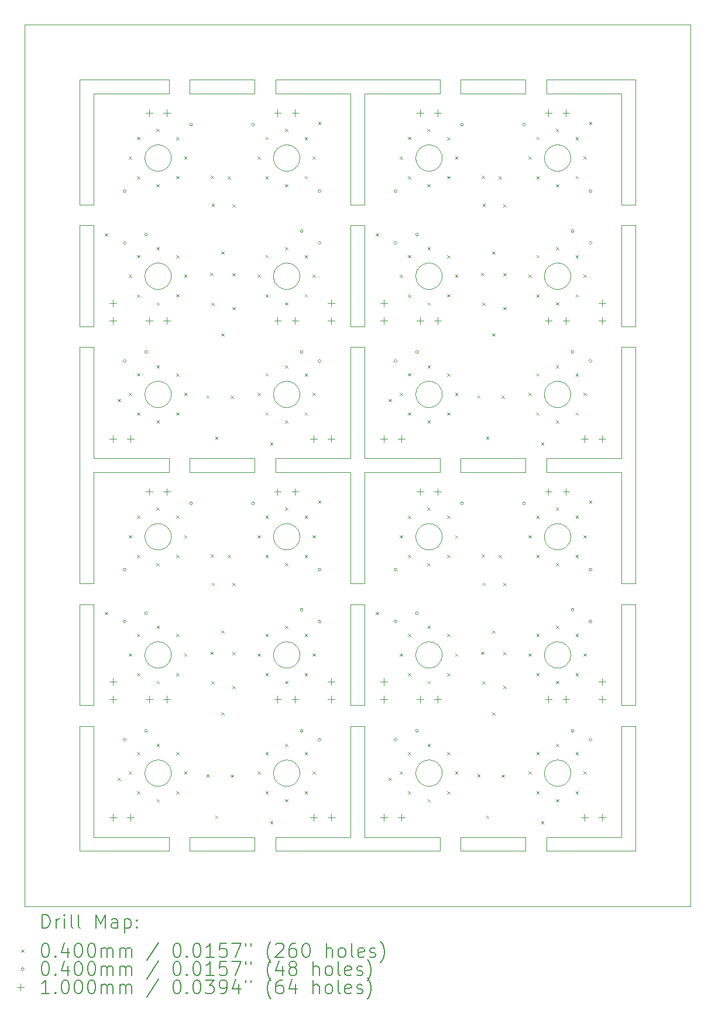
<source format=gbr>
%TF.GenerationSoftware,KiCad,Pcbnew,8.0.2*%
%TF.CreationDate,2025-04-08T15:20:26-05:00*%
%TF.ProjectId,Top_layer_Panel,546f705f-6c61-4796-9572-5f50616e656c,rev?*%
%TF.SameCoordinates,PX5fa74e0PY8cc3280*%
%TF.FileFunction,Drillmap*%
%TF.FilePolarity,Positive*%
%FSLAX45Y45*%
G04 Gerber Fmt 4.5, Leading zero omitted, Abs format (unit mm)*
G04 Created by KiCad (PCBNEW 8.0.2) date 2025-04-08 15:20:26*
%MOMM*%
%LPD*%
G01*
G04 APERTURE LIST*
%ADD10C,0.100000*%
%ADD11C,0.200000*%
G04 APERTURE END LIST*
D10*
X3979767Y5340604D02*
X3979071Y5331231D01*
X1752930Y10761106D02*
X1749740Y10769948D01*
X3861078Y5526204D02*
X3869705Y5522473D01*
X3601451Y7433440D02*
X3602841Y7442736D01*
X5706828Y1805093D02*
X5700826Y1812326D01*
X7545065Y9025679D02*
X7540602Y9033951D01*
X6039767Y5340604D02*
X6039071Y5331231D01*
X7872552Y9218372D02*
X7877218Y9210212D01*
X1740058Y10834700D02*
X1740523Y10844087D01*
X5662841Y10862736D02*
X5664689Y10871952D01*
X3869705Y7582473D02*
X3878137Y7578321D01*
X1955770Y8931756D02*
X1946429Y8930712D01*
X7540602Y1843951D02*
X7536554Y1852434D01*
X3965311Y9193252D02*
X3968719Y9184493D01*
X5946353Y7573756D02*
X5954334Y7568790D01*
X7524689Y7451952D02*
X7526991Y7461065D01*
X7888719Y10765507D02*
X7885311Y10756748D01*
X7745048Y5163261D02*
X7735770Y5161756D01*
X1872181Y11010989D02*
X1881203Y11013627D01*
X6039767Y3649396D02*
X6040000Y3640000D01*
X1814180Y8969382D02*
X1806873Y8975294D01*
X5875770Y2118244D02*
X5885048Y2116740D01*
X5792181Y10649011D02*
X5783302Y10652092D01*
X1908893Y2118824D02*
X1918257Y2119637D01*
X2087488Y5243710D02*
X2082039Y5236052D01*
X1741451Y7433440D02*
X1742841Y7442736D01*
X7735770Y5161756D02*
X7726429Y5160712D01*
X3923517Y3504821D02*
X3916668Y3498384D01*
X3723302Y5527908D02*
X3732181Y5530989D01*
X6012552Y9218372D02*
X6017218Y9210212D01*
X2076218Y1808672D02*
X2070038Y1801590D01*
X3601451Y1906560D02*
X3600523Y1915913D01*
X3977911Y1958097D02*
X3979071Y1948769D01*
X3674180Y5199382D02*
X3666873Y5205294D01*
X1806873Y9264706D02*
X1814180Y9270618D01*
X3869705Y5522473D02*
X3878137Y5518321D01*
X1890343Y8934185D02*
X1881203Y8936373D01*
X5680602Y3553951D02*
X5676554Y3562434D01*
X7843517Y10694822D02*
X7836668Y10688384D01*
X1974240Y1745222D02*
X1965048Y1743261D01*
X3706053Y5520449D02*
X3714585Y5524392D01*
X1760602Y5436049D02*
X1765065Y5444321D01*
X5689931Y10727638D02*
X5685065Y10735679D01*
X1837726Y7576089D02*
X1846053Y7580449D01*
X7894216Y7363478D02*
X7891690Y7354424D01*
X2097218Y3730212D02*
X2101474Y3721832D01*
X3869705Y7237527D02*
X3861078Y7233796D01*
X1752930Y5281106D02*
X1749740Y5289948D01*
X3923517Y5214822D02*
X3916668Y5208384D01*
X1821770Y10986161D02*
X1829625Y10991323D01*
X5676554Y9042434D02*
X5672930Y9051106D01*
X3825048Y9306740D02*
X3834240Y9304778D01*
X7545065Y2024321D02*
X7549931Y2032362D01*
X2087488Y10936290D02*
X2092552Y10928372D01*
X5866429Y3829288D02*
X5875770Y3828244D01*
X4819900Y10150000D02*
X4720000Y10150000D01*
X3980000Y9120000D02*
X3979767Y9110604D01*
X4820100Y4370000D02*
X4920000Y4370000D01*
X3979767Y1939396D02*
X3980000Y1930000D01*
X3750343Y5164185D02*
X3741203Y5166373D01*
X3609740Y10890053D02*
X3612930Y10898894D01*
X3979767Y3630604D02*
X3979071Y3621231D01*
X3612930Y1998894D02*
X3616554Y2007566D01*
X3689625Y10668678D02*
X3681770Y10673839D01*
X7573180Y7278165D02*
X7566828Y7285093D01*
X7897911Y5321903D02*
X7896292Y5312645D01*
X1740058Y5354700D02*
X1740523Y5364087D01*
X3806429Y9309288D02*
X3815770Y9308244D01*
X1775189Y2040153D02*
X1780826Y2047674D01*
X2087488Y9013710D02*
X2082039Y9006052D01*
X7899767Y7400604D02*
X7899071Y7391231D01*
X1765065Y1835679D02*
X1760602Y1843951D01*
X7891690Y1874424D02*
X7888719Y1865507D01*
X7250000Y6379900D02*
X7250000Y6280000D01*
X3625065Y5255679D02*
X3620602Y5263951D01*
X5706828Y9244907D02*
X5713180Y9251835D01*
X7789705Y3812473D02*
X7798137Y3808321D01*
X5838257Y7220363D02*
X5828893Y7221176D01*
X1983324Y5167636D02*
X1974240Y5165222D01*
X5990038Y1801590D02*
X5983517Y1794821D01*
X3977911Y9091903D02*
X3976292Y9082645D01*
X2117911Y5321903D02*
X2116292Y5312645D01*
X3947488Y10723710D02*
X3942039Y10716052D01*
X3723302Y10652092D02*
X3714585Y10655608D01*
X1937048Y8930131D02*
X1927650Y8930015D01*
X7549931Y3537638D02*
X7545065Y3545679D01*
X2049510Y7262293D02*
X2042059Y7256564D01*
X6040000Y3640000D02*
X6039767Y3630604D01*
X7798137Y5181680D02*
X7789705Y5177527D01*
X1775189Y10719847D02*
X1769931Y10727638D01*
X3916668Y3498384D02*
X3909510Y3492293D01*
X7789705Y9292473D02*
X7798137Y9288321D01*
X5810343Y1744185D02*
X5801203Y1746373D01*
X6017218Y2020212D02*
X6021474Y2011832D01*
X6036292Y10792645D02*
X6034216Y10783478D01*
X1846053Y8949551D02*
X1837726Y8953911D01*
X2042059Y1776564D02*
X2034334Y1771210D01*
X7652181Y7229011D02*
X7643302Y7232092D01*
X3947488Y9013710D02*
X3942039Y9006052D01*
X2009705Y5177527D02*
X2001078Y5173796D01*
X1806873Y10974706D02*
X1814180Y10980618D01*
X2056668Y7268384D02*
X2049510Y7262293D01*
X7822059Y10983437D02*
X7829510Y10977707D01*
X7726429Y3829288D02*
X7735770Y3828244D01*
X2119071Y3621231D02*
X2117911Y3611903D01*
X7877218Y7500212D02*
X7881474Y7491832D01*
X3979071Y10848770D02*
X3979767Y10839396D01*
X5719867Y10968440D02*
X5726873Y10974706D01*
X3952552Y1831628D02*
X3947488Y1823710D01*
X3750343Y5535816D02*
X3759581Y5537549D01*
X1793180Y10698165D02*
X1786828Y10705093D01*
X3909510Y9267707D02*
X3916668Y9261616D01*
X5766053Y3810449D02*
X5774585Y3814392D01*
X3629931Y1827638D02*
X3625065Y1835679D01*
X3806429Y3829288D02*
X3815770Y3828244D01*
X3974216Y9073478D02*
X3971690Y9064425D01*
X5828893Y3451176D02*
X5819581Y3452451D01*
X4720000Y8390000D02*
X4720000Y9850000D01*
X5660523Y9134087D02*
X5661451Y9143440D01*
X7862039Y5463948D02*
X7867488Y5456290D01*
X6025311Y7483252D02*
X6028719Y7474493D01*
X5946353Y7246244D02*
X5938137Y7241679D01*
X7526991Y7461065D02*
X7529740Y7470053D01*
X7586873Y3784706D02*
X7594180Y3790618D01*
X2082039Y3753948D02*
X2087488Y3746290D01*
X7897911Y1901903D02*
X7896292Y1892645D01*
X2026353Y2093756D02*
X2034334Y2088790D01*
X1799867Y5211560D02*
X1793180Y5218165D01*
X1983324Y1747636D02*
X1974240Y1745222D01*
X5672930Y7341106D02*
X5669740Y7349947D01*
X5666991Y3691065D02*
X5669740Y3700053D01*
X7594180Y9270618D02*
X7601770Y9276161D01*
X7707650Y8930015D02*
X7698257Y8930363D01*
X6037911Y1901903D02*
X6036292Y1892645D01*
X7899767Y5340604D02*
X7899071Y5331231D01*
X7573180Y1798165D02*
X7566828Y1805093D01*
X7806353Y10666244D02*
X7798137Y10661680D01*
X5792181Y8939011D02*
X5783302Y8942092D01*
X7545065Y1835679D02*
X7540602Y1843951D01*
X7872552Y2028372D02*
X7877218Y2020212D01*
X7881474Y2011832D02*
X7885311Y2003252D01*
X3930038Y2058410D02*
X3936218Y2051328D01*
X7836668Y10971616D02*
X7843517Y10965179D01*
X3606991Y5298936D02*
X3604689Y5308048D01*
X2034334Y8961210D02*
X2026353Y8956244D01*
X5660523Y10844087D02*
X5661451Y10853440D01*
X2009705Y7237527D02*
X2001078Y7233796D01*
X2076218Y3518672D02*
X2070038Y3511590D01*
X7545065Y9214321D02*
X7549931Y9222362D01*
X7899767Y10839396D02*
X7900000Y10830000D01*
X7814334Y10988791D02*
X7822059Y10983437D01*
X1890343Y9305816D02*
X1899581Y9307549D01*
X6039767Y10820604D02*
X6039071Y10811231D01*
X5669740Y9059948D02*
X5666991Y9068936D01*
X7754240Y5165222D02*
X7745048Y5163261D01*
X3902059Y10676564D02*
X3894334Y10671210D01*
X3976292Y5312645D02*
X3974216Y5303478D01*
X5969510Y2077707D02*
X5976668Y2071616D01*
X7856218Y10708672D02*
X7850038Y10701590D01*
X3612930Y3708894D02*
X3616554Y3717566D01*
X3600523Y3625913D02*
X3600058Y3635300D01*
X3653180Y10961835D02*
X3659867Y10968440D01*
X3625065Y9214321D02*
X3629931Y9222362D01*
X1769931Y7512362D02*
X1775189Y7520153D01*
X7532930Y3571106D02*
X7529740Y3579947D01*
X7772277Y1750496D02*
X7763324Y1747636D01*
X1899581Y5162451D02*
X1890343Y5164185D01*
X5996218Y1808672D02*
X5990038Y1801590D01*
X6017218Y5440212D02*
X6021474Y5431833D01*
X3759581Y7222451D02*
X3750343Y7224185D01*
X5741770Y7566161D02*
X5749625Y7571323D01*
X7899767Y5359396D02*
X7900000Y5350000D01*
X5695189Y9009847D02*
X5689931Y9017638D01*
X7521451Y1906560D02*
X7520523Y1915913D01*
X3869705Y3467527D02*
X3861078Y3463796D01*
X7877218Y10920212D02*
X7881474Y10911833D01*
X6012552Y7311628D02*
X6007488Y7303710D01*
X7617726Y10663911D02*
X7609625Y10668678D01*
X3723302Y1752092D02*
X3714585Y1755608D01*
X7726429Y1740712D02*
X7717048Y1740131D01*
X1765065Y5255679D02*
X1760602Y5263951D01*
X3723302Y7232092D02*
X3714585Y7235608D01*
X5857048Y5539869D02*
X5866429Y5539288D01*
X7522841Y3672736D02*
X7524689Y3681952D01*
X1775189Y5239847D02*
X1769931Y5247638D01*
X1899581Y7222451D02*
X1890343Y7224185D01*
X5734180Y7560618D02*
X5741770Y7566161D01*
X5666991Y1878935D02*
X5664689Y1888048D01*
X5976668Y5491616D02*
X5983517Y5485179D01*
X5810343Y5164185D02*
X5801203Y5166373D01*
X7888719Y5414493D02*
X7891690Y5405576D01*
X3640826Y3757674D02*
X3646828Y3764907D01*
X2063517Y10694822D02*
X2056668Y10688384D01*
X3666873Y10974706D02*
X3674180Y10980618D01*
X7524689Y5308048D02*
X7522841Y5317264D01*
X7545065Y3545679D02*
X7540602Y3553951D01*
X3894334Y1771210D02*
X3886353Y1766244D01*
X5669740Y5410053D02*
X5672930Y5418894D01*
X1821770Y7253839D02*
X1814180Y7259382D01*
X7579867Y5211560D02*
X7573180Y5218165D01*
X7250000Y11960000D02*
X7250000Y11760000D01*
X5766053Y8949551D02*
X5757726Y8953911D01*
X1780826Y7527674D02*
X1786828Y7534907D01*
X7520523Y9105913D02*
X7520058Y9115301D01*
X3942039Y5463948D02*
X3947488Y5456290D01*
X3852277Y2109504D02*
X3861078Y2106204D01*
X3681770Y1773839D02*
X3674180Y1779382D01*
X2063517Y3775179D02*
X2070038Y3768410D01*
X6010000Y800000D02*
X3630000Y800000D01*
X5929705Y1757527D02*
X5921078Y1753796D01*
X1742841Y7377264D02*
X1741451Y7386560D01*
X5660523Y10815913D02*
X5660058Y10825301D01*
X3732181Y1749011D02*
X3723302Y1752092D01*
X5929705Y5522473D02*
X5938137Y5518321D01*
X3646828Y5474907D02*
X3653180Y5481835D01*
X7897911Y10801903D02*
X7896292Y10792645D01*
X1946429Y9309288D02*
X1955770Y9308244D01*
X7529740Y7349947D02*
X7526991Y7358935D01*
X7526991Y5401065D02*
X7529740Y5410053D01*
X7897911Y7438097D02*
X7899071Y7428769D01*
X1749740Y3579947D02*
X1746991Y3588935D01*
X4720000Y8090000D02*
X4819900Y8090000D01*
X6017218Y10920212D02*
X6021474Y10911833D01*
X5676554Y7332434D02*
X5672930Y7341106D01*
X5734180Y5199382D02*
X5726873Y5205294D01*
X7661203Y7226373D02*
X7652181Y7229011D01*
X1974240Y5165222D02*
X1965048Y5163261D01*
X7586873Y5494706D02*
X7594180Y5500618D01*
X5828893Y3828824D02*
X5838257Y3829637D01*
X3843324Y7592364D02*
X3852277Y7589504D01*
X7250000Y11760000D02*
X6310000Y11760000D01*
X1863302Y5172092D02*
X1854585Y5175608D01*
X7867488Y9226290D02*
X7872552Y9218372D01*
X3852277Y3819504D02*
X3861078Y3816204D01*
X6025311Y10756748D02*
X6021474Y10748168D01*
X6010000Y11760000D02*
X4920000Y11760000D01*
X3723302Y11007908D02*
X3732181Y11010989D01*
X1946429Y8930712D02*
X1937048Y8930131D01*
X4820100Y8090000D02*
X4920000Y8090000D01*
X5866429Y1740712D02*
X5857048Y1740131D01*
X7586873Y3495294D02*
X7579867Y3501560D01*
X7745048Y3826739D02*
X7754240Y3824778D01*
X6031690Y5294425D02*
X6028719Y5285507D01*
X7717048Y2119869D02*
X7726429Y2119288D01*
X3620602Y1843951D02*
X3616554Y1852434D01*
X7609625Y2091323D02*
X7617726Y2096089D01*
X1927650Y3829985D02*
X1937048Y3829869D01*
X1749740Y9180053D02*
X1752930Y9188894D01*
X2119071Y9101231D02*
X2117911Y9091903D01*
X7707650Y11019986D02*
X7717048Y11019869D01*
X3616554Y7487566D02*
X3620602Y7496049D01*
X7520058Y10825301D02*
X7520058Y10834700D01*
X5726873Y5205294D02*
X5719867Y5211560D01*
X3602841Y7377264D02*
X3601451Y7386560D01*
X1756554Y3717566D02*
X1760602Y3726049D01*
X7609625Y9281323D02*
X7617726Y9286089D01*
X7670343Y5164185D02*
X7661203Y5166373D01*
X7814334Y1771210D02*
X7806353Y1766244D01*
X3976292Y7447355D02*
X3977911Y7438097D01*
X1799867Y3778440D02*
X1806873Y3784706D01*
X3923517Y10694822D02*
X3916668Y10688384D01*
X7781078Y11006204D02*
X7789705Y11002473D01*
X6007488Y7516290D02*
X6012552Y7508372D01*
X1854585Y7235608D02*
X1846053Y7239551D01*
X2063517Y8984822D02*
X2056668Y8978384D01*
X6002039Y10716052D02*
X5996218Y10708672D01*
X5828893Y11018824D02*
X5838257Y11019637D01*
X6017218Y7500212D02*
X6021474Y7491832D01*
X7735770Y3451756D02*
X7726429Y3450712D01*
X2087488Y9226290D02*
X2092552Y9218372D01*
X6017218Y9029788D02*
X6012552Y9021629D01*
X5969510Y5202293D02*
X5962059Y5196564D01*
X5700826Y5467674D02*
X5706828Y5474907D01*
X7601770Y8963839D02*
X7594180Y8969382D01*
X3936218Y7531328D02*
X3942039Y7523948D01*
X2092552Y2028372D02*
X2097218Y2020212D01*
X3861078Y7233796D02*
X3852277Y7230496D01*
X2111690Y5294425D02*
X2108720Y5285507D01*
X1740523Y7395913D02*
X1740058Y7405300D01*
X5929705Y2102473D02*
X5938137Y2098321D01*
X7545065Y3734321D02*
X7549931Y3742362D01*
X3894334Y8961210D02*
X3886353Y8956244D01*
X3815770Y11018244D02*
X3825048Y11016740D01*
X2117911Y7438097D02*
X2119071Y7428769D01*
X3681770Y9276161D02*
X3689625Y9281323D01*
X5783302Y3817908D02*
X5792181Y3820989D01*
X7586873Y7554706D02*
X7594180Y7560618D01*
X3778257Y11019637D02*
X3787650Y11019986D01*
X1786828Y5474907D02*
X1793180Y5481835D01*
X3957218Y9210212D02*
X3961474Y9201833D01*
X3646828Y2054907D02*
X3653180Y2061835D01*
X3759581Y8932451D02*
X3750343Y8934185D01*
X3697726Y3473911D02*
X3689625Y3478677D01*
X7579867Y5488440D02*
X7586873Y5494706D01*
X3706053Y3810449D02*
X3714585Y3814392D01*
X3697726Y5516089D02*
X3706053Y5520449D01*
X7891690Y3695576D02*
X7894216Y3686522D01*
X3936218Y5471328D02*
X3942039Y5463948D01*
X1937048Y1740131D02*
X1927650Y1740015D01*
X3957218Y1839788D02*
X3952552Y1831628D01*
X5757726Y1763911D02*
X5749625Y1768677D01*
X7661203Y3823627D02*
X7670343Y3825815D01*
X7522841Y3607264D02*
X7521451Y3616560D01*
X3923517Y7545179D02*
X3930038Y7538410D01*
X1854585Y11004392D02*
X1863302Y11007908D01*
X5774585Y3814392D02*
X5783302Y3817908D01*
X3942039Y3526052D02*
X3936218Y3518672D01*
X1837726Y7243911D02*
X1829625Y7248677D01*
X7836668Y5491616D02*
X7843517Y5485179D01*
X2026353Y3803756D02*
X2034334Y3798790D01*
X8840000Y8090000D02*
X8840000Y4670000D01*
X5996218Y2051328D02*
X6002039Y2043948D01*
X7781078Y2106204D02*
X7789705Y2102473D01*
X3689625Y8958678D02*
X3681770Y8963839D01*
X3706053Y10659551D02*
X3697726Y10663911D01*
X5680602Y1843951D02*
X5676554Y1852434D01*
X5726873Y1785294D02*
X5719867Y1791560D01*
X7781078Y10653796D02*
X7772277Y10650497D01*
X1872181Y5169011D02*
X1863302Y5172092D01*
X2042059Y3486564D02*
X2034334Y3481210D01*
X7529740Y5410053D02*
X7532930Y5418894D01*
X1752930Y5418894D02*
X1756554Y5427566D01*
X2101474Y3721832D02*
X2105311Y3713252D01*
X5929705Y11002473D02*
X5938137Y10998321D01*
X1974240Y9304778D02*
X1983324Y9302364D01*
X3714585Y11004392D02*
X3723302Y11007908D01*
X7594180Y8969382D02*
X7586873Y8975294D01*
X1744689Y7368048D02*
X1742841Y7377264D01*
X7900000Y7410000D02*
X7899767Y7400604D01*
X4820100Y2910000D02*
X4819900Y2910000D01*
X3936218Y2051328D02*
X3942039Y2043948D01*
X1955770Y1741756D02*
X1946429Y1740712D01*
X3909510Y7262293D02*
X3902059Y7256564D01*
X6028719Y10765507D02*
X6025311Y10756748D01*
X2070038Y10701590D02*
X2063517Y10694822D01*
X1780826Y3757674D02*
X1786828Y3764907D01*
X7899767Y10820604D02*
X7899071Y10811231D01*
X5857048Y11019869D02*
X5866429Y11019288D01*
X3625065Y10924321D02*
X3629931Y10932362D01*
X2119071Y10811231D02*
X2117911Y10801903D01*
X3659867Y1791560D02*
X3653180Y1798165D01*
X5766053Y11000449D02*
X5774585Y11004392D01*
X7822059Y2083436D02*
X7829510Y2077707D01*
X2390000Y6380100D02*
X2390000Y6480000D01*
X5689931Y9017638D02*
X5685065Y9025679D01*
X3750343Y8934185D02*
X3741203Y8936373D01*
X5680602Y9033951D02*
X5676554Y9042434D01*
X3741203Y1746373D02*
X3732181Y1749011D01*
X5847650Y3829985D02*
X5857048Y3829869D01*
X7526991Y7358935D02*
X7524689Y7368048D01*
X7549931Y5247638D02*
X7545065Y5255679D01*
X6028719Y1865507D02*
X6025311Y1856748D01*
X3894334Y10671210D02*
X3886353Y10666244D01*
X5976668Y3498384D02*
X5969510Y3492293D01*
X7735770Y11018244D02*
X7745048Y11016740D01*
X3759581Y5537549D02*
X3768893Y5538824D01*
X2042059Y10676564D02*
X2034334Y10671210D01*
X7899071Y10848770D02*
X7899767Y10839396D01*
X2026353Y8956244D02*
X2018137Y8951680D01*
X3936218Y9241328D02*
X3942039Y9233948D01*
X7867488Y7303710D02*
X7862039Y7296052D01*
X2116292Y9082645D02*
X2114216Y9073478D01*
X3916668Y7551616D02*
X3923517Y7545179D01*
X7540602Y5263951D02*
X7536554Y5272434D01*
X3930038Y5478410D02*
X3936218Y5471328D01*
X5766053Y5179551D02*
X5757726Y5183911D01*
X4720000Y4670000D02*
X4720000Y6280000D01*
X7670343Y3825815D02*
X7679581Y3827549D01*
X8640000Y6480000D02*
X8640000Y8090000D01*
X3741203Y5533627D02*
X3750343Y5535816D01*
X7643302Y1752092D02*
X7634585Y1755608D01*
X7617726Y9286089D02*
X7626053Y9290449D01*
X3923517Y1794821D02*
X3916668Y1788384D01*
X1740058Y1934700D02*
X1740523Y1944087D01*
X2076218Y5228672D02*
X2070038Y5221590D01*
X3980000Y3640000D02*
X3979767Y3630604D01*
X6007488Y3746290D02*
X6012552Y3738372D01*
X6310000Y11760000D02*
X6310000Y11960000D01*
X5660523Y5335913D02*
X5660058Y5345301D01*
X7822059Y3486564D02*
X7814334Y3481210D01*
X5695189Y3529847D02*
X5689931Y3537638D01*
X5990038Y8991590D02*
X5983517Y8984822D01*
X3732181Y7590989D02*
X3741203Y7593627D01*
X3689625Y3478677D02*
X3681770Y3483839D01*
X3714585Y7584392D02*
X3723302Y7587908D01*
X5660058Y10825301D02*
X5660058Y10834700D01*
X7896292Y9082645D02*
X7894216Y9073478D01*
X3902059Y5196564D02*
X3894334Y5191210D01*
X3697726Y10996089D02*
X3706053Y11000449D01*
X3674180Y5500618D02*
X3681770Y5506161D01*
X2070038Y7281590D02*
X2063517Y7274821D01*
X6310000Y6380100D02*
X6310000Y6480000D01*
X7679581Y1742451D02*
X7670343Y1744185D01*
X7867488Y5456290D02*
X7872552Y5448372D01*
X6040000Y5350000D02*
X6039767Y5340604D01*
X7524689Y9078048D02*
X7522841Y9087264D01*
X2111690Y10885576D02*
X2114216Y10876522D01*
X3806429Y2119288D02*
X3815770Y2118244D01*
X5929705Y5177527D02*
X5921078Y5173796D01*
X3600058Y1934700D02*
X3600523Y1944087D01*
X1814180Y3790618D02*
X1821770Y3796161D01*
X3909510Y3787707D02*
X3916668Y3781616D01*
X3629931Y10727638D02*
X3625065Y10735679D01*
X7573180Y5481835D02*
X7579867Y5488440D01*
X7661203Y1746373D02*
X7652181Y1749011D01*
X7798137Y2098321D02*
X7806353Y2093756D01*
X5976668Y1788384D02*
X5969510Y1782293D01*
X5660058Y10834700D02*
X5660523Y10844087D01*
X5976668Y9261616D02*
X5983517Y9255179D01*
X3653180Y3771835D02*
X3659867Y3778440D01*
X3834240Y8935222D02*
X3825048Y8933261D01*
X2101474Y7328168D02*
X2097218Y7319788D01*
X1955770Y5161756D02*
X1946429Y5160712D01*
X5774585Y1755608D02*
X5766053Y1759551D01*
X2092552Y1831628D02*
X2087488Y1823710D01*
X5749625Y7248677D02*
X5741770Y7253839D01*
X3640826Y7527674D02*
X3646828Y7534907D01*
X1992277Y7230496D02*
X1983324Y7227636D01*
X2001078Y9296204D02*
X2009705Y9292473D01*
X7806353Y2093756D02*
X7814334Y2088790D01*
X1769931Y2032362D02*
X1775189Y2040153D01*
X7707650Y3829985D02*
X7717048Y3829869D01*
X5938137Y2098321D02*
X5946353Y2093756D01*
X2119768Y3649396D02*
X2120000Y3640000D01*
X5669740Y3700053D02*
X5672930Y3708894D01*
X5962059Y5503437D02*
X5969510Y5497707D01*
X7899767Y3630604D02*
X7899071Y3621231D01*
X3787650Y9309986D02*
X3797048Y9309869D01*
X2001078Y5173796D02*
X1992277Y5170497D01*
X5801203Y10646373D02*
X5792181Y10649011D01*
X5766053Y5520449D02*
X5774585Y5524392D01*
X5946353Y10666244D02*
X5938137Y10661680D01*
X5983517Y3775179D02*
X5990038Y3768410D01*
X7806353Y5186244D02*
X7798137Y5181680D01*
X5990038Y3768410D02*
X5996218Y3761328D01*
X1769931Y7307638D02*
X1765065Y7315679D01*
X7532930Y10761106D02*
X7529740Y10769948D01*
X3653180Y2061835D02*
X3659867Y2068440D01*
X7579867Y10691560D02*
X7573180Y10698165D01*
X1814180Y7259382D02*
X1806873Y7265294D01*
X5664689Y1888048D02*
X5662841Y1897264D01*
X1765065Y9214321D02*
X1769931Y9222362D01*
X3968719Y9055507D02*
X3965311Y9046748D01*
X1799867Y5488440D02*
X1806873Y5494706D01*
X7540602Y7323951D02*
X7536554Y7332434D01*
X5713180Y2061835D02*
X5719867Y2068440D01*
X5669740Y9180053D02*
X5672930Y9188894D01*
X5783302Y7232092D02*
X5774585Y7235608D01*
X1946429Y7599288D02*
X1955770Y7598244D01*
X7579867Y8981560D02*
X7573180Y8988165D01*
X2049510Y7557707D02*
X2056668Y7551616D01*
X7626053Y2100449D02*
X7634585Y2104392D01*
X3697726Y7576089D02*
X3706053Y7580449D01*
X7717048Y8930131D02*
X7707650Y8930015D01*
X7549931Y2032362D02*
X7555189Y2040153D01*
X3741203Y2113627D02*
X3750343Y2115816D01*
X2097218Y7319788D02*
X2092552Y7311628D01*
X5689931Y5452362D02*
X5695189Y5460153D01*
X5726873Y3784706D02*
X5734180Y3790618D01*
X6007488Y5243710D02*
X6002039Y5236052D01*
X3974216Y3686522D02*
X3976292Y3677355D01*
X5828893Y8931176D02*
X5819581Y8932451D01*
X7601770Y7566161D02*
X7609625Y7571323D01*
X1927650Y2119986D02*
X1937048Y2119869D01*
X5847650Y8930015D02*
X5838257Y8930363D01*
X7754240Y8935222D02*
X7745048Y8933261D01*
X3604689Y10871952D02*
X3606991Y10881065D01*
X6012552Y5251629D02*
X6007488Y5243710D01*
X5847650Y3450015D02*
X5838257Y3450363D01*
X1744689Y1971952D02*
X1746991Y1981065D01*
X7679581Y7222451D02*
X7670343Y7224185D01*
X3609740Y1990053D02*
X3612930Y1998894D01*
X5903324Y10647636D02*
X5894240Y10645222D01*
X7843517Y9255179D02*
X7850038Y9248410D01*
X4720000Y2910000D02*
X4720000Y4370000D01*
X7881474Y7491832D02*
X7885311Y7483252D01*
X1890343Y7595815D02*
X1899581Y7597549D01*
X5749625Y5188678D02*
X5741770Y5193839D01*
X3957218Y9029788D02*
X3952552Y9021629D01*
X5660058Y5354700D02*
X5660523Y5364087D01*
X7540602Y5436049D02*
X7545065Y5444321D01*
X1765065Y2024321D02*
X1769931Y2032362D01*
X6036292Y3677355D02*
X6037911Y3668097D01*
X1740058Y3644700D02*
X1740523Y3654087D01*
X5719867Y3501560D02*
X5713180Y3508165D01*
X1908893Y5161176D02*
X1899581Y5162451D01*
X1890343Y3454185D02*
X1881203Y3456373D01*
X3886353Y8956244D02*
X3878137Y8951680D01*
X7896292Y3677355D02*
X7897911Y3668097D01*
X3916668Y9261616D02*
X3923517Y9255179D01*
X5801203Y7593627D02*
X5810343Y7595815D01*
X1992277Y3819504D02*
X2001078Y3816204D01*
X7652181Y3459011D02*
X7643302Y3462092D01*
X3834240Y1745222D02*
X3825048Y1743261D01*
X5666991Y7461065D02*
X5669740Y7470053D01*
X7529740Y1990053D02*
X7532930Y1998894D01*
X5990038Y3511590D02*
X5983517Y3504821D01*
X7634585Y11004392D02*
X7643302Y11007908D01*
X5921078Y9296204D02*
X5929705Y9292473D01*
X7781078Y3816204D02*
X7789705Y3812473D01*
X5713180Y10961835D02*
X5719867Y10968440D01*
X3806429Y5160712D02*
X3797048Y5160131D01*
X7661203Y5533627D02*
X7670343Y5535816D01*
X6010000Y6380100D02*
X6010000Y6379900D01*
X3600058Y9115301D02*
X3600058Y9124700D01*
X1955770Y11018244D02*
X1965048Y11016740D01*
X1965048Y5163261D02*
X1955770Y5161756D01*
X6037911Y10801903D02*
X6036292Y10792645D01*
X1780826Y1812326D02*
X1775189Y1819847D01*
X1742841Y5317264D02*
X1741451Y5326560D01*
X1881203Y1746373D02*
X1872181Y1749011D01*
X7707650Y5160015D02*
X7698257Y5160363D01*
X7560826Y5232326D02*
X7555189Y5239847D01*
X7670343Y10644185D02*
X7661203Y10646373D01*
X1927650Y11019986D02*
X1937048Y11019869D01*
X2063517Y5485179D02*
X2070038Y5478410D01*
X5669740Y1990053D02*
X5672930Y1998894D01*
X1749740Y3700053D02*
X1752930Y3708894D01*
X3965311Y10903252D02*
X3968719Y10894493D01*
X7679581Y8932451D02*
X7670343Y8934185D01*
X5695189Y7299847D02*
X5689931Y7307638D01*
X7549931Y7307638D02*
X7545065Y7315679D01*
X7707650Y5539986D02*
X7717048Y5539869D01*
X1744689Y7451952D02*
X1746991Y7461065D01*
X3797048Y7220131D02*
X3787650Y7220015D01*
X3600523Y9134087D02*
X3601451Y9143440D01*
X5664689Y1971952D02*
X5666991Y1981065D01*
X2101474Y2011832D02*
X2105311Y2003252D01*
X5662841Y1962736D02*
X5664689Y1971952D01*
X5666991Y9068936D02*
X5664689Y9078048D01*
X7521451Y5326560D02*
X7520523Y5335913D01*
X6037911Y3668097D02*
X6039071Y3658769D01*
X7594180Y3489382D02*
X7586873Y3495294D01*
X1899581Y8932451D02*
X1890343Y8934185D01*
X3834240Y11014778D02*
X3843324Y11012364D01*
X5847650Y1740015D02*
X5838257Y1740363D01*
X6002039Y1816052D02*
X5996218Y1808672D01*
X7891690Y7465576D02*
X7894216Y7456522D01*
X2117911Y3668097D02*
X2119071Y3658769D01*
X5912277Y5170497D02*
X5903324Y5167636D01*
X3843324Y10647636D02*
X3834240Y10645222D01*
X5903324Y8937636D02*
X5894240Y8935222D01*
X1937048Y2119869D02*
X1946429Y2119288D01*
X5819581Y2117549D02*
X5828893Y2118824D01*
X3965311Y3566748D02*
X3961474Y3558168D01*
X7896292Y10792645D02*
X7894216Y10783478D01*
X5666991Y1981065D02*
X5669740Y1990053D01*
X7754240Y2114778D02*
X7763324Y2112364D01*
X1899581Y5537549D02*
X1908893Y5538824D01*
X5706828Y5474907D02*
X5713180Y5481835D01*
X3759581Y7597549D02*
X3768893Y7598824D01*
X5669740Y3579947D02*
X5666991Y3588935D01*
X1974240Y10645222D02*
X1965048Y10643261D01*
X7814334Y10671210D02*
X7806353Y10666244D01*
X3759581Y10642451D02*
X3750343Y10644185D01*
X5857048Y3450131D02*
X5847650Y3450015D01*
X3923517Y8984822D02*
X3916668Y8978384D01*
X3834240Y5534778D02*
X3843324Y5532364D01*
X3974216Y1883478D02*
X3971690Y1874424D01*
X2111690Y3695576D02*
X2114216Y3686522D01*
X3825048Y1743261D02*
X3815770Y1741756D01*
X7899071Y5368770D02*
X7899767Y5359396D01*
X3930038Y7538410D02*
X3936218Y7531328D01*
X5885048Y3453261D02*
X5875770Y3451756D01*
X1899581Y9307549D02*
X1908893Y9308824D01*
X7888719Y7345507D02*
X7885311Y7336748D01*
X2063517Y9255179D02*
X2070038Y9248410D01*
X1740523Y1915913D02*
X1740058Y1925300D01*
X5685065Y7504321D02*
X5689931Y7512362D01*
X6036292Y1892645D02*
X6034216Y1883478D01*
X7617726Y5516089D02*
X7626053Y5520449D01*
X7789705Y3467527D02*
X7781078Y3463796D01*
X5661451Y10853440D02*
X5662841Y10862736D01*
X3640826Y7292326D02*
X3635189Y7299847D01*
X1908893Y1741176D02*
X1899581Y1742451D01*
X1908893Y11018824D02*
X1918257Y11019637D01*
X2120000Y7410000D02*
X2119768Y7400604D01*
X7626053Y3469551D02*
X7617726Y3473911D01*
X5946353Y8956244D02*
X5938137Y8951680D01*
X1749740Y1990053D02*
X1752930Y1998894D01*
X5689931Y10932362D02*
X5695189Y10940153D01*
X7529740Y3700053D02*
X7532930Y3708894D01*
X5741770Y8963839D02*
X5734180Y8969382D01*
X3674180Y3489382D02*
X3666873Y3495294D01*
X1760602Y2016049D02*
X1765065Y2024321D01*
X1918257Y3829637D02*
X1927650Y3829985D01*
X7856218Y5471328D02*
X7862039Y5463948D01*
X1740523Y5335913D02*
X1740058Y5345301D01*
X3768893Y2118824D02*
X3778257Y2119637D01*
X1821770Y5506161D02*
X1829625Y5511323D01*
X1741451Y5373440D02*
X1742841Y5382736D01*
X5700826Y7527674D02*
X5706828Y7534907D01*
X3768893Y7221176D02*
X3759581Y7222451D01*
X7781078Y9296204D02*
X7789705Y9292473D01*
X5929705Y10657527D02*
X5921078Y10653796D01*
X5661451Y1906560D02*
X5660523Y1915913D01*
X5938137Y5181680D02*
X5929705Y5177527D01*
X3952552Y7508372D02*
X3957218Y7500212D01*
X5903324Y7592364D02*
X5912277Y7589504D01*
X2114216Y1883478D02*
X2111690Y1874424D01*
X7550000Y11960000D02*
X8840000Y11960000D01*
X7545065Y10924321D02*
X7549931Y10932362D01*
X3706053Y7239551D02*
X3697726Y7243911D01*
X1872181Y9300989D02*
X1881203Y9303627D01*
X7745048Y1743261D02*
X7735770Y1741756D01*
X5996218Y10708672D02*
X5990038Y10701590D01*
X7520523Y10815913D02*
X7520058Y10825301D01*
X2108720Y10894493D02*
X2111690Y10885576D01*
X6010000Y1000000D02*
X6010000Y800000D01*
X7877218Y9029788D02*
X7872552Y9021629D01*
X1965048Y7223261D02*
X1955770Y7221756D01*
X5706828Y10954907D02*
X5713180Y10961835D01*
X7688893Y7221176D02*
X7679581Y7222451D01*
X3923517Y2065179D02*
X3930038Y2058410D01*
X5921078Y3816204D02*
X5929705Y3812473D01*
X3706053Y2100449D02*
X3714585Y2104392D01*
X7532930Y1861106D02*
X7529740Y1869947D01*
X7532930Y9188894D02*
X7536554Y9197566D01*
X3974216Y3593478D02*
X3971690Y3584424D01*
X3629931Y5247638D02*
X3625065Y5255679D01*
X7872552Y7311628D02*
X7867488Y7303710D01*
X1983324Y5532364D02*
X1992277Y5529504D01*
X1769931Y9017638D02*
X1765065Y9025679D01*
X3778257Y3829637D02*
X3787650Y3829985D01*
X4920000Y1000000D02*
X6010000Y1000000D01*
X5983517Y7545179D02*
X5990038Y7538410D01*
X7609625Y1768677D02*
X7601770Y1773839D01*
X6012552Y1831628D02*
X6007488Y1823710D01*
X1746991Y9171065D02*
X1749740Y9180053D01*
X1927650Y1740015D02*
X1918257Y1740363D01*
X7822059Y7563436D02*
X7829510Y7557707D01*
X2056668Y5208384D02*
X2049510Y5202293D01*
X3612930Y1861106D02*
X3609740Y1869947D01*
X6039767Y5359396D02*
X6040000Y5350000D01*
X3942039Y3753948D02*
X3947488Y3746290D01*
X3979071Y7428769D02*
X3979767Y7419396D01*
X1740058Y7414700D02*
X1740523Y7424087D01*
X6025311Y9193252D02*
X6028719Y9184493D01*
X2082039Y9006052D02*
X2076218Y8998672D01*
X5983517Y7274821D02*
X5976668Y7268384D01*
X5757726Y8953911D02*
X5749625Y8958678D01*
X5962059Y8966564D02*
X5954334Y8961210D01*
X3952552Y5251629D02*
X3947488Y5243710D01*
X1746991Y10778936D02*
X1744689Y10788048D01*
X3602841Y9152736D02*
X3604689Y9161952D01*
X1765065Y10735679D02*
X1760602Y10743951D01*
X5946353Y1766244D02*
X5938137Y1761679D01*
X1752930Y9051106D02*
X1749740Y9059948D01*
X6031690Y9175576D02*
X6034216Y9166522D01*
X1974240Y2114778D02*
X1983324Y2112364D01*
X7867488Y3533710D02*
X7862039Y3526052D01*
X7560826Y2047674D02*
X7566828Y2054907D01*
X7877218Y5259788D02*
X7872552Y5251629D01*
X2116292Y10792645D02*
X2114216Y10783478D01*
X6007488Y10723710D02*
X6002039Y10716052D01*
X5885048Y7596739D02*
X5894240Y7594778D01*
X7652181Y5530989D02*
X7661203Y5533627D01*
X2114216Y5303478D02*
X2111690Y5294425D01*
X6039071Y9101231D02*
X6037911Y9091903D01*
X5689931Y7307638D02*
X5685065Y7315679D01*
X5719867Y7548440D02*
X5726873Y7554706D01*
X5672930Y10898894D02*
X5676554Y10907566D01*
X7891690Y5294425D02*
X7888719Y5285507D01*
X5660523Y9105913D02*
X5660058Y9115301D01*
X3602841Y9087264D02*
X3601451Y9096560D01*
X3886353Y5513756D02*
X3894334Y5508791D01*
X5894240Y5165222D02*
X5885048Y5163261D01*
X7532930Y5281106D02*
X7529740Y5289948D01*
X5996218Y9241328D02*
X6002039Y9233948D01*
X5996218Y8998672D02*
X5990038Y8991590D01*
X7896292Y1892645D02*
X7894216Y1883478D01*
X1899581Y7597549D02*
X1908893Y7598824D01*
X3936218Y10708672D02*
X3930038Y10701590D01*
X7579867Y3501560D02*
X7573180Y3508165D01*
X5660523Y3625913D02*
X5660058Y3635300D01*
X3930038Y8991590D02*
X3923517Y8984822D01*
X7579867Y7271560D02*
X7573180Y7278165D01*
X7850038Y1801590D02*
X7843517Y1794821D01*
X7555189Y10719847D02*
X7549931Y10727638D01*
X7532930Y3708894D02*
X7536554Y3717566D01*
X5660058Y3644700D02*
X5660523Y3654087D01*
X3852277Y5529504D02*
X3861078Y5526204D01*
X7698257Y2119637D02*
X7707650Y2119986D01*
X7555189Y5239847D02*
X7549931Y5247638D01*
X1992277Y11009504D02*
X2001078Y11006204D01*
X5700826Y9237674D02*
X5706828Y9244907D01*
X1881203Y10646373D02*
X1872181Y10649011D01*
X5713180Y7541835D02*
X5719867Y7548440D01*
X3706053Y7580449D02*
X3714585Y7584392D01*
X5866429Y2119288D02*
X5875770Y2118244D01*
X3706053Y5179551D02*
X3697726Y5183911D01*
X1793180Y1798165D02*
X1786828Y1805093D01*
X7526991Y3588935D02*
X7524689Y3598048D01*
X5672930Y3708894D02*
X5676554Y3717566D01*
X3974216Y7456522D02*
X3976292Y7447355D01*
X5894240Y3455222D02*
X5885048Y3453261D01*
X2087488Y2036290D02*
X2092552Y2028372D01*
X1793180Y3771835D02*
X1799867Y3778440D01*
X7566828Y5225093D02*
X7560826Y5232326D01*
X5660523Y5364087D02*
X5661451Y5373440D01*
X2076218Y7531328D02*
X2082039Y7523948D01*
X1983324Y8937636D02*
X1974240Y8935222D01*
X3630000Y6379900D02*
X3630000Y6380100D01*
X3750343Y9305816D02*
X3759581Y9307549D01*
X7566828Y9244907D02*
X7573180Y9251835D01*
X3787650Y11019986D02*
X3797048Y11019869D01*
X3878137Y8951680D02*
X3869705Y8947527D01*
X7536554Y3717566D02*
X7540602Y3726049D01*
X1983324Y2112364D02*
X1992277Y2109504D01*
X3852277Y11009504D02*
X3861078Y11006204D01*
X7894216Y7456522D02*
X7896292Y7447355D01*
X5954334Y1771210D02*
X5946353Y1766244D01*
X3974216Y5396522D02*
X3976292Y5387355D01*
X5719867Y2068440D02*
X5726873Y2074706D01*
X4819900Y8390000D02*
X4720000Y8390000D01*
X5976668Y7268384D02*
X5969510Y7262293D01*
X6031690Y7465576D02*
X6034216Y7456522D01*
X3947488Y3533710D02*
X3942039Y3526052D01*
X7867488Y1823710D02*
X7862039Y1816052D01*
X7626053Y5520449D02*
X7634585Y5524392D01*
X3635189Y9009847D02*
X3629931Y9017638D01*
X3834240Y10645222D02*
X3825048Y10643261D01*
X1775189Y10940153D02*
X1780826Y10947674D01*
X3768893Y3828824D02*
X3778257Y3829637D01*
X1740523Y3654087D02*
X1741451Y3663440D01*
X6036292Y5312645D02*
X6034216Y5303478D01*
X3689625Y10991323D02*
X3697726Y10996089D01*
X1918257Y10640363D02*
X1908893Y10641176D01*
X5929705Y3467527D02*
X5921078Y3463796D01*
X7609625Y3478677D02*
X7601770Y3483839D01*
X7617726Y2096089D02*
X7626053Y2100449D01*
X3916668Y8978384D02*
X3909510Y8972293D01*
X1890343Y5164185D02*
X1881203Y5166373D01*
X7872552Y1831628D02*
X7867488Y1823710D01*
X5912277Y8940497D02*
X5903324Y8937636D01*
X4920000Y9850000D02*
X4920000Y8390000D01*
X5866429Y3450712D02*
X5857048Y3450131D01*
X9640000Y0D02*
X9640000Y12760000D01*
X7798137Y5518321D02*
X7806353Y5513756D01*
X6017218Y9210212D02*
X6021474Y9201833D01*
X7877218Y10739788D02*
X7872552Y10731629D01*
X5774585Y7584392D02*
X5783302Y7587908D01*
X3723302Y8942092D02*
X3714585Y8945608D01*
X7850038Y7538410D02*
X7856218Y7531328D01*
X3606991Y10881065D02*
X3609740Y10890053D01*
X1000000Y4670000D02*
X800000Y4670000D01*
X7520523Y5335913D02*
X7520058Y5345301D01*
X7573180Y3771835D02*
X7579867Y3778440D01*
X5783302Y3462092D02*
X5774585Y3465608D01*
X8840000Y4370000D02*
X8840000Y2910000D01*
X5801203Y8936373D02*
X5792181Y8939011D01*
X6002039Y9233948D02*
X6007488Y9226290D01*
X5660523Y1944087D02*
X5661451Y1953440D01*
X2117911Y9148097D02*
X2119071Y9138770D01*
X7652181Y7590989D02*
X7661203Y7593627D01*
X3625065Y9025679D02*
X3620602Y9033951D01*
X7877218Y1839788D02*
X7872552Y1831628D01*
X3894334Y5191210D02*
X3886353Y5186244D01*
X3600058Y3635300D02*
X3600058Y3644700D01*
X6034216Y3686522D02*
X6036292Y3677355D01*
X2049510Y2077707D02*
X2056668Y2071616D01*
X7726429Y2119288D02*
X7735770Y2118244D01*
X3979767Y3649396D02*
X3980000Y3640000D01*
X2026353Y9283756D02*
X2034334Y9278791D01*
X7829510Y10977707D02*
X7836668Y10971616D01*
X7670343Y9305816D02*
X7679581Y9307549D01*
X3697726Y1763911D02*
X3689625Y1768677D01*
X5766053Y2100449D02*
X5774585Y2104392D01*
X7688893Y9308824D02*
X7698257Y9309637D01*
X3630000Y6280000D02*
X3630000Y6379900D01*
X7843517Y5485179D02*
X7850038Y5478410D01*
X7250000Y1000000D02*
X7250000Y800000D01*
X5983517Y5485179D02*
X5990038Y5478410D01*
X1854585Y9294392D02*
X1863302Y9297908D01*
X3620602Y3553951D02*
X3616554Y3562434D01*
X1000000Y11760000D02*
X1000000Y10150000D01*
X3330000Y6280000D02*
X2390000Y6280000D01*
X7717048Y3829869D02*
X7726429Y3829288D01*
X5783302Y7587908D02*
X5792181Y7590989D01*
X3976292Y9082645D02*
X3974216Y9073478D01*
X3815770Y7598244D02*
X3825048Y7596739D01*
X5726873Y10974706D02*
X5734180Y10980618D01*
X3936218Y8998672D02*
X3930038Y8991590D01*
X3706053Y1759551D02*
X3697726Y1763911D01*
X7521451Y7433440D02*
X7522841Y7442736D01*
X7867488Y10936290D02*
X7872552Y10928372D01*
X7798137Y3808321D02*
X7806353Y3803756D01*
X7867488Y10723710D02*
X7862039Y10716052D01*
X6021474Y9201833D02*
X6025311Y9193252D01*
X5903324Y1747636D02*
X5894240Y1745222D01*
X3947488Y2036290D02*
X3952552Y2028372D01*
X5938137Y3471679D02*
X5929705Y3467527D01*
X3714585Y10655608D02*
X3706053Y10659551D01*
X7634585Y7584392D02*
X7643302Y7587908D01*
X7250000Y6280000D02*
X6310000Y6280000D01*
X5969510Y10682293D02*
X5962059Y10676564D01*
X7888719Y3575507D02*
X7885311Y3566748D01*
X5903324Y3457636D02*
X5894240Y3455222D01*
X2114216Y5396522D02*
X2116292Y5387355D01*
X5819581Y5162451D02*
X5810343Y5164185D01*
X1965048Y8933261D02*
X1955770Y8931756D01*
X2056668Y3781616D02*
X2063517Y3775179D01*
X2001078Y2106204D02*
X2009705Y2102473D01*
X3609740Y9059948D02*
X3606991Y9068936D01*
X7526991Y1878935D02*
X7524689Y1888048D01*
X1786828Y5225093D02*
X1780826Y5232326D01*
X5719867Y5211560D02*
X5713180Y5218165D01*
X7560826Y10712326D02*
X7555189Y10719847D01*
X5734180Y1779382D02*
X5726873Y1785294D01*
X3768893Y7598824D02*
X3778257Y7599637D01*
X7856218Y2051328D02*
X7862039Y2043948D01*
X3681770Y2086161D02*
X3689625Y2091323D01*
X1955770Y2118244D02*
X1965048Y2116740D01*
X3977911Y7381903D02*
X3976292Y7372645D01*
X5938137Y9288321D02*
X5946353Y9283756D01*
X2116292Y5312645D02*
X2114216Y5303478D01*
X7555189Y3750153D02*
X7560826Y3757674D01*
X5828893Y10641176D02*
X5819581Y10642451D01*
X5726873Y10685294D02*
X5719867Y10691560D01*
X3604689Y3681952D02*
X3606991Y3691065D01*
X7688893Y5538824D02*
X7698257Y5539637D01*
X3616554Y7332434D02*
X3612930Y7341106D01*
X7707650Y7599985D02*
X7717048Y7599869D01*
X6039767Y9129396D02*
X6040000Y9120000D01*
X2114216Y7456522D02*
X2116292Y7447355D01*
X3732181Y5530989D02*
X3741203Y5533627D01*
X3600523Y7424087D02*
X3601451Y7433440D01*
X2111690Y7354424D02*
X2108720Y7345507D01*
X2116292Y9157355D02*
X2117911Y9148097D01*
X7754240Y11014778D02*
X7763324Y11012364D01*
X5866429Y10640712D02*
X5857048Y10640131D01*
X3674180Y10980618D02*
X3681770Y10986161D01*
X3612930Y7478894D02*
X3616554Y7487566D01*
X3961474Y2011832D02*
X3965311Y2003252D01*
X3778257Y5539637D02*
X3787650Y5539986D01*
X5741770Y5506161D02*
X5749625Y5511323D01*
X7707650Y10640015D02*
X7698257Y10640363D01*
X7781078Y3463796D02*
X7772277Y3460496D01*
X5662841Y9087264D02*
X5661451Y9096560D01*
X5680602Y3726049D02*
X5685065Y3734321D01*
X4920000Y2610000D02*
X4920000Y1000000D01*
X7763324Y8937636D02*
X7754240Y8935222D01*
X3620602Y2016049D02*
X3625065Y2024321D01*
X3843324Y11012364D02*
X3852277Y11009504D01*
X2120000Y1930000D02*
X2119768Y1920604D01*
X1863302Y7587908D02*
X1872181Y7590989D01*
X7540602Y3726049D02*
X7545065Y3734321D01*
X5734180Y5500618D02*
X5741770Y5506161D01*
X3689625Y5188678D02*
X3681770Y5193839D01*
X3806429Y5539288D02*
X3815770Y5538244D01*
X3797048Y10640131D02*
X3787650Y10640015D01*
X7532930Y10898894D02*
X7536554Y10907566D01*
X2076218Y2051328D02*
X2082039Y2043948D01*
X1872181Y3459011D02*
X1863302Y3462092D01*
X3957218Y10739788D02*
X3952552Y10731629D01*
X1846053Y10659551D02*
X1837726Y10663911D01*
X5669740Y1869947D02*
X5666991Y1878935D01*
X5912277Y9299504D02*
X5921078Y9296204D01*
X5774585Y10655608D02*
X5766053Y10659551D01*
X1760602Y10743951D02*
X1756554Y10752434D01*
X3759581Y9307549D02*
X3768893Y9308824D01*
X1806873Y3784706D02*
X1814180Y3790618D01*
X1765065Y5444321D02*
X1769931Y5452362D01*
X1918257Y8930363D02*
X1908893Y8931176D01*
X7850038Y8991590D02*
X7843517Y8984822D01*
X1846053Y7239551D02*
X1837726Y7243911D01*
X7745048Y2116740D02*
X7754240Y2114778D01*
X2070038Y10958410D02*
X2076218Y10951328D01*
X7726429Y9309288D02*
X7735770Y9308244D01*
X7521451Y7386560D02*
X7520523Y7395913D01*
X3952552Y5448372D02*
X3957218Y5440212D01*
X800000Y11960000D02*
X2090000Y11960000D01*
X5734180Y3489382D02*
X5726873Y3495294D01*
X5866429Y7599288D02*
X5875770Y7598244D01*
X7573180Y7541835D02*
X7579867Y7548440D01*
X4920000Y4370000D02*
X4920000Y2910000D01*
X5749625Y9281323D02*
X5757726Y9286089D01*
X2101474Y1848168D02*
X2097218Y1839788D01*
X1863302Y5527908D02*
X1872181Y5530989D01*
X1756554Y2007566D02*
X1760602Y2016049D01*
X5661451Y9143440D02*
X5662841Y9152736D01*
X3930038Y10701590D02*
X3923517Y10694822D01*
X1793180Y7278165D02*
X1786828Y7285093D01*
X7754240Y7594778D02*
X7763324Y7592364D01*
X7652181Y2110989D02*
X7661203Y2113627D01*
X3646828Y7285093D02*
X3640826Y7292326D01*
X7900000Y5350000D02*
X7899767Y5340604D01*
X3834240Y2114778D02*
X3843324Y2112364D01*
X3681770Y8963839D02*
X3674180Y8969382D01*
X3968719Y7474493D02*
X3971690Y7465576D01*
X3930038Y7281590D02*
X3923517Y7274821D01*
X1927650Y7599985D02*
X1937048Y7599869D01*
X2056668Y8978384D02*
X2049510Y8972293D01*
X5660058Y7414700D02*
X5660523Y7424087D01*
X7717048Y1740131D02*
X7707650Y1740015D01*
X7524689Y3598048D02*
X7522841Y3607264D01*
X7520523Y7424087D02*
X7521451Y7433440D01*
X5700826Y10712326D02*
X5695189Y10719847D01*
X5672930Y9051106D02*
X5669740Y9059948D01*
X3909510Y10682293D02*
X3902059Y10676564D01*
X5885048Y9306740D02*
X5894240Y9304778D01*
X5664689Y10871952D02*
X5666991Y10881065D01*
X3606991Y1981065D02*
X3609740Y1990053D01*
X1918257Y9309637D02*
X1927650Y9309986D01*
X3600523Y1944087D02*
X3601451Y1953440D01*
X6034216Y10876522D02*
X6036292Y10867355D01*
X1744689Y3598048D02*
X1742841Y3607264D01*
X7822059Y7256564D02*
X7814334Y7251210D01*
X7745048Y9306740D02*
X7754240Y9304778D01*
X5685065Y10735679D02*
X5680602Y10743951D01*
X7798137Y1761679D02*
X7789705Y1757527D01*
X2092552Y3738372D02*
X2097218Y3730212D01*
X7643302Y7232092D02*
X7634585Y7235608D01*
X7529740Y5289948D02*
X7526991Y5298936D01*
X3600058Y9124700D02*
X3600523Y9134087D01*
X5695189Y2040153D02*
X5700826Y2047674D01*
X1793180Y10961835D02*
X1799867Y10968440D01*
X1749740Y10769948D02*
X1746991Y10778936D01*
X1742841Y3672736D02*
X1744689Y3681952D01*
X5661451Y1953440D02*
X5662841Y1962736D01*
X2070038Y7538410D02*
X2076218Y7531328D01*
X5801203Y5166373D02*
X5792181Y5169011D01*
X3947488Y9226290D02*
X3952552Y9218372D01*
X5766053Y3469551D02*
X5757726Y3473911D01*
X2034334Y5508791D02*
X2042059Y5503437D01*
X1000000Y6280000D02*
X1000000Y4670000D01*
X7726429Y5539288D02*
X7735770Y5538244D01*
X3825048Y7223261D02*
X3815770Y7221756D01*
X2101474Y9201833D02*
X2105311Y9193252D01*
X3974216Y9166522D02*
X3976292Y9157355D01*
X5695189Y7520153D02*
X5700826Y7527674D01*
X1899581Y2117549D02*
X1908893Y2118824D01*
X5676554Y3717566D02*
X5680602Y3726049D01*
X5838257Y11019637D02*
X5847650Y11019986D01*
X3600058Y7405300D02*
X3600058Y7414700D01*
X7717048Y7220131D02*
X7707650Y7220015D01*
X3659867Y5211560D02*
X3653180Y5218165D01*
X3750343Y7595815D02*
X3759581Y7597549D01*
X3961474Y10911833D02*
X3965311Y10903252D01*
X3806429Y7220712D02*
X3797048Y7220131D01*
X3843324Y3457636D02*
X3834240Y3455222D01*
X8840000Y11960000D02*
X8840000Y10150000D01*
X7806353Y8956244D02*
X7798137Y8951680D01*
X1741451Y5326560D02*
X1740523Y5335913D01*
X6034216Y5396522D02*
X6036292Y5387355D01*
X7735770Y7598244D02*
X7745048Y7596739D01*
X7526991Y9171065D02*
X7529740Y9180053D01*
X3606991Y7461065D02*
X3609740Y7470053D01*
X7626053Y7580449D02*
X7634585Y7584392D01*
X5669740Y10769948D02*
X5666991Y10778936D01*
X1744689Y5308048D02*
X1742841Y5317264D01*
X3936218Y3761328D02*
X3942039Y3753948D01*
X7573180Y5218165D02*
X7566828Y5225093D01*
X7522841Y7442736D02*
X7524689Y7451952D01*
X7555189Y9009847D02*
X7549931Y9017638D01*
X5954334Y5508791D02*
X5962059Y5503437D01*
X1793180Y8988165D02*
X1786828Y8995093D01*
X7698257Y1740363D02*
X7688893Y1741176D01*
X1965048Y3826739D02*
X1974240Y3824778D01*
X3979071Y3658769D02*
X3979767Y3649396D01*
X3886353Y2093756D02*
X3894334Y2088790D01*
X3697726Y2096089D02*
X3706053Y2100449D01*
X1837726Y5516089D02*
X1846053Y5520449D01*
X7594180Y10980618D02*
X7601770Y10986161D01*
X5810343Y2115816D02*
X5819581Y2117549D01*
X2082039Y7523948D02*
X2087488Y7516290D01*
X3659867Y8981560D02*
X3653180Y8988165D01*
X3732181Y2110989D02*
X3741203Y2113627D01*
X3646828Y8995093D02*
X3640826Y9002326D01*
X1955770Y7221756D02*
X1946429Y7220712D01*
X1837726Y1763911D02*
X1829625Y1768677D01*
X3600058Y7414700D02*
X3600523Y7424087D01*
X1741451Y10853440D02*
X1742841Y10862736D01*
X3861078Y11006204D02*
X3869705Y11002473D01*
X7643302Y11007908D02*
X7652181Y11010989D01*
X1752930Y7478894D02*
X1756554Y7487566D01*
X3976292Y7372645D02*
X3974216Y7363478D01*
X3852277Y9299504D02*
X3861078Y9296204D01*
X5810343Y8934185D02*
X5801203Y8936373D01*
X5990038Y10958410D02*
X5996218Y10951328D01*
X1744689Y9078048D02*
X1742841Y9087264D01*
X7772277Y5170497D02*
X7763324Y5167636D01*
X5741770Y3796161D02*
X5749625Y3801323D01*
X7877218Y3730212D02*
X7881474Y3721832D01*
X5894240Y9304778D02*
X5903324Y9302364D01*
X3601451Y7386560D02*
X3600523Y7395913D01*
X3974216Y10876522D02*
X3976292Y10867355D01*
X7643302Y2107908D02*
X7652181Y2110989D01*
X2034334Y3798790D02*
X2042059Y3793436D01*
X5969510Y3492293D02*
X5962059Y3486564D01*
X2117911Y3611903D02*
X2116292Y3602645D01*
X3653180Y3508165D02*
X3646828Y3515093D01*
X5741770Y7253839D02*
X5734180Y7259382D01*
X2108720Y1865507D02*
X2105311Y1856748D01*
X1974240Y8935222D02*
X1965048Y8933261D01*
X3843324Y2112364D02*
X3852277Y2109504D01*
X3979071Y3621231D02*
X3977911Y3611903D01*
X7885311Y7483252D02*
X7888719Y7474493D01*
X5792181Y1749011D02*
X5783302Y1752092D01*
X3894334Y5508791D02*
X3902059Y5503437D01*
X3979071Y9101231D02*
X3977911Y9091903D01*
X2114216Y3686522D02*
X2116292Y3677355D01*
X5726873Y9264706D02*
X5734180Y9270618D01*
X3640826Y2047674D02*
X3646828Y2054907D01*
X1829625Y1768677D02*
X1821770Y1773839D01*
X8640000Y6280000D02*
X7550000Y6280000D01*
X7806353Y7246244D02*
X7798137Y7241679D01*
X5695189Y10719847D02*
X5689931Y10727638D01*
X7594180Y3790618D02*
X7601770Y3796161D01*
X7881474Y7328168D02*
X7877218Y7319788D01*
X5946353Y2093756D02*
X5954334Y2088790D01*
X7726429Y7599288D02*
X7735770Y7598244D01*
X3961474Y7491832D02*
X3965311Y7483252D01*
X5996218Y3761328D02*
X6002039Y3753948D01*
X5700826Y1812326D02*
X5695189Y1819847D01*
X3861078Y5173796D02*
X3852277Y5170497D01*
X3646828Y5225093D02*
X3640826Y5232326D01*
X3815770Y3451756D02*
X3806429Y3450712D01*
X7594180Y10679382D02*
X7586873Y10685294D01*
X7896292Y5312645D02*
X7894216Y5303478D01*
X3980000Y7410000D02*
X3979767Y7400604D01*
X7862039Y2043948D02*
X7867488Y2036290D01*
X6025311Y1856748D02*
X6021474Y1848168D01*
X1000000Y8090000D02*
X1000000Y6480000D01*
X3625065Y7504321D02*
X3629931Y7512362D01*
X5885048Y8933261D02*
X5875770Y8931756D01*
X2092552Y5448372D02*
X2097218Y5440212D01*
X1872181Y8939011D02*
X1863302Y8942092D01*
X1740058Y7405300D02*
X1740058Y7414700D01*
X1854585Y5524392D02*
X1863302Y5527908D01*
X2018137Y10661680D02*
X2009705Y10657527D01*
X5676554Y9197566D02*
X5680602Y9206049D01*
X1863302Y10652092D02*
X1854585Y10655608D01*
X7899767Y1939396D02*
X7900000Y1930000D01*
X1740058Y5345301D02*
X1740058Y5354700D01*
X5774585Y5175608D02*
X5766053Y5179551D01*
X1927650Y5160015D02*
X1918257Y5160363D01*
X5875770Y5161756D02*
X5866429Y5160712D01*
X1806873Y5205294D02*
X1799867Y5211560D01*
X7536554Y10907566D02*
X7540602Y10916049D01*
X6012552Y10731629D02*
X6007488Y10723710D01*
X7850038Y10958410D02*
X7856218Y10951328D01*
X5741770Y10986161D02*
X5749625Y10991323D01*
X5983517Y9255179D02*
X5990038Y9248410D01*
X6036292Y10867355D02*
X6037911Y10858097D01*
X6037911Y7438097D02*
X6039071Y7428769D01*
X5666991Y7358935D02*
X5664689Y7368048D01*
X5660058Y9115301D02*
X5660058Y9124700D01*
X5792181Y5169011D02*
X5783302Y5172092D01*
X3942039Y2043948D02*
X3947488Y2036290D01*
X7872552Y5251629D02*
X7867488Y5243710D01*
X7885311Y10756748D02*
X7881474Y10748168D01*
X5672930Y10761106D02*
X5669740Y10769948D01*
X7679581Y2117549D02*
X7688893Y2118824D01*
X1974240Y3455222D02*
X1965048Y3453261D01*
X7626053Y10659551D02*
X7617726Y10663911D01*
X3741203Y3456373D02*
X3732181Y3459011D01*
X6010000Y6480000D02*
X6010000Y6380100D01*
X7522841Y7377264D02*
X7521451Y7386560D01*
X2097218Y10739788D02*
X2092552Y10731629D01*
X7867488Y9013710D02*
X7862039Y9006052D01*
X3601451Y5373440D02*
X3602841Y5382736D01*
X2092552Y9218372D02*
X2097218Y9210212D01*
X5838257Y5160363D02*
X5828893Y5161176D01*
X2105311Y5423252D02*
X2108720Y5414493D01*
X2070038Y1801590D02*
X2063517Y1794821D01*
X7894216Y5303478D02*
X7891690Y5294425D01*
X5912277Y11009504D02*
X5921078Y11006204D01*
X2119071Y1911231D02*
X2117911Y1901903D01*
X7670343Y5535816D02*
X7679581Y5537549D01*
X6039071Y1948769D02*
X6039767Y1939396D01*
X6036292Y7372645D02*
X6034216Y7363478D01*
X3653180Y5218165D02*
X3646828Y5225093D01*
X7789705Y7237527D02*
X7781078Y7233796D01*
X7520058Y7414700D02*
X7520523Y7424087D01*
X7529740Y9180053D02*
X7532930Y9188894D01*
X3909510Y2077707D02*
X3916668Y2071616D01*
X3609740Y7349947D02*
X3606991Y7358935D01*
X5962059Y1776564D02*
X5954334Y1771210D01*
X3787650Y8930015D02*
X3778257Y8930363D01*
X7900000Y9120000D02*
X7899767Y9110604D01*
X5749625Y7571323D02*
X5757726Y7576089D01*
X7560826Y7527674D02*
X7566828Y7534907D01*
X1983324Y11012364D02*
X1992277Y11009504D01*
X3979071Y9138770D02*
X3979767Y9129396D01*
X5976668Y10971616D02*
X5983517Y10965179D01*
X3714585Y5524392D02*
X3723302Y5527908D01*
X7550000Y11760000D02*
X7550000Y11960000D01*
X6007488Y5456290D02*
X6012552Y5448372D01*
X7634585Y9294392D02*
X7643302Y9297908D01*
X3629931Y2032362D02*
X3635189Y2040153D01*
X7836668Y7551616D02*
X7843517Y7545179D01*
X1741451Y1906560D02*
X1740523Y1915913D01*
X7899071Y7391231D02*
X7897911Y7381903D01*
X1846053Y5179551D02*
X1837726Y5183911D01*
X6036292Y9157355D02*
X6037911Y9148097D01*
X3635189Y9230153D02*
X3640826Y9237674D01*
X5660058Y1925300D02*
X5660058Y1934700D01*
X3968719Y5285507D02*
X3965311Y5276748D01*
X2056668Y7551616D02*
X2063517Y7545179D01*
X7566828Y3515093D02*
X7560826Y3522326D01*
X3947488Y7516290D02*
X3952552Y7508372D01*
X1918257Y11019637D02*
X1927650Y11019986D01*
X1746991Y5298936D02*
X1744689Y5308048D01*
X7670343Y8934185D02*
X7661203Y8936373D01*
X3878137Y5518321D02*
X3886353Y5513756D01*
X7850038Y5221590D02*
X7843517Y5214822D01*
X3750343Y10644185D02*
X3741203Y10646373D01*
X1854585Y3814392D02*
X1863302Y3817908D01*
X5706828Y2054907D02*
X5713180Y2061835D01*
X7617726Y3473911D02*
X7609625Y3478677D01*
X7643302Y10652092D02*
X7634585Y10655608D01*
X5921078Y11006204D02*
X5929705Y11002473D01*
X3961474Y1848168D02*
X3957218Y1839788D01*
X3630000Y11760000D02*
X3630000Y11960000D01*
X1799867Y10968440D02*
X1806873Y10974706D01*
X5962059Y3486564D02*
X5954334Y3481210D01*
X2111690Y10774425D02*
X2108720Y10765507D01*
X7822059Y1776564D02*
X7814334Y1771210D01*
X3787650Y1740015D02*
X3778257Y1740363D01*
X2090000Y11960000D02*
X2090000Y11760000D01*
X3902059Y2083436D02*
X3909510Y2077707D01*
X2097218Y10920212D02*
X2101474Y10911833D01*
X1908893Y5538824D02*
X1918257Y5539637D01*
X2049510Y3787707D02*
X2056668Y3781616D01*
X1890343Y1744185D02*
X1881203Y1746373D01*
X3942039Y10716052D02*
X3936218Y10708672D01*
X1741451Y10806560D02*
X1740523Y10815913D01*
X7888719Y5285507D02*
X7885311Y5276748D01*
X7850038Y5478410D02*
X7856218Y5471328D01*
X7717048Y10640131D02*
X7707650Y10640015D01*
X7521451Y1953440D02*
X7522841Y1962736D01*
X5969510Y9267707D02*
X5976668Y9261616D01*
X1780826Y9237674D02*
X1786828Y9244907D01*
X3971690Y9175576D02*
X3974216Y9166522D01*
X1740523Y5364087D02*
X1741451Y5373440D01*
X1821770Y7566161D02*
X1829625Y7571323D01*
X7829510Y8972293D02*
X7822059Y8966564D01*
X7717048Y3450131D02*
X7707650Y3450015D01*
X3689625Y5511323D02*
X3697726Y5516089D01*
X3806429Y1740712D02*
X3797048Y1740131D01*
X5983517Y1794821D02*
X5976668Y1788384D01*
X1756554Y10907566D02*
X1760602Y10916049D01*
X6039071Y9138770D02*
X6039767Y9129396D01*
X2390000Y11760000D02*
X2390000Y11960000D01*
X5819581Y11017549D02*
X5828893Y11018824D01*
X1992277Y9299504D02*
X2001078Y9296204D01*
X8640000Y4670000D02*
X8640000Y6280000D01*
X1780826Y10712326D02*
X1775189Y10719847D01*
X3971690Y1985576D02*
X3974216Y1976522D01*
X3976292Y1892645D02*
X3974216Y1883478D01*
X7885311Y5423252D02*
X7888719Y5414493D01*
X7900000Y1930000D02*
X7899767Y1920604D01*
X3706053Y3469551D02*
X3697726Y3473911D01*
X7763324Y7592364D02*
X7772277Y7589504D01*
X3952552Y9218372D02*
X3957218Y9210212D01*
X5996218Y7531328D02*
X6002039Y7523948D01*
X5828893Y7221176D02*
X5819581Y7222451D01*
X7894216Y3593478D02*
X7891690Y3584424D01*
X1746991Y7461065D02*
X1749740Y7470053D01*
X5857048Y7599869D02*
X5866429Y7599288D01*
X3697726Y8953911D02*
X3689625Y8958678D01*
X7877218Y3549788D02*
X7872552Y3541628D01*
X1000000Y4370000D02*
X1000000Y2910000D01*
X2049510Y10682293D02*
X2042059Y10676564D01*
X1955770Y3828244D02*
X1965048Y3826739D01*
X5660523Y7424087D02*
X5661451Y7433440D01*
X8640000Y2610000D02*
X8840000Y2610000D01*
X1829625Y10991323D02*
X1837726Y10996089D01*
X2105311Y3566748D02*
X2101474Y3558168D01*
X7549931Y9017638D02*
X7545065Y9025679D01*
X7843517Y8984822D02*
X7836668Y8978384D01*
X3732181Y5169011D02*
X3723302Y5172092D01*
X3815770Y8931756D02*
X3806429Y8930712D01*
X3689625Y7571323D02*
X3697726Y7576089D01*
X1937048Y11019869D02*
X1946429Y11019288D01*
X5662841Y9152736D02*
X5664689Y9161952D01*
X5921078Y10653796D02*
X5912277Y10650497D01*
X5741770Y1773839D02*
X5734180Y1779382D01*
X4920000Y11760000D02*
X4920000Y10150000D01*
X2390000Y1000000D02*
X3330000Y1000000D01*
X3947488Y1823710D02*
X3942039Y1816052D01*
X6031690Y3695576D02*
X6034216Y3686522D01*
X3979767Y9129396D02*
X3980000Y9120000D01*
X3965311Y7483252D02*
X3968719Y7474493D01*
X7862039Y7296052D02*
X7856218Y7288672D01*
X3674180Y9270618D02*
X3681770Y9276161D01*
X3861078Y2106204D02*
X3869705Y2102473D01*
X7891690Y9175576D02*
X7894216Y9166522D01*
X7661203Y8936373D02*
X7652181Y8939011D01*
X5929705Y8947527D02*
X5921078Y8943796D01*
X5783302Y11007908D02*
X5792181Y11010989D01*
X6025311Y5423252D02*
X6028719Y5414493D01*
X1927650Y9309986D02*
X1937048Y9309869D01*
X5734180Y7259382D02*
X5726873Y7265294D01*
X7634585Y7235608D02*
X7626053Y7239551D01*
X1863302Y3817908D02*
X1872181Y3820989D01*
X1765065Y3545679D02*
X1760602Y3553951D01*
X5847650Y5539986D02*
X5857048Y5539869D01*
X7754240Y10645222D02*
X7745048Y10643261D01*
X4720000Y2610000D02*
X4819900Y2610000D01*
X5969510Y7262293D02*
X5962059Y7256564D01*
X5661451Y3616560D02*
X5660523Y3625913D01*
X7601770Y5193839D02*
X7594180Y5199382D01*
X3909510Y3492293D02*
X3902059Y3486564D01*
X3977911Y9148097D02*
X3979071Y9138770D01*
X3825048Y7596739D02*
X3834240Y7594778D01*
X6310000Y1000000D02*
X7250000Y1000000D01*
X1846053Y7580449D02*
X1854585Y7584392D01*
X1814180Y5500618D02*
X1821770Y5506161D01*
X2090000Y6280000D02*
X1000000Y6280000D01*
X7881474Y1848168D02*
X7877218Y1839788D01*
X3878137Y7241679D02*
X3869705Y7237527D01*
X2092552Y9021629D02*
X2087488Y9013710D01*
X7560826Y1812326D02*
X7555189Y1819847D01*
X2042059Y5503437D02*
X2049510Y5497707D01*
X5921078Y7233796D02*
X5912277Y7230496D01*
X7763324Y5167636D02*
X7754240Y5165222D01*
X2108720Y10765507D02*
X2105311Y10756748D01*
X3741203Y11013627D02*
X3750343Y11015816D01*
X4720000Y1000000D02*
X4720000Y2610000D01*
X2082039Y5463948D02*
X2087488Y5456290D01*
X1974240Y7225222D02*
X1965048Y7223261D01*
X7634585Y3465608D02*
X7626053Y3469551D01*
X7843517Y7545179D02*
X7850038Y7538410D01*
X7900000Y3640000D02*
X7899767Y3630604D01*
X2117911Y9091903D02*
X2116292Y9082645D01*
X7754240Y9304778D02*
X7763324Y9302364D01*
X5828893Y1741176D02*
X5819581Y1742451D01*
X6031690Y1985576D02*
X6034216Y1976522D01*
X3878137Y10661680D02*
X3869705Y10657527D01*
X5669740Y7349947D02*
X5666991Y7358935D01*
X5757726Y5516089D02*
X5766053Y5520449D01*
X5801203Y2113627D02*
X5810343Y2115816D01*
X7522841Y1962736D02*
X7524689Y1971952D01*
X2076218Y9241328D02*
X2082039Y9233948D01*
X7679581Y7597549D02*
X7688893Y7598824D01*
X5801203Y1746373D02*
X5792181Y1749011D01*
X2009705Y10657527D02*
X2001078Y10653796D01*
X800000Y800000D02*
X800000Y2610000D01*
X1749740Y5289948D02*
X1746991Y5298936D01*
X2097218Y3549788D02*
X2092552Y3541628D01*
X5810343Y5535816D02*
X5819581Y5537549D01*
X1749740Y5410053D02*
X1752930Y5418894D01*
X7626053Y1759551D02*
X7617726Y1763911D01*
X3797048Y5539869D02*
X3806429Y5539288D01*
X7579867Y1791560D02*
X7573180Y1798165D01*
X7772277Y3819504D02*
X7781078Y3816204D01*
X7550000Y6379900D02*
X7550000Y6380100D01*
X5838257Y3450363D02*
X5828893Y3451176D01*
X4720000Y4370000D02*
X4819900Y4370000D01*
X1806873Y7265294D02*
X1799867Y7271560D01*
X3952552Y7311628D02*
X3947488Y7303710D01*
X5672930Y1998894D02*
X5676554Y2007566D01*
X3606991Y1878935D02*
X3604689Y1888048D01*
X5838257Y1740363D02*
X5828893Y1741176D01*
X6037911Y9091903D02*
X6036292Y9082645D01*
X7524689Y1971952D02*
X7526991Y1981065D01*
X7707650Y7220015D02*
X7698257Y7220363D01*
X7540602Y7496049D02*
X7545065Y7504321D01*
X3681770Y5506161D02*
X3689625Y5511323D01*
X5783302Y9297908D02*
X5792181Y9300989D01*
X6017218Y5259788D02*
X6012552Y5251629D01*
X7634585Y2104392D02*
X7643302Y2107908D01*
X7652181Y9300989D02*
X7661203Y9303627D01*
X5921078Y7586204D02*
X5929705Y7582473D01*
X1946429Y2119288D02*
X1955770Y2118244D01*
X7896292Y9157355D02*
X7897911Y9148097D01*
X3681770Y10673839D02*
X3674180Y10679382D01*
X7566828Y2054907D02*
X7573180Y2061835D01*
X7888719Y10894493D02*
X7891690Y10885576D01*
X3609740Y9180053D02*
X3612930Y9188894D01*
X2108720Y3575507D02*
X2105311Y3566748D01*
X2076218Y3761328D02*
X2082039Y3753948D01*
X7745048Y10643261D02*
X7735770Y10641756D01*
X3971690Y5294425D02*
X3968719Y5285507D01*
X1769931Y9222362D02*
X1775189Y9230153D01*
X3666873Y3495294D02*
X3659867Y3501560D01*
X2034334Y10988791D02*
X2042059Y10983437D01*
X1881203Y8936373D02*
X1872181Y8939011D01*
X3923517Y10965179D02*
X3930038Y10958410D01*
X2105311Y5276748D02*
X2101474Y5268168D01*
X1937048Y9309869D02*
X1946429Y9309288D01*
X3768893Y8931176D02*
X3759581Y8932451D01*
X1846053Y9290449D02*
X1854585Y9294392D01*
X1965048Y7596739D02*
X1974240Y7594778D01*
X3961474Y5268168D02*
X3957218Y5259788D01*
X7867488Y5243710D02*
X7862039Y5236052D01*
X3681770Y5193839D02*
X3674180Y5199382D01*
X5954334Y7568790D02*
X5962059Y7563436D01*
X3732181Y9300989D02*
X3741203Y9303627D01*
X7894216Y1883478D02*
X7891690Y1874424D01*
X5661451Y3663440D02*
X5662841Y3672736D01*
X6031690Y1874424D02*
X6028719Y1865507D01*
X3630000Y11960000D02*
X6010000Y11960000D01*
X2101474Y10748168D02*
X2097218Y10739788D01*
X3666873Y10685294D02*
X3659867Y10691560D01*
X7897911Y3611903D02*
X7896292Y3602645D01*
X1814180Y5199382D02*
X1806873Y5205294D01*
X7555189Y9230153D02*
X7560826Y9237674D01*
X3974216Y7363478D02*
X3971690Y7354424D01*
X1983324Y9302364D02*
X1992277Y9299504D01*
X5783302Y5172092D02*
X5774585Y5175608D01*
X7899071Y1948769D02*
X7899767Y1939396D01*
X1793180Y5218165D02*
X1786828Y5225093D01*
X1872181Y10649011D02*
X1863302Y10652092D01*
X3635189Y10719847D02*
X3629931Y10727638D01*
X6034216Y1976522D02*
X6036292Y1967355D01*
X1837726Y5183911D02*
X1829625Y5188678D01*
X5838257Y9309637D02*
X5847650Y9309986D01*
X4920000Y4670000D02*
X4820100Y4670000D01*
X2116292Y7447355D02*
X2117911Y7438097D01*
X3852277Y10650497D02*
X3843324Y10647636D01*
X3930038Y1801590D02*
X3923517Y1794821D01*
X3689625Y3801323D02*
X3697726Y3806089D01*
X6039071Y5368770D02*
X6039767Y5359396D01*
X1799867Y1791560D02*
X1793180Y1798165D01*
X5700826Y3757674D02*
X5706828Y3764907D01*
X5792181Y7229011D02*
X5783302Y7232092D01*
X3825048Y3453261D02*
X3815770Y3451756D01*
X3625065Y7315679D02*
X3620602Y7323951D01*
X5676554Y2007566D02*
X5680602Y2016049D01*
X7899767Y9110604D02*
X7899071Y9101231D01*
X3659867Y7271560D02*
X3653180Y7278165D01*
X7896292Y1967355D02*
X7897911Y1958097D01*
X5990038Y7281590D02*
X5983517Y7274821D01*
X3750343Y3825815D02*
X3759581Y3827549D01*
X3602841Y1897264D02*
X3601451Y1906560D01*
X2120000Y9120000D02*
X2119768Y9110604D01*
X3601451Y1953440D02*
X3602841Y1962736D01*
X1918257Y7599637D02*
X1927650Y7599985D01*
X5700826Y9002326D02*
X5695189Y9009847D01*
X7524689Y5391952D02*
X7526991Y5401065D01*
X1775189Y3750153D02*
X1780826Y3757674D01*
X1741451Y7386560D02*
X1740523Y7395913D01*
X6028719Y3704493D02*
X6031690Y3695576D01*
X5946353Y3476244D02*
X5938137Y3471679D01*
X7836668Y8978384D02*
X7829510Y8972293D01*
X1814180Y1779382D02*
X1806873Y1785294D01*
X1786828Y7285093D02*
X1780826Y7292326D01*
X5801203Y5533627D02*
X5810343Y5535816D01*
X5921078Y8943796D02*
X5912277Y8940497D01*
X3606991Y3588935D02*
X3604689Y3598048D01*
X3957218Y5440212D02*
X3961474Y5431833D01*
X7679581Y11017549D02*
X7688893Y11018824D01*
X7594180Y7259382D02*
X7586873Y7265294D01*
X2070038Y3511590D02*
X2063517Y3504821D01*
X5662841Y3607264D02*
X5661451Y3616560D01*
X5757726Y10663911D02*
X5749625Y10668678D01*
X3852277Y5170497D02*
X3843324Y5167636D01*
X7566828Y7285093D02*
X7560826Y7292326D01*
X3947488Y7303710D02*
X3942039Y7296052D01*
X7894216Y10783478D02*
X7891690Y10774425D01*
X7726429Y3450712D02*
X7717048Y3450131D01*
X5885048Y7223261D02*
X5875770Y7221756D01*
X1780826Y2047674D02*
X1786828Y2054907D01*
X5962059Y3793436D02*
X5969510Y3787707D01*
X3971690Y10774425D02*
X3968719Y10765507D01*
X1765065Y10924321D02*
X1769931Y10932362D01*
X1742841Y5382736D02*
X1744689Y5391952D01*
X7881474Y10911833D02*
X7885311Y10903252D01*
X7520058Y10834700D02*
X7520523Y10844087D01*
X5792181Y5530989D02*
X5801203Y5533627D01*
X800000Y8090000D02*
X1000000Y8090000D01*
X5734180Y10980618D02*
X5741770Y10986161D01*
X6310000Y6379900D02*
X6310000Y6380100D01*
X1775189Y7520153D02*
X1780826Y7527674D01*
X5885048Y1743261D02*
X5875770Y1741756D01*
X7894216Y1976522D02*
X7896292Y1967355D01*
X5664689Y3598048D02*
X5662841Y3607264D01*
X3815770Y3828244D02*
X3825048Y3826739D01*
X5713180Y8988165D02*
X5706828Y8995093D01*
X3629931Y7307638D02*
X3625065Y7315679D01*
X3768893Y5538824D02*
X3778257Y5539637D01*
X1863302Y3462092D02*
X1854585Y3465608D01*
X6017218Y1839788D02*
X6012552Y1831628D01*
X3778257Y8930363D02*
X3768893Y8931176D01*
X5680602Y7496049D02*
X5685065Y7504321D01*
X3930038Y10958410D02*
X3936218Y10951328D01*
X3902059Y7256564D02*
X3894334Y7251210D01*
X3768893Y3451176D02*
X3759581Y3452451D01*
X5689931Y3742362D02*
X5695189Y3750153D01*
X5660523Y7395913D02*
X5660058Y7405300D01*
X7894216Y9073478D02*
X7891690Y9064425D01*
X7661203Y7593627D02*
X7670343Y7595815D01*
X1756554Y5272434D02*
X1752930Y5281106D01*
X2097218Y7500212D02*
X2101474Y7491832D01*
X1890343Y3825815D02*
X1899581Y3827549D01*
X7781078Y8943796D02*
X7772277Y8940497D01*
X5847650Y7220015D02*
X5838257Y7220363D01*
X5938137Y1761679D02*
X5929705Y1757527D01*
X8640000Y2910000D02*
X8640000Y4370000D01*
X3681770Y7253839D02*
X3674180Y7259382D01*
X7735770Y7221756D02*
X7726429Y7220712D01*
X1908893Y10641176D02*
X1899581Y10642451D01*
X6007488Y9226290D02*
X6012552Y9218372D01*
X7549931Y3742362D02*
X7555189Y3750153D01*
X1000000Y6480000D02*
X2090000Y6480000D01*
X3666873Y9264706D02*
X3674180Y9270618D01*
X3806429Y10640712D02*
X3797048Y10640131D01*
X7877218Y5440212D02*
X7881474Y5431833D01*
X5810343Y3825815D02*
X5819581Y3827549D01*
X3797048Y8930131D02*
X3787650Y8930015D01*
X3768893Y1741176D02*
X3759581Y1742451D01*
X3604689Y7368048D02*
X3602841Y7377264D01*
X3961474Y9038168D02*
X3957218Y9029788D01*
X1775189Y1819847D02*
X1769931Y1827638D01*
X7536554Y5427566D02*
X7540602Y5436049D01*
X3976292Y3602645D02*
X3974216Y3593478D01*
X3612930Y9188894D02*
X3616554Y9197566D01*
X5774585Y11004392D02*
X5783302Y11007908D01*
X5866429Y7220712D02*
X5857048Y7220131D01*
X1799867Y10691560D02*
X1793180Y10698165D01*
X5662841Y1897264D02*
X5661451Y1906560D01*
X7250000Y6380100D02*
X7250000Y6379900D01*
X5757726Y7243911D02*
X5749625Y7248677D01*
X7555189Y2040153D02*
X7560826Y2047674D01*
X7688893Y7598824D02*
X7698257Y7599637D01*
X7594180Y2080618D02*
X7601770Y2086161D01*
X7634585Y1755608D02*
X7626053Y1759551D01*
X2108720Y7345507D02*
X2105311Y7336748D01*
X3600058Y1925300D02*
X3600058Y1934700D01*
X7829510Y1782293D02*
X7822059Y1776564D01*
X3806429Y8930712D02*
X3797048Y8930131D01*
X1742841Y3607264D02*
X1741451Y3616560D01*
X7524689Y3681952D02*
X7526991Y3691065D01*
X3759581Y3452451D02*
X3750343Y3454185D01*
X3604689Y1971952D02*
X3606991Y1981065D01*
X7560826Y5467674D02*
X7566828Y5474907D01*
X3768893Y9308824D02*
X3778257Y9309637D01*
X1918257Y2119637D02*
X1927650Y2119986D01*
X2026353Y5513756D02*
X2034334Y5508791D01*
X2042059Y3793436D02*
X2049510Y3787707D01*
X7652181Y11010989D02*
X7661203Y11013627D01*
X3952552Y9021629D02*
X3947488Y9013710D01*
X5885048Y5163261D02*
X5875770Y5161756D01*
X5660058Y7405300D02*
X5660058Y7414700D01*
X3778257Y3450363D02*
X3768893Y3451176D01*
X1746991Y3588935D02*
X1744689Y3598048D01*
X5734180Y8969382D02*
X5726873Y8975294D01*
X5774585Y2104392D02*
X5783302Y2107908D01*
X5669740Y10890053D02*
X5672930Y10898894D01*
X7579867Y7548440D02*
X7586873Y7554706D01*
X3886353Y3803756D02*
X3894334Y3798790D01*
X5962059Y9273437D02*
X5969510Y9267707D01*
X3689625Y1768677D02*
X3681770Y1773839D01*
X1837726Y10663911D02*
X1829625Y10668678D01*
X5954334Y5191210D02*
X5946353Y5186244D01*
X5996218Y3518672D02*
X5990038Y3511590D01*
X7643302Y3462092D02*
X7634585Y3465608D01*
X1899581Y3452451D02*
X1890343Y3454185D01*
X7894216Y5396522D02*
X7896292Y5387355D01*
X5664689Y5391952D02*
X5666991Y5401065D01*
X2049510Y9267707D02*
X2056668Y9261616D01*
X3635189Y5239847D02*
X3629931Y5247638D01*
X3625065Y5444321D02*
X3629931Y5452362D01*
X7885311Y1856748D02*
X7881474Y1848168D01*
X6036292Y5387355D02*
X6037911Y5378097D01*
X7521451Y3616560D02*
X7520523Y3625913D01*
X7529740Y7470053D02*
X7532930Y7478894D01*
X1992277Y3460496D02*
X1983324Y3457636D01*
X7822059Y9273437D02*
X7829510Y9267707D01*
X800000Y2610000D02*
X1000000Y2610000D01*
X1780826Y3522326D02*
X1775189Y3529847D01*
X2119768Y5359396D02*
X2120000Y5350000D01*
X7763324Y7227636D02*
X7754240Y7225222D01*
X3616554Y9197566D02*
X3620602Y9206049D01*
X5666991Y5401065D02*
X5669740Y5410053D01*
X3681770Y3483839D02*
X3674180Y3489382D01*
X5866429Y5539288D02*
X5875770Y5538244D01*
X3942039Y7296052D02*
X3936218Y7288672D01*
X7726429Y8930712D02*
X7717048Y8930131D01*
X2117911Y1901903D02*
X2116292Y1892645D01*
X0Y12760000D02*
X0Y0D01*
X2042059Y2083436D02*
X2049510Y2077707D01*
X7526991Y9068936D02*
X7524689Y9078048D01*
X1786828Y3515093D02*
X1780826Y3522326D01*
X1756554Y7332434D02*
X1752930Y7341106D01*
X3815770Y5161756D02*
X3806429Y5160712D01*
X6034216Y7363478D02*
X6031690Y7354424D01*
X3601451Y10806560D02*
X3600523Y10815913D01*
X3878137Y3808321D02*
X3886353Y3803756D01*
X7688893Y5161176D02*
X7679581Y5162451D01*
X3604689Y1888048D02*
X3602841Y1897264D01*
X3923517Y3775179D02*
X3930038Y3768410D01*
X1846053Y3810449D02*
X1854585Y3814392D01*
X5875770Y9308244D02*
X5885048Y9306740D01*
X2114216Y10783478D02*
X2111690Y10774425D01*
X5685065Y7315679D02*
X5680602Y7323951D01*
X8640000Y9850000D02*
X8840000Y9850000D01*
X3741203Y8936373D02*
X3732181Y8939011D01*
X7555189Y1819847D02*
X7549931Y1827638D01*
X7899767Y9129396D02*
X7900000Y9120000D01*
X3625065Y3734321D02*
X3629931Y3742362D01*
X7897911Y9148097D02*
X7899071Y9138770D01*
X3965311Y10756748D02*
X3961474Y10748168D01*
X3878137Y9288321D02*
X3886353Y9283756D01*
X1742841Y9152736D02*
X1744689Y9161952D01*
X7545065Y7315679D02*
X7540602Y7323951D01*
X5929705Y3812473D02*
X5938137Y3808321D01*
X7899767Y3649396D02*
X7900000Y3640000D01*
X1946429Y10640712D02*
X1937048Y10640131D01*
X9640000Y12760000D02*
X0Y12760000D01*
X5766053Y9290449D02*
X5774585Y9294392D01*
X2001078Y3816204D02*
X2009705Y3812473D01*
X7717048Y11019869D02*
X7726429Y11019288D01*
X3640826Y1812326D02*
X3635189Y1819847D01*
X1881203Y3823627D02*
X1890343Y3825815D01*
X3606991Y10778936D02*
X3604689Y10788048D01*
X3968719Y1994493D02*
X3971690Y1985576D01*
X7726429Y7220712D02*
X7717048Y7220131D01*
X2092552Y10928372D02*
X2097218Y10920212D01*
X2026353Y10993756D02*
X2034334Y10988791D01*
X5713180Y3508165D02*
X5706828Y3515093D01*
X5801203Y3823627D02*
X5810343Y3825815D01*
X2097218Y9210212D02*
X2101474Y9201833D01*
X3968719Y10765507D02*
X3965311Y10756748D01*
X7526991Y5298936D02*
X7524689Y5308048D01*
X2049510Y8972293D02*
X2042059Y8966564D01*
X2116292Y10867355D02*
X2117911Y10858097D01*
X5912277Y10650497D02*
X5903324Y10647636D01*
X4819900Y2610000D02*
X4820100Y2610000D01*
X7862039Y7523948D02*
X7867488Y7516290D01*
X3902059Y9273437D02*
X3909510Y9267707D01*
X3609740Y5410053D02*
X3612930Y5418894D01*
X7885311Y5276748D02*
X7881474Y5268168D01*
X0Y0D02*
X9640000Y0D01*
X2119768Y9129396D02*
X2120000Y9120000D01*
X3886353Y7246244D02*
X3878137Y7241679D01*
X2111690Y1874424D02*
X2108720Y1865507D01*
X2111690Y5405576D02*
X2114216Y5396522D01*
X3971690Y7465576D02*
X3974216Y7456522D01*
X1741451Y3616560D02*
X1740523Y3625913D01*
X1749740Y1869947D02*
X1746991Y1878935D01*
X1908893Y9308824D02*
X1918257Y9309637D01*
X2097218Y9029788D02*
X2092552Y9021629D01*
X7717048Y9309869D02*
X7726429Y9309288D01*
X8840000Y2910000D02*
X8640000Y2910000D01*
X7566828Y1805093D02*
X7560826Y1812326D01*
X7573180Y10961835D02*
X7579867Y10968440D01*
X1890343Y10644185D02*
X1881203Y10646373D01*
X7536554Y9197566D02*
X7540602Y9206049D01*
X6028719Y7345507D02*
X6025311Y7336748D01*
X7735770Y10641756D02*
X7726429Y10640712D01*
X3778257Y5160363D02*
X3768893Y5161176D01*
X3674180Y8969382D02*
X3666873Y8975294D01*
X2070038Y3768410D02*
X2076218Y3761328D01*
X3834240Y9304778D02*
X3843324Y9302364D01*
X2034334Y10671210D02*
X2026353Y10666244D01*
X2009705Y2102473D02*
X2018137Y2098321D01*
X3606991Y5401065D02*
X3609740Y5410053D01*
X7888719Y9055507D02*
X7885311Y9046748D01*
X7532930Y9051106D02*
X7529740Y9059948D01*
X3894334Y3481210D02*
X3886353Y3476244D01*
X5819581Y9307549D02*
X5828893Y9308824D01*
X3861078Y8943796D02*
X3852277Y8940497D01*
X1752930Y10898894D02*
X1756554Y10907566D01*
X7521451Y5373440D02*
X7522841Y5382736D01*
X3612930Y5281106D02*
X3609740Y5289948D01*
X1786828Y9244907D02*
X1793180Y9251835D01*
X3732181Y10649011D02*
X3723302Y10652092D01*
X3778257Y7220363D02*
X3768893Y7221176D01*
X5749625Y5511323D02*
X5757726Y5516089D01*
X7726429Y5160712D02*
X7717048Y5160131D01*
X5838257Y8930363D02*
X5828893Y8931176D01*
X2116292Y7372645D02*
X2114216Y7363478D01*
X5983517Y10965179D02*
X5990038Y10958410D01*
X6028719Y10894493D02*
X6031690Y10885576D01*
X3741203Y3823627D02*
X3750343Y3825815D01*
X5801203Y7226373D02*
X5792181Y7229011D01*
X3961474Y7328168D02*
X3957218Y7319788D01*
X7522841Y10797264D02*
X7521451Y10806560D01*
X1946429Y1740712D02*
X1937048Y1740131D01*
X4720000Y10150000D02*
X4720000Y11760000D01*
X5719867Y1791560D02*
X5713180Y1798165D01*
X5866429Y5160712D02*
X5857048Y5160131D01*
X7698257Y7599637D02*
X7707650Y7599985D01*
X7617726Y5183911D02*
X7609625Y5188678D01*
X2390000Y11960000D02*
X3330000Y11960000D01*
X1742841Y10797264D02*
X1741451Y10806560D01*
X6025311Y2003252D02*
X6028719Y1994493D01*
X1863302Y2107908D02*
X1872181Y2110989D01*
X3600523Y3654087D02*
X3601451Y3663440D01*
X7521451Y10806560D02*
X7520523Y10815913D01*
X1821770Y2086161D02*
X1829625Y2091323D01*
X5680602Y2016049D02*
X5685065Y2024321D01*
X7850038Y7281590D02*
X7843517Y7274821D01*
X6039767Y1939396D02*
X6040000Y1930000D01*
X7526991Y3691065D02*
X7529740Y3700053D01*
X1908893Y3828824D02*
X1918257Y3829637D01*
X1837726Y2096089D02*
X1846053Y2100449D01*
X5857048Y8930131D02*
X5847650Y8930015D01*
X7609625Y3801323D02*
X7617726Y3806089D01*
X7829510Y7557707D02*
X7836668Y7551616D01*
X5726873Y8975294D02*
X5719867Y8981560D01*
X1946429Y5160712D02*
X1937048Y5160131D01*
X5875770Y11018244D02*
X5885048Y11016740D01*
X2117911Y5378097D02*
X2119071Y5368770D01*
X3942039Y7523948D02*
X3947488Y7516290D01*
X3674180Y1779382D02*
X3666873Y1785294D01*
X7698257Y8930363D02*
X7688893Y8931176D01*
X5662841Y7442736D02*
X5664689Y7451952D01*
X3659867Y10691560D02*
X3653180Y10698165D01*
X1890343Y2115816D02*
X1899581Y2117549D01*
X1908893Y7221176D02*
X1899581Y7222451D01*
X1872181Y7229011D02*
X1863302Y7232092D01*
X3653180Y8988165D02*
X3646828Y8995093D01*
X2034334Y7568790D02*
X2042059Y7563436D01*
X5903324Y3822364D02*
X5912277Y3819504D01*
X3646828Y3515093D02*
X3640826Y3522326D01*
X3815770Y7221756D02*
X3806429Y7220712D01*
X3616554Y2007566D02*
X3620602Y2016049D01*
X5719867Y10691560D02*
X5713180Y10698165D01*
X7772277Y5529504D02*
X7781078Y5526204D01*
X1946429Y5539288D02*
X1955770Y5538244D01*
X3330000Y800000D02*
X2390000Y800000D01*
X5669740Y7470053D02*
X5672930Y7478894D01*
X7798137Y7241679D02*
X7789705Y7237527D01*
X7885311Y2003252D02*
X7888719Y1994493D01*
X5706828Y3515093D02*
X5700826Y3522326D01*
X3923517Y9255179D02*
X3930038Y9248410D01*
X2097218Y5440212D02*
X2101474Y5431833D01*
X3759581Y1742451D02*
X3750343Y1744185D01*
X7520523Y7395913D02*
X7520058Y7405300D01*
X6039071Y5331231D02*
X6037911Y5321903D01*
X7881474Y5431833D02*
X7885311Y5423252D01*
X3974216Y5303478D02*
X3971690Y5294425D01*
X7520058Y1934700D02*
X7520523Y1944087D01*
X2042059Y7563436D02*
X2049510Y7557707D01*
X2026353Y1766244D02*
X2018137Y1761679D01*
X7885311Y3566748D02*
X7881474Y3558168D01*
X6031690Y3584424D02*
X6028719Y3575507D01*
X3825048Y8933261D02*
X3815770Y8931756D01*
X1927650Y3450015D02*
X1918257Y3450363D01*
X5689931Y2032362D02*
X5695189Y2040153D01*
X3681770Y3796161D02*
X3689625Y3801323D01*
X7520058Y5345301D02*
X7520058Y5354700D01*
X1846053Y1759551D02*
X1837726Y1763911D01*
X7897911Y5378097D02*
X7899071Y5368770D01*
X1829625Y3801323D02*
X1837726Y3806089D01*
X7573180Y9251835D02*
X7579867Y9258440D01*
X7836668Y2071616D02*
X7843517Y2065179D01*
X3635189Y2040153D02*
X3640826Y2047674D01*
X2034334Y7251210D02*
X2026353Y7246244D01*
X5664689Y10788048D02*
X5662841Y10797264D01*
X7899071Y9101231D02*
X7897911Y9091903D01*
X3834240Y3824778D02*
X3843324Y3822364D01*
X3957218Y3549788D02*
X3952552Y3541628D01*
X3659867Y3778440D02*
X3666873Y3784706D01*
X5810343Y7595815D02*
X5819581Y7597549D01*
X5713180Y7278165D02*
X5706828Y7285093D01*
X5954334Y9278791D02*
X5962059Y9273437D01*
X5996218Y5471328D02*
X6002039Y5463948D01*
X6039767Y1920604D02*
X6039071Y1911231D01*
X1786828Y7534907D02*
X1793180Y7541835D01*
X4819900Y4670000D02*
X4720000Y4670000D01*
X7856218Y3518672D02*
X7850038Y3511590D01*
X5929705Y7237527D02*
X5921078Y7233796D01*
X3625065Y10735679D02*
X3620602Y10743951D01*
X5875770Y3828244D02*
X5885048Y3826739D01*
X2108720Y3704493D02*
X2111690Y3695576D01*
X5938137Y10661680D02*
X5929705Y10657527D01*
X3979767Y10820604D02*
X3979071Y10811231D01*
X6034216Y5303478D02*
X6031690Y5294425D01*
X2049510Y5497707D02*
X2056668Y5491616D01*
X3843324Y7227636D02*
X3834240Y7225222D01*
X1937048Y3829869D02*
X1946429Y3829288D01*
X5857048Y10640131D02*
X5847650Y10640015D01*
X3646828Y3764907D02*
X3653180Y3771835D01*
X1846053Y5520449D02*
X1854585Y5524392D01*
X7717048Y5539869D02*
X7726429Y5539288D01*
X3878137Y7578321D02*
X3886353Y7573756D01*
X5894240Y1745222D02*
X5885048Y1743261D01*
X3330000Y6380100D02*
X3330000Y6379900D01*
X7536554Y7487566D02*
X7540602Y7496049D01*
X5903324Y7227636D02*
X5894240Y7225222D01*
X7763324Y3457636D02*
X7754240Y3455222D01*
X2042059Y9273437D02*
X2049510Y9267707D01*
X2076218Y8998672D02*
X2070038Y8991590D01*
X7862039Y3753948D02*
X7867488Y3746290D01*
X5741770Y5193839D02*
X5734180Y5199382D01*
X7872552Y7508372D02*
X7877218Y7500212D01*
X5766053Y7239551D02*
X5757726Y7243911D01*
X7661203Y9303627D02*
X7670343Y9305816D01*
X3602841Y3607264D02*
X3601451Y3616560D01*
X7900000Y10830000D02*
X7899767Y10820604D01*
X3629931Y10932362D02*
X3635189Y10940153D01*
X3741203Y9303627D02*
X3750343Y9305816D01*
X3602841Y10797264D02*
X3601451Y10806560D01*
X6007488Y2036290D02*
X6012552Y2028372D01*
X3620602Y9033951D02*
X3616554Y9042434D01*
X7529740Y3579947D02*
X7526991Y3588935D01*
X800000Y2910000D02*
X800000Y4370000D01*
X3330000Y11760000D02*
X2390000Y11760000D01*
X7522841Y9152736D02*
X7524689Y9161952D01*
X1881203Y5533627D02*
X1890343Y5535816D01*
X7885311Y10903252D02*
X7888719Y10894493D01*
X1740058Y9115301D02*
X1740058Y9124700D01*
X3666873Y7265294D02*
X3659867Y7271560D01*
X3797048Y3829869D02*
X3806429Y3829288D01*
X2056668Y2071616D02*
X2063517Y2065179D01*
X6021474Y10911833D02*
X6025311Y10903252D01*
X3971690Y7354424D02*
X3968719Y7345507D01*
X5719867Y3778440D02*
X5726873Y3784706D01*
X1744689Y5391952D02*
X1746991Y5401065D01*
X6039071Y3658769D02*
X6039767Y3649396D01*
X6025311Y3566748D02*
X6021474Y3558168D01*
X3646828Y10705093D02*
X3640826Y10712326D01*
X3714585Y9294392D02*
X3723302Y9297908D01*
X2092552Y3541628D02*
X2087488Y3533710D01*
X3976292Y5387355D02*
X3977911Y5378097D01*
X6017218Y7319788D02*
X6012552Y7311628D01*
X7897911Y7381903D02*
X7896292Y7372645D01*
X5857048Y9309869D02*
X5866429Y9309288D01*
X2101474Y3558168D02*
X2097218Y3549788D01*
X3741203Y10646373D02*
X3732181Y10649011D01*
X3604689Y3598048D02*
X3602841Y3607264D01*
X2119768Y5340604D02*
X2119071Y5331231D01*
X3968719Y9184493D02*
X3971690Y9175576D01*
X3750343Y1744185D02*
X3741203Y1746373D01*
X1814180Y10980618D02*
X1821770Y10986161D01*
X2056668Y1788384D02*
X2049510Y1782293D01*
X1927650Y10640015D02*
X1918257Y10640363D01*
X1863302Y9297908D02*
X1872181Y9300989D01*
X4920000Y2910000D02*
X4820100Y2910000D01*
X3952552Y3541628D02*
X3947488Y3533710D01*
X7521451Y9096560D02*
X7520523Y9105913D01*
X1890343Y5535816D02*
X1899581Y5537549D01*
X7609625Y10991323D02*
X7617726Y10996089D01*
X7891690Y7354424D02*
X7888719Y7345507D01*
X5662841Y7377264D02*
X5661451Y7386560D01*
X3609740Y10769948D02*
X3606991Y10778936D01*
X7843517Y3775179D02*
X7850038Y3768410D01*
X7524689Y10788048D02*
X7522841Y10797264D01*
X1965048Y2116740D02*
X1974240Y2114778D01*
X7579867Y2068440D02*
X7586873Y2074706D01*
X2001078Y11006204D02*
X2009705Y11002473D01*
X5801203Y9303627D02*
X5810343Y9305816D01*
X1814180Y9270618D02*
X1821770Y9276161D01*
X2087488Y5456290D02*
X2092552Y5448372D01*
X7652181Y8939011D02*
X7643302Y8942092D01*
X7550000Y1000000D02*
X8640000Y1000000D01*
X3681770Y10986161D02*
X3689625Y10991323D01*
X5954334Y8961210D02*
X5946353Y8956244D01*
X5903324Y9302364D02*
X5912277Y9299504D01*
X7617726Y3806089D02*
X7626053Y3810449D01*
X1974240Y11014778D02*
X1983324Y11012364D01*
X6028719Y9055507D02*
X6025311Y9046748D01*
X3825048Y3826739D02*
X3834240Y3824778D01*
X6310000Y6280000D02*
X6310000Y6379900D01*
X3723302Y7587908D02*
X3732181Y7590989D01*
X7520058Y1925300D02*
X7520058Y1934700D01*
X3942039Y5236052D02*
X3936218Y5228672D01*
X2108720Y1994493D02*
X2111690Y1985576D01*
X7586873Y5205294D02*
X7579867Y5211560D01*
X5828893Y7598824D02*
X5838257Y7599637D01*
X3606991Y3691065D02*
X3609740Y3700053D01*
X1814180Y3489382D02*
X1806873Y3495294D01*
X5749625Y10991323D02*
X5757726Y10996089D01*
X3942039Y9006052D02*
X3936218Y8998672D01*
X5962059Y7256564D02*
X5954334Y7251210D01*
X7521451Y9143440D02*
X7522841Y9152736D01*
X6039767Y3630604D02*
X6039071Y3621231D01*
X1881203Y2113627D02*
X1890343Y2115816D01*
X7545065Y5444321D02*
X7549931Y5452362D01*
X6037911Y5378097D02*
X6039071Y5368770D01*
X5660523Y3654087D02*
X5661451Y3663440D01*
X1741451Y1953440D02*
X1742841Y1962736D01*
X7843517Y1794821D02*
X7836668Y1788384D01*
X7745048Y5536740D02*
X7754240Y5534778D01*
X7520058Y9115301D02*
X7520058Y9124700D01*
X5875770Y7221756D02*
X5866429Y7220712D01*
X1793180Y5481835D02*
X1799867Y5488440D01*
X7549931Y10932362D02*
X7555189Y10940153D01*
X1744689Y10788048D02*
X1742841Y10797264D01*
X1746991Y9068936D02*
X1744689Y9078048D01*
X6007488Y10936290D02*
X6012552Y10928372D01*
X3869705Y9292473D02*
X3878137Y9288321D01*
X3741203Y5166373D02*
X3732181Y5169011D01*
X5903324Y2112364D02*
X5912277Y2109504D01*
X6037911Y7381903D02*
X6036292Y7372645D01*
X3977911Y10858097D02*
X3979071Y10848770D01*
X1780826Y7292326D02*
X1775189Y7299847D01*
X3957218Y2020212D02*
X3961474Y2011832D01*
X1741451Y9096560D02*
X1740523Y9105913D01*
X1806873Y5494706D02*
X1814180Y5500618D01*
X3976292Y3677355D02*
X3977911Y3668097D01*
X7829510Y3492293D02*
X7822059Y3486564D01*
X3635189Y5460153D02*
X3640826Y5467674D01*
X1927650Y8930015D02*
X1918257Y8930363D01*
X3965311Y2003252D02*
X3968719Y1994493D01*
X4820100Y8390000D02*
X4819900Y8390000D01*
X3909510Y10977707D02*
X3916668Y10971616D01*
X3609740Y1869947D02*
X3606991Y1878935D01*
X6039071Y1911231D02*
X6037911Y1901903D01*
X5792181Y9300989D02*
X5801203Y9303627D01*
X6021474Y2011832D02*
X6025311Y2003252D01*
X2105311Y2003252D02*
X2108720Y1994493D01*
X7862039Y10716052D02*
X7856218Y10708672D01*
X1918257Y3450363D02*
X1908893Y3451176D01*
X7609625Y5188678D02*
X7601770Y5193839D01*
X2117911Y1958097D02*
X2119071Y1948769D01*
X5912277Y5529504D02*
X5921078Y5526204D01*
X3600523Y7395913D02*
X3600058Y7405300D01*
X1846053Y3469551D02*
X1837726Y3473911D01*
X5990038Y5221590D02*
X5983517Y5214822D01*
X6021474Y3721832D02*
X6025311Y3713252D01*
X1744689Y1888048D02*
X1742841Y1897264D01*
X1965048Y5536740D02*
X1974240Y5534778D01*
X3961474Y3721832D02*
X3965311Y3713252D01*
X5954334Y10988791D02*
X5962059Y10983437D01*
X1946429Y7220712D02*
X1937048Y7220131D01*
X5969510Y3787707D02*
X5976668Y3781616D01*
X2119768Y7400604D02*
X2119071Y7391231D01*
X5938137Y3808321D02*
X5946353Y3803756D01*
X7754240Y1745222D02*
X7745048Y1743261D01*
X7555189Y3529847D02*
X7549931Y3537638D01*
X3659867Y9258440D02*
X3666873Y9264706D01*
X3612930Y10898894D02*
X3616554Y10907566D01*
X5857048Y1740131D02*
X5847650Y1740015D01*
X1918257Y5539637D02*
X1927650Y5539986D01*
X7726429Y10640712D02*
X7717048Y10640131D01*
X5726873Y7265294D02*
X5719867Y7271560D01*
X7652181Y1749011D02*
X7643302Y1752092D01*
X7891690Y10774425D02*
X7888719Y10765507D01*
X1786828Y10705093D02*
X1780826Y10712326D01*
X1992277Y5170497D02*
X1983324Y5167636D01*
X7896292Y7447355D02*
X7897911Y7438097D01*
X3620602Y7323951D02*
X3616554Y7332434D01*
X3852277Y8940497D02*
X3843324Y8937636D01*
X6031690Y10774425D02*
X6028719Y10765507D01*
X3616554Y3717566D02*
X3620602Y3726049D01*
X5828893Y9308824D02*
X5838257Y9309637D01*
X5689931Y9222362D02*
X5695189Y9230153D01*
X7843517Y5214822D02*
X7836668Y5208384D01*
X7789705Y7582473D02*
X7798137Y7578321D01*
X7836668Y10688384D02*
X7829510Y10682293D01*
X3629931Y3537638D02*
X3625065Y3545679D01*
X3894334Y9278791D02*
X3902059Y9273437D01*
X1927650Y7220015D02*
X1918257Y7220363D01*
X7754240Y7225222D02*
X7745048Y7223261D01*
X6012552Y10928372D02*
X6017218Y10920212D01*
X7829510Y5497707D02*
X7836668Y5491616D01*
X1742841Y10862736D02*
X1744689Y10871952D01*
X5757726Y3806089D02*
X5766053Y3810449D01*
X7626053Y5179551D02*
X7617726Y5183911D01*
X2049510Y10977707D02*
X2056668Y10971616D01*
X7763324Y1747636D02*
X7754240Y1745222D01*
X3977911Y3611903D02*
X3976292Y3602645D01*
X7661203Y3456373D02*
X7652181Y3459011D01*
X3601451Y3616560D02*
X3600523Y3625913D01*
X3971690Y5405576D02*
X3974216Y5396522D01*
X3947488Y10936290D02*
X3952552Y10928372D01*
X5819581Y10642451D02*
X5810343Y10644185D01*
X5819581Y8932451D02*
X5810343Y8934185D01*
X5912277Y2109504D02*
X5921078Y2106204D01*
X2097218Y5259788D02*
X2092552Y5251629D01*
X5801203Y3456373D02*
X5792181Y3459011D01*
X3600058Y3644700D02*
X3600523Y3654087D01*
X3894334Y3798790D02*
X3902059Y3793436D01*
X1854585Y8945608D02*
X1846053Y8949551D01*
X1752930Y9188894D02*
X1756554Y9197566D01*
X7617726Y1763911D02*
X7609625Y1768677D01*
X5885048Y11016740D02*
X5894240Y11014778D01*
X3947488Y3746290D02*
X3952552Y3738372D01*
X3878137Y2098321D02*
X3886353Y2093756D01*
X2116292Y1967355D02*
X2117911Y1958097D01*
X7560826Y3522326D02*
X7555189Y3529847D01*
X2108720Y5414493D02*
X2111690Y5405576D01*
X7798137Y8951680D02*
X7789705Y8947527D01*
X7560826Y10947674D02*
X7566828Y10954907D01*
X1752930Y7341106D02*
X1749740Y7349947D01*
X3732181Y3820989D02*
X3741203Y3823627D01*
X1872181Y5530989D02*
X1881203Y5533627D01*
X3869705Y2102473D02*
X3878137Y2098321D01*
X7560826Y3757674D02*
X7566828Y3764907D01*
X2092552Y10731629D02*
X2087488Y10723710D01*
X2001078Y3463796D02*
X1992277Y3460496D01*
X7688893Y1741176D02*
X7679581Y1742451D01*
X3961474Y3558168D02*
X3957218Y3549788D01*
X7679581Y10642451D02*
X7670343Y10644185D01*
X3947488Y5456290D02*
X3952552Y5448372D01*
X7609625Y5511323D02*
X7617726Y5516089D01*
X5685065Y10924321D02*
X5689931Y10932362D01*
X1760602Y3726049D02*
X1765065Y3734321D01*
X3957218Y5259788D02*
X3952552Y5251629D01*
X5894240Y7594778D02*
X5903324Y7592364D01*
X5774585Y9294392D02*
X5783302Y9297908D01*
X7856218Y9241328D02*
X7862039Y9233948D01*
X7806353Y9283756D02*
X7814334Y9278791D01*
X7522841Y5317264D02*
X7521451Y5326560D01*
X5662841Y10797264D02*
X5661451Y10806560D01*
X1806873Y8975294D02*
X1799867Y8981560D01*
X7661203Y10646373D02*
X7652181Y10649011D01*
X7896292Y3602645D02*
X7894216Y3593478D01*
X3600523Y10844087D02*
X3601451Y10853440D01*
X1756554Y3562434D02*
X1752930Y3571106D01*
X6028719Y1994493D02*
X6031690Y1985576D01*
X5976668Y8978384D02*
X5969510Y8972293D01*
X1752930Y3708894D02*
X1756554Y3717566D01*
X3886353Y10666244D02*
X3878137Y10661680D01*
X3843324Y8937636D02*
X3834240Y8935222D01*
X7881474Y10748168D02*
X7877218Y10739788D01*
X3602841Y7442736D02*
X3604689Y7451952D01*
X2056668Y5491616D02*
X2063517Y5485179D01*
X1756554Y1852434D02*
X1752930Y1861106D01*
X3635189Y10940153D02*
X3640826Y10947674D01*
X7899071Y3621231D02*
X7897911Y3611903D01*
X5969510Y1782293D02*
X5962059Y1776564D01*
X7754240Y5534778D02*
X7763324Y5532364D01*
X5749625Y3801323D02*
X5757726Y3806089D01*
X3600058Y10825301D02*
X3600058Y10834700D01*
X1829625Y8958678D02*
X1821770Y8963839D01*
X3936218Y1808672D02*
X3930038Y1801590D01*
X2082039Y2043948D02*
X2087488Y2036290D01*
X1740523Y10815913D02*
X1740058Y10825301D01*
X1974240Y5534778D02*
X1983324Y5532364D01*
X5666991Y5298936D02*
X5664689Y5308048D01*
X5680602Y5263951D02*
X5676554Y5272434D01*
X1741451Y9143440D02*
X1742841Y9152736D01*
X5810343Y11015816D02*
X5819581Y11017549D01*
X7536554Y3562434D02*
X7532930Y3571106D01*
X7521451Y3663440D02*
X7522841Y3672736D01*
X3834240Y7594778D02*
X3843324Y7592364D01*
X5666991Y10881065D02*
X5669740Y10890053D01*
X7670343Y11015816D02*
X7679581Y11017549D01*
X2119071Y5368770D02*
X2119768Y5359396D01*
X2001078Y5526204D02*
X2009705Y5522473D01*
X6012552Y3738372D02*
X6017218Y3730212D01*
X1863302Y1752092D02*
X1854585Y1755608D01*
X7806353Y7573756D02*
X7814334Y7568790D01*
X7540602Y3553951D02*
X7536554Y3562434D01*
X3714585Y1755608D02*
X3706053Y1759551D01*
X7526991Y10778936D02*
X7524689Y10788048D01*
X7843517Y3504821D02*
X7836668Y3498384D01*
X5726873Y3495294D02*
X5719867Y3501560D01*
X3957218Y10920212D02*
X3961474Y10911833D01*
X3979767Y7400604D02*
X3979071Y7391231D01*
X5954334Y10671210D02*
X5946353Y10666244D01*
X3976292Y9157355D02*
X3977911Y9148097D01*
X1740058Y3635300D02*
X1740058Y3644700D01*
X1769931Y1827638D02*
X1765065Y1835679D01*
X5847650Y5160015D02*
X5838257Y5160363D01*
X7679581Y3452451D02*
X7670343Y3454185D01*
X1742841Y1962736D02*
X1744689Y1971952D01*
X2117911Y7381903D02*
X2116292Y7372645D01*
X3878137Y3471679D02*
X3869705Y3467527D01*
X7536554Y2007566D02*
X7540602Y2016049D01*
X3674180Y2080618D02*
X3681770Y2086161D01*
X3640826Y3522326D02*
X3635189Y3529847D01*
X1955770Y10641756D02*
X1946429Y10640712D01*
X3815770Y9308244D02*
X3825048Y9306740D01*
X1742841Y9087264D02*
X1741451Y9096560D01*
X3825048Y5163261D02*
X3815770Y5161756D01*
X3666873Y1785294D02*
X3659867Y1791560D01*
X7550000Y6480000D02*
X8640000Y6480000D01*
X6002039Y5463948D02*
X6007488Y5456290D01*
X5828893Y2118824D02*
X5838257Y2119637D01*
X3977911Y5378097D02*
X3979071Y5368770D01*
X7836668Y9261616D02*
X7843517Y9255179D01*
X5912277Y3460496D02*
X5903324Y3457636D01*
X3666873Y7554706D02*
X3674180Y7560618D01*
X3834240Y7225222D02*
X3825048Y7223261D01*
X3653180Y9251835D02*
X3659867Y9258440D01*
X3923517Y5485179D02*
X3930038Y5478410D01*
X5766053Y1759551D02*
X5757726Y1763911D01*
X3750343Y2115816D02*
X3759581Y2117549D01*
X7555189Y7520153D02*
X7560826Y7527674D01*
X5660058Y9124700D02*
X5660523Y9134087D01*
X5713180Y3771835D02*
X5719867Y3778440D01*
X7789705Y11002473D02*
X7798137Y10998321D01*
X5885048Y5536740D02*
X5894240Y5534778D01*
X1765065Y9025679D02*
X1760602Y9033951D01*
X6012552Y5448372D02*
X6017218Y5440212D01*
X3630000Y6380100D02*
X3630000Y6480000D01*
X3759581Y5162451D02*
X3750343Y5164185D01*
X7850038Y9248410D02*
X7856218Y9241328D01*
X3659867Y3501560D02*
X3653180Y3508165D01*
X3894334Y10988791D02*
X3902059Y10983437D01*
X1854585Y7584392D02*
X1863302Y7587908D01*
X6039071Y7428769D02*
X6039767Y7419396D01*
X3787650Y5539986D02*
X3797048Y5539869D01*
X2090000Y6380100D02*
X2090000Y6379900D01*
X6031690Y7354424D02*
X6028719Y7345507D01*
X1760602Y7496049D02*
X1765065Y7504321D01*
X5903324Y5532364D02*
X5912277Y5529504D01*
X5866429Y8930712D02*
X5857048Y8930131D01*
X5774585Y7235608D02*
X5766053Y7239551D01*
X2390000Y800000D02*
X2390000Y1000000D01*
X2063517Y3504821D02*
X2056668Y3498384D01*
X5734180Y3790618D02*
X5741770Y3796161D01*
X3961474Y10748168D02*
X3957218Y10739788D01*
X2105311Y9193252D02*
X2108720Y9184493D01*
X7885311Y9193252D02*
X7888719Y9184493D01*
X5749625Y2091323D02*
X5757726Y2096089D01*
X1881203Y7226373D02*
X1872181Y7229011D01*
X5713180Y5481835D02*
X5719867Y5488440D01*
X1799867Y9258440D02*
X1806873Y9264706D01*
X1769931Y5452362D02*
X1775189Y5460153D01*
X2090000Y800000D02*
X800000Y800000D01*
X7601770Y9276161D02*
X7609625Y9281323D01*
X3930038Y3511590D02*
X3923517Y3504821D01*
X5672930Y5281106D02*
X5669740Y5289948D01*
X1899581Y1742451D02*
X1890343Y1744185D01*
X7856218Y7288672D02*
X7850038Y7281590D01*
X6028719Y7474493D02*
X6031690Y7465576D01*
X3653180Y7278165D02*
X3646828Y7285093D01*
X1872181Y7590989D02*
X1881203Y7593627D01*
X7601770Y10673839D02*
X7594180Y10679382D01*
X3620602Y5263951D02*
X3616554Y5272434D01*
X7772277Y7589504D02*
X7781078Y7586204D01*
X3629931Y3742362D02*
X3635189Y3750153D01*
X5664689Y7368048D02*
X5662841Y7377264D01*
X5662841Y5317264D02*
X5661451Y5326560D01*
X7763324Y5532364D02*
X7772277Y5529504D01*
X7717048Y5160131D02*
X7707650Y5160015D01*
X2101474Y5268168D02*
X2097218Y5259788D01*
X7862039Y5236052D02*
X7856218Y5228672D01*
X2090000Y11760000D02*
X1000000Y11760000D01*
X5757726Y2096089D02*
X5766053Y2100449D01*
X7877218Y9210212D02*
X7881474Y9201833D01*
X3750343Y3454185D02*
X3741203Y3456373D01*
X5734180Y2080618D02*
X5741770Y2086161D01*
X6028719Y9184493D02*
X6031690Y9175576D01*
X3936218Y10951328D02*
X3942039Y10943948D01*
X3936218Y7288672D02*
X3930038Y7281590D01*
X1955770Y9308244D02*
X1965048Y9306740D01*
X5954334Y3798790D02*
X5962059Y3793436D01*
X7679581Y9307549D02*
X7688893Y9308824D01*
X3878137Y1761679D02*
X3869705Y1757527D01*
X3968719Y3704493D02*
X3971690Y3695576D01*
X3732181Y11010989D02*
X3741203Y11013627D01*
X1752930Y3571106D02*
X1749740Y3579947D01*
X7594180Y7560618D02*
X7601770Y7566161D01*
X7566828Y10705093D02*
X7560826Y10712326D01*
X7698257Y7220363D02*
X7688893Y7221176D01*
X7522841Y9087264D02*
X7521451Y9096560D01*
X5912277Y3819504D02*
X5921078Y3816204D01*
X5875770Y1741756D02*
X5866429Y1740712D01*
X3979767Y10839396D02*
X3980000Y10830000D01*
X5990038Y7538410D02*
X5996218Y7531328D01*
X7798137Y10661680D02*
X7789705Y10657527D01*
X7781078Y5526204D02*
X7789705Y5522473D01*
X7897911Y9091903D02*
X7896292Y9082645D01*
X2018137Y1761679D02*
X2009705Y1757527D01*
X4819900Y2910000D02*
X4720000Y2910000D01*
X2116292Y3602645D02*
X2114216Y3593478D01*
X1908893Y8931176D02*
X1899581Y8932451D01*
X1775189Y9230153D02*
X1780826Y9237674D01*
X1780826Y10947674D02*
X1786828Y10954907D01*
X5661451Y7386560D02*
X5660523Y7395913D01*
X7520058Y9124700D02*
X7520523Y9134087D01*
X5912277Y1750496D02*
X5903324Y1747636D01*
X3902059Y1776564D02*
X3894334Y1771210D01*
X3902059Y3486564D02*
X3894334Y3481210D01*
X7763324Y11012364D02*
X7772277Y11009504D01*
X5672930Y9188894D02*
X5676554Y9197566D01*
X3600523Y10815913D02*
X3600058Y10825301D01*
X7520523Y1915913D02*
X7520058Y1925300D01*
X3653180Y10698165D02*
X3646828Y10705093D01*
X3902059Y3793436D02*
X3909510Y3787707D01*
X2101474Y5431833D02*
X2105311Y5423252D01*
X1937048Y7220131D02*
X1927650Y7220015D01*
X2114216Y7363478D02*
X2111690Y7354424D01*
X7536554Y7332434D02*
X7532930Y7341106D01*
X1854585Y1755608D02*
X1846053Y1759551D01*
X800000Y8390000D02*
X800000Y9850000D01*
X5969510Y8972293D02*
X5962059Y8966564D01*
X2056668Y3498384D02*
X2049510Y3492293D01*
X7772277Y7230496D02*
X7763324Y7227636D01*
X6002039Y10943948D02*
X6007488Y10936290D01*
X1946429Y3450712D02*
X1937048Y3450131D01*
X1821770Y9276161D02*
X1829625Y9281323D01*
X3697726Y10663911D02*
X3689625Y10668678D01*
X5766053Y10659551D02*
X5757726Y10663911D01*
X1829625Y10668678D02*
X1821770Y10673839D01*
X7829510Y9267707D02*
X7836668Y9261616D01*
X5713180Y10698165D02*
X5706828Y10705093D01*
X6034216Y7456522D02*
X6036292Y7447355D01*
X5838257Y2119637D02*
X5847650Y2119986D01*
X7781078Y5173796D02*
X7772277Y5170497D01*
X5774585Y5524392D02*
X5783302Y5527908D01*
X2119071Y3658769D02*
X2119768Y3649396D01*
X1746991Y5401065D02*
X1749740Y5410053D01*
X3957218Y3730212D02*
X3961474Y3721832D01*
X3606991Y9171065D02*
X3609740Y9180053D01*
X2009705Y1757527D02*
X2001078Y1753796D01*
X1863302Y8942092D02*
X1854585Y8945608D01*
X2076218Y7288672D02*
X2070038Y7281590D01*
X2117911Y10858097D02*
X2119071Y10848770D01*
X4720000Y11760000D02*
X3630000Y11760000D01*
X7862039Y10943948D02*
X7867488Y10936290D01*
X5996218Y7288672D02*
X5990038Y7281590D01*
X2119071Y10848770D02*
X2119768Y10839396D01*
X2105311Y7483252D02*
X2108720Y7474493D01*
X8640000Y10150000D02*
X8640000Y11760000D01*
X4720000Y6480000D02*
X4720000Y8090000D01*
X1965048Y3453261D02*
X1955770Y3451756D01*
X6012552Y9021629D02*
X6007488Y9013710D01*
X7856218Y7531328D02*
X7862039Y7523948D01*
X6037911Y5321903D02*
X6036292Y5312645D01*
X5885048Y3826739D02*
X5894240Y3824778D01*
X7520523Y3654087D02*
X7521451Y3663440D01*
X2087488Y3533710D02*
X2082039Y3526052D01*
X7862039Y3526052D02*
X7856218Y3518672D01*
X3976292Y1967355D02*
X3977911Y1958097D01*
X5938137Y10998321D02*
X5946353Y10993756D01*
X3609740Y3700053D02*
X3612930Y3708894D01*
X5838257Y7599637D02*
X5847650Y7599985D01*
X1881203Y7593627D02*
X1890343Y7595815D01*
X1872181Y2110989D02*
X1881203Y2113627D01*
X5857048Y7220131D02*
X5847650Y7220015D01*
X7829510Y7262293D02*
X7822059Y7256564D01*
X7888719Y9184493D02*
X7891690Y9175576D01*
X1881203Y9303627D02*
X1890343Y9305816D01*
X3894334Y7568790D02*
X3902059Y7563436D01*
X5689931Y5247638D02*
X5685065Y5255679D01*
X1814180Y7560618D02*
X1821770Y7566161D01*
X7843517Y2065179D02*
X7850038Y2058410D01*
X1965048Y9306740D02*
X1974240Y9304778D01*
X3806429Y7599288D02*
X3815770Y7598244D01*
X6310000Y6480000D02*
X7250000Y6480000D01*
X3616554Y10752434D02*
X3612930Y10761106D01*
X6031690Y10885576D02*
X6034216Y10876522D01*
X5672930Y1861106D02*
X5669740Y1869947D01*
X6028719Y5414493D02*
X6031690Y5405576D01*
X1829625Y3478677D02*
X1821770Y3483839D01*
X5983517Y10694822D02*
X5976668Y10688384D01*
X3971690Y3584424D02*
X3968719Y3575507D01*
X3600523Y5335913D02*
X3600058Y5345301D01*
X2034334Y5191210D02*
X2026353Y5186244D01*
X3815770Y1741756D02*
X3806429Y1740712D01*
X2114216Y3593478D02*
X2111690Y3584424D01*
X7573180Y3508165D02*
X7566828Y3515093D01*
X5921078Y2106204D02*
X5929705Y2102473D01*
X5680602Y7323951D02*
X5676554Y7332434D01*
X6040000Y7410000D02*
X6039767Y7400604D01*
X3942039Y1816052D02*
X3936218Y1808672D01*
X3869705Y10657527D02*
X3861078Y10653796D01*
X5672930Y3571106D02*
X5669740Y3579947D01*
X7626053Y7239551D02*
X7617726Y7243911D01*
X3965311Y3713252D02*
X3968719Y3704493D01*
X1760602Y5263951D02*
X1756554Y5272434D01*
X3977911Y1901903D02*
X3976292Y1892645D01*
X6021474Y5268168D02*
X6017218Y5259788D01*
X3894334Y2088790D02*
X3902059Y2083436D01*
X7772277Y3460496D02*
X7763324Y3457636D01*
X1780826Y9002326D02*
X1775189Y9009847D01*
X3714585Y7235608D02*
X3706053Y7239551D01*
X1742841Y7442736D02*
X1744689Y7451952D01*
X1799867Y8981560D02*
X1793180Y8988165D01*
X2070038Y2058410D02*
X2076218Y2051328D01*
X6012552Y3541628D02*
X6007488Y3533710D01*
X5921078Y5526204D02*
X5929705Y5522473D01*
X1749740Y7349947D02*
X1746991Y7358935D01*
X7894216Y10876522D02*
X7896292Y10867355D01*
X8640000Y8390000D02*
X8640000Y9850000D01*
X7894216Y3686522D02*
X7896292Y3677355D01*
X7789705Y5522473D02*
X7798137Y5518321D01*
X6021474Y7328168D02*
X6017218Y7319788D01*
X7522841Y5382736D02*
X7524689Y5391952D01*
X5689931Y1827638D02*
X5685065Y1835679D01*
X3942039Y10943948D02*
X3947488Y10936290D01*
X3952552Y10928372D02*
X3957218Y10920212D01*
X7688893Y3451176D02*
X7679581Y3452451D01*
X2026353Y7573756D02*
X2034334Y7568790D01*
X7626053Y11000449D02*
X7634585Y11004392D01*
X7789705Y2102473D02*
X7798137Y2098321D01*
X2119071Y9138770D02*
X2119768Y9129396D01*
X5847650Y7599985D02*
X5857048Y7599869D01*
X7586873Y10974706D02*
X7594180Y10980618D01*
X3797048Y7599869D02*
X3806429Y7599288D01*
X6040000Y1930000D02*
X6039767Y1920604D01*
X3689625Y9281323D02*
X3697726Y9286089D01*
X7888719Y1994493D02*
X7891690Y1985576D01*
X1937048Y10640131D02*
X1927650Y10640015D01*
X6021474Y10748168D02*
X6017218Y10739788D01*
X2105311Y10903252D02*
X2108720Y10894493D01*
X3602841Y10862736D02*
X3604689Y10871952D01*
X1918257Y5160363D02*
X1908893Y5161176D01*
X1740523Y7424087D02*
X1741451Y7433440D01*
X3979767Y1920604D02*
X3979071Y1911231D01*
X5719867Y5488440D02*
X5726873Y5494706D01*
X3815770Y5538244D02*
X3825048Y5536740D01*
X2009705Y5522473D02*
X2018137Y5518321D01*
X1806873Y1785294D02*
X1799867Y1791560D01*
X2087488Y7516290D02*
X2092552Y7508372D01*
X1983324Y3457636D02*
X1974240Y3455222D01*
X3604689Y5391952D02*
X3606991Y5401065D01*
X6040000Y10830000D02*
X6039767Y10820604D01*
X2111690Y3584424D02*
X2108720Y3575507D01*
X3778257Y2119637D02*
X3787650Y2119986D01*
X2070038Y8991590D02*
X2063517Y8984822D01*
X3979071Y5368770D02*
X3979767Y5359396D01*
X6039767Y10839396D02*
X6040000Y10830000D01*
X3600523Y9105913D02*
X3600058Y9115301D01*
X5783302Y5527908D02*
X5792181Y5530989D01*
X3787650Y3450015D02*
X3778257Y3450363D01*
X5726873Y2074706D02*
X5734180Y2080618D01*
X7772277Y8940497D02*
X7763324Y8937636D01*
X6025311Y9046748D02*
X6021474Y9038168D01*
X2114216Y10876522D02*
X2116292Y10867355D01*
X5757726Y5183911D02*
X5749625Y5188678D01*
X3878137Y10998321D02*
X3886353Y10993756D01*
X3886353Y3476244D02*
X3878137Y3471679D01*
X1786828Y2054907D02*
X1793180Y2061835D01*
X7529740Y1869947D02*
X7526991Y1878935D01*
X7661203Y11013627D02*
X7670343Y11015816D01*
X1000000Y10150000D02*
X800000Y10150000D01*
X2018137Y5181680D02*
X2009705Y5177527D01*
X5757726Y7576089D02*
X5766053Y7580449D01*
X7532930Y1998894D02*
X7536554Y2007566D01*
X3601451Y10853440D02*
X3602841Y10862736D01*
X3659867Y7548440D02*
X3666873Y7554706D01*
X5749625Y10668678D02*
X5741770Y10673839D01*
X6002039Y3526052D02*
X5996218Y3518672D01*
X3768893Y11018824D02*
X3778257Y11019637D01*
X5719867Y8981560D02*
X5713180Y8988165D01*
X3936218Y3518672D02*
X3930038Y3511590D01*
X7643302Y5172092D02*
X7634585Y5175608D01*
X3861078Y1753796D02*
X3852277Y1750496D01*
X1765065Y3734321D02*
X1769931Y3742362D01*
X5828893Y5538824D02*
X5838257Y5539637D01*
X5700826Y3522326D02*
X5695189Y3529847D01*
X7836668Y5208384D02*
X7829510Y5202293D01*
X2063517Y7545179D02*
X2070038Y7538410D01*
X2042059Y8966564D02*
X2034334Y8961210D01*
X6025311Y3713252D02*
X6028719Y3704493D01*
X7555189Y5460153D02*
X7560826Y5467674D01*
X8840000Y4670000D02*
X8640000Y4670000D01*
X6002039Y5236052D02*
X5996218Y5228672D01*
X1742841Y1897264D02*
X1741451Y1906560D01*
X2116292Y5387355D02*
X2117911Y5378097D01*
X2119768Y10820604D02*
X2119071Y10811231D01*
X5685065Y1835679D02*
X5680602Y1843951D01*
X1927650Y5539986D02*
X1937048Y5539869D01*
X3741203Y7593627D02*
X3750343Y7595815D01*
X1760602Y9206049D02*
X1765065Y9214321D01*
X5810343Y7224185D02*
X5801203Y7226373D01*
X5669740Y5289948D02*
X5666991Y5298936D01*
X5962059Y7563436D02*
X5969510Y7557707D01*
X5706828Y8995093D02*
X5700826Y9002326D01*
X3759581Y2117549D02*
X3768893Y2118824D01*
X5912277Y7230496D02*
X5903324Y7227636D01*
X5903324Y11012364D02*
X5912277Y11009504D01*
X7698257Y11019637D02*
X7707650Y11019986D01*
X7885311Y3713252D02*
X7888719Y3704493D01*
X7626053Y9290449D02*
X7634585Y9294392D01*
X2049510Y1782293D02*
X2042059Y1776564D01*
X1829625Y5188678D02*
X1821770Y5193839D01*
X5819581Y3452451D02*
X5810343Y3454185D01*
X5666991Y9171065D02*
X5669740Y9180053D01*
X7536554Y5272434D02*
X7532930Y5281106D01*
X5847650Y10640015D02*
X5838257Y10640363D01*
X7899071Y7428769D02*
X7899767Y7419396D01*
X5666991Y3588935D02*
X5664689Y3598048D01*
X1769931Y3537638D02*
X1765065Y3545679D01*
X4819900Y4370000D02*
X4820100Y4370000D01*
X3778257Y1740363D02*
X3768893Y1741176D01*
X3787650Y10640015D02*
X3778257Y10640363D01*
X3843324Y1747636D02*
X3834240Y1745222D01*
X7586873Y8975294D02*
X7579867Y8981560D01*
X7881474Y9201833D02*
X7885311Y9193252D01*
X7707650Y9309986D02*
X7717048Y9309869D01*
X3952552Y3738372D02*
X3957218Y3730212D01*
X6007488Y1823710D02*
X6002039Y1816052D01*
X7781078Y1753796D02*
X7772277Y1750496D01*
X2018137Y8951680D02*
X2009705Y8947527D01*
X3977911Y3668097D02*
X3979071Y3658769D01*
X7745048Y3453261D02*
X7735770Y3451756D01*
X7806353Y10993756D02*
X7814334Y10988791D01*
X7850038Y10701590D02*
X7843517Y10694822D01*
X7536554Y9042434D02*
X7532930Y9051106D01*
X5912277Y7589504D02*
X5921078Y7586204D01*
X5801203Y11013627D02*
X5810343Y11015816D01*
X1740523Y1944087D02*
X1741451Y1953440D01*
X7549931Y1827638D02*
X7545065Y1835679D01*
X5695189Y10940153D02*
X5700826Y10947674D01*
X1769931Y10932362D02*
X1775189Y10940153D01*
X3616554Y9042434D02*
X3612930Y9051106D01*
X5976668Y3781616D02*
X5983517Y3775179D01*
X6039071Y10811231D02*
X6037911Y10801903D01*
X2101474Y7491832D02*
X2105311Y7483252D01*
X5680602Y5436049D02*
X5685065Y5444321D01*
X7867488Y3746290D02*
X7872552Y3738372D01*
X1760602Y1843951D02*
X1756554Y1852434D01*
X7540602Y10916049D02*
X7545065Y10924321D01*
X1908893Y3451176D02*
X1899581Y3452451D01*
X3640826Y5232326D02*
X3635189Y5239847D01*
X800000Y9850000D02*
X1000000Y9850000D01*
X5990038Y5478410D02*
X5996218Y5471328D01*
X2026353Y3476244D02*
X2018137Y3471679D01*
X7829510Y5202293D02*
X7822059Y5196564D01*
X7856218Y10951328D02*
X7862039Y10943948D01*
X7891690Y1985576D02*
X7894216Y1976522D01*
X3968719Y3575507D02*
X3965311Y3566748D01*
X3909510Y8972293D02*
X3902059Y8966564D01*
X7617726Y10996089D02*
X7626053Y11000449D01*
X1760602Y9033951D02*
X1756554Y9042434D01*
X5857048Y2119869D02*
X5866429Y2119288D01*
X7789705Y5177527D02*
X7781078Y5173796D01*
X2092552Y7311628D02*
X2087488Y7303710D01*
X3930038Y9248410D02*
X3936218Y9241328D01*
X1965048Y10643261D02*
X1955770Y10641756D01*
X7798137Y3471679D02*
X7789705Y3467527D01*
X4820100Y9850000D02*
X4920000Y9850000D01*
X3606991Y7358935D02*
X3604689Y7368048D01*
X1899581Y3827549D02*
X1908893Y3828824D01*
X2082039Y10716052D02*
X2076218Y10708672D01*
X1837726Y3806089D02*
X1846053Y3810449D01*
X7707650Y2119986D02*
X7717048Y2119869D01*
X7856218Y8998672D02*
X7850038Y8991590D01*
X7707650Y3450015D02*
X7698257Y3450363D01*
X3600058Y5345301D02*
X3600058Y5354700D01*
X3902059Y8966564D02*
X3894334Y8961210D01*
X3977911Y10801903D02*
X3976292Y10792645D01*
X4920000Y6480000D02*
X6010000Y6480000D01*
X3620602Y5436049D02*
X3625065Y5444321D01*
X7601770Y2086161D02*
X7609625Y2091323D01*
X5962059Y2083436D02*
X5969510Y2077707D01*
X3869705Y1757527D02*
X3861078Y1753796D01*
X5774585Y8945608D02*
X5766053Y8949551D01*
X1749740Y9059948D02*
X1746991Y9068936D01*
X1821770Y5193839D02*
X1814180Y5199382D01*
X2056668Y10971616D02*
X2063517Y10965179D01*
X2111690Y9064425D02*
X2108720Y9055507D01*
X3602841Y3672736D02*
X3604689Y3681952D01*
X5954334Y3481210D02*
X5946353Y3476244D01*
X3980000Y10830000D02*
X3979767Y10820604D01*
X3600058Y10834700D02*
X3600523Y10844087D01*
X3861078Y9296204D02*
X3869705Y9292473D01*
X5685065Y2024321D02*
X5689931Y2032362D01*
X7609625Y10668678D02*
X7601770Y10673839D01*
X4920000Y8090000D02*
X4920000Y6480000D01*
X1775189Y5460153D02*
X1780826Y5467674D01*
X7520523Y1944087D02*
X7521451Y1953440D01*
X3916668Y7268384D02*
X3909510Y7262293D01*
X5810343Y3454185D02*
X5801203Y3456373D01*
X7609625Y8958678D02*
X7601770Y8963839D01*
X2119071Y5331231D02*
X2117911Y5321903D01*
X7698257Y5539637D02*
X7707650Y5539986D01*
X2101474Y10911833D02*
X2105311Y10903252D01*
X5828893Y5161176D02*
X5819581Y5162451D01*
X6017218Y10739788D02*
X6012552Y10731629D01*
X3750343Y7224185D02*
X3741203Y7226373D01*
X2105311Y9046748D02*
X2101474Y9038168D01*
X5757726Y10996089D02*
X5766053Y11000449D01*
X5726873Y7554706D02*
X5734180Y7560618D01*
X2119768Y10839396D02*
X2120000Y10830000D01*
X3980000Y5350000D02*
X3979767Y5340604D01*
X2082039Y3526052D02*
X2076218Y3518672D01*
X2001078Y10653796D02*
X1992277Y10650497D01*
X6028719Y3575507D02*
X6025311Y3566748D01*
X1908893Y7598824D02*
X1918257Y7599637D01*
X3909510Y1782293D02*
X3902059Y1776564D01*
X1746991Y1981065D02*
X1749740Y1990053D01*
X3706053Y11000449D02*
X3714585Y11004392D01*
X7763324Y9302364D02*
X7772277Y9299504D01*
X5680602Y9206049D02*
X5685065Y9214321D01*
X3947488Y5243710D02*
X3942039Y5236052D01*
X7881474Y3558168D02*
X7877218Y3549788D01*
X5676554Y5427566D02*
X5680602Y5436049D01*
X1821770Y3796161D02*
X1829625Y3801323D01*
X7688893Y10641176D02*
X7679581Y10642451D01*
X7661203Y5166373D02*
X7652181Y5169011D01*
X2063517Y1794821D02*
X2056668Y1788384D01*
X1863302Y11007908D02*
X1872181Y11010989D01*
X7698257Y9309637D02*
X7707650Y9309986D01*
X800000Y4370000D02*
X1000000Y4370000D01*
X3697726Y9286089D02*
X3706053Y9290449D01*
X7881474Y3721832D02*
X7885311Y3713252D01*
X6036292Y9082645D02*
X6034216Y9073478D01*
X7872552Y3541628D02*
X7867488Y3533710D01*
X7899767Y7419396D02*
X7900000Y7410000D01*
X3606991Y9068936D02*
X3604689Y9078048D01*
X3640826Y9002326D02*
X3635189Y9009847D01*
X5885048Y2116740D02*
X5894240Y2114778D01*
X6021474Y7491832D02*
X6025311Y7483252D01*
X1760602Y3553951D02*
X1756554Y3562434D01*
X1744689Y9161952D02*
X1746991Y9171065D01*
X7856218Y5228672D02*
X7850038Y5221590D01*
X1983324Y7227636D02*
X1974240Y7225222D01*
X7850038Y3511590D02*
X7843517Y3504821D01*
X6031690Y5405576D02*
X6034216Y5396522D01*
X7822059Y5503437D02*
X7829510Y5497707D01*
X1974240Y3824778D02*
X1983324Y3822364D01*
X7754240Y3824778D02*
X7763324Y3822364D01*
X1829625Y9281323D02*
X1837726Y9286089D01*
X7550000Y6380100D02*
X7550000Y6480000D01*
X3723302Y5172092D02*
X3714585Y5175608D01*
X3602841Y5382736D02*
X3604689Y5391952D01*
X2119768Y1920604D02*
X2119071Y1911231D01*
X7643302Y5527908D02*
X7652181Y5530989D01*
X3797048Y2119869D02*
X3806429Y2119288D01*
X2018137Y10998321D02*
X2026353Y10993756D01*
X7529740Y10890053D02*
X7532930Y10898894D01*
X7661203Y2113627D02*
X7670343Y2115816D01*
X1955770Y7598244D02*
X1965048Y7596739D01*
X7745048Y7596739D02*
X7754240Y7594778D01*
X3797048Y3450131D02*
X3787650Y3450015D01*
X5847650Y9309986D02*
X5857048Y9309869D01*
X1744689Y3681952D02*
X1746991Y3691065D01*
X1775189Y9009847D02*
X1769931Y9017638D01*
X7735770Y8931756D02*
X7726429Y8930712D01*
X5962059Y5196564D02*
X5954334Y5191210D01*
X1937048Y5539869D02*
X1946429Y5539288D01*
X6039767Y7419396D02*
X6040000Y7410000D01*
X5783302Y10652092D02*
X5774585Y10655608D01*
X7652181Y5169011D02*
X7643302Y5172092D01*
X8640000Y11760000D02*
X7550000Y11760000D01*
X3653180Y5481835D02*
X3659867Y5488440D01*
X5685065Y5444321D02*
X5689931Y5452362D01*
X3674180Y10679382D02*
X3666873Y10685294D01*
X1756554Y7487566D02*
X1760602Y7496049D01*
X2042059Y5196564D02*
X2034334Y5191210D01*
X7789705Y8947527D02*
X7781078Y8943796D01*
X2009705Y3467527D02*
X2001078Y3463796D01*
X6310000Y800000D02*
X6310000Y1000000D01*
X3930038Y5221590D02*
X3923517Y5214822D01*
X5962059Y10983437D02*
X5969510Y10977707D01*
X7899767Y1920604D02*
X7899071Y1911231D01*
X1799867Y2068440D02*
X1806873Y2074706D01*
X5921078Y3463796D02*
X5912277Y3460496D01*
X7573180Y10698165D02*
X7566828Y10705093D01*
X3630000Y800000D02*
X3630000Y1000000D01*
X5954334Y7251210D02*
X5946353Y7246244D01*
X7524689Y10871952D02*
X7526991Y10881065D01*
X3620602Y10916049D02*
X3625065Y10924321D01*
X2120000Y3640000D02*
X2119768Y3630604D01*
X5660058Y1934700D02*
X5660523Y1944087D01*
X1000000Y8390000D02*
X800000Y8390000D01*
X1786828Y3764907D02*
X1793180Y3771835D01*
X6039071Y3621231D02*
X6037911Y3611903D01*
X5990038Y2058410D02*
X5996218Y2051328D01*
X7522841Y10862736D02*
X7524689Y10871952D01*
X2018137Y7241679D02*
X2009705Y7237527D01*
X7670343Y7595815D02*
X7679581Y7597549D01*
X6025311Y5276748D02*
X6021474Y5268168D01*
X7617726Y7243911D02*
X7609625Y7248677D01*
X1799867Y7548440D02*
X1806873Y7554706D01*
X7560826Y9237674D02*
X7566828Y9244907D01*
X5946353Y5513756D02*
X5954334Y5508791D01*
X6037911Y10858097D02*
X6039071Y10848770D01*
X7726429Y11019288D02*
X7735770Y11018244D01*
X5792181Y7590989D02*
X5801203Y7593627D01*
X5661451Y9096560D02*
X5660523Y9105913D01*
X5946353Y9283756D02*
X5954334Y9278791D01*
X6034216Y3593478D02*
X6031690Y3584424D01*
X3723302Y2107908D02*
X3732181Y2110989D01*
X6021474Y3558168D02*
X6017218Y3549788D01*
X1899581Y10642451D02*
X1890343Y10644185D01*
X3976292Y10867355D02*
X3977911Y10858097D01*
X3706053Y9290449D02*
X3714585Y9294392D01*
X1000000Y2910000D02*
X800000Y2910000D01*
X7850038Y2058410D02*
X7856218Y2051328D01*
X7763324Y10647636D02*
X7754240Y10645222D01*
X3601451Y9096560D02*
X3600523Y9105913D01*
X7735770Y5538244D02*
X7745048Y5536740D01*
X3843324Y5167636D02*
X3834240Y5165222D01*
X3979071Y1948769D02*
X3979767Y1939396D01*
X3916668Y5491616D02*
X3923517Y5485179D01*
X5894240Y2114778D02*
X5903324Y2112364D01*
X3797048Y5160131D02*
X3787650Y5160015D01*
X5976668Y7551616D02*
X5983517Y7545179D01*
X3741203Y7226373D02*
X3732181Y7229011D01*
X7520523Y9134087D02*
X7521451Y9143440D01*
X7549931Y9222362D02*
X7555189Y9230153D01*
X6007488Y3533710D02*
X6002039Y3526052D01*
X2082039Y10943948D02*
X2087488Y10936290D01*
X7891690Y3584424D02*
X7888719Y3575507D01*
X2108720Y9055507D02*
X2105311Y9046748D01*
X3979071Y5331231D02*
X3977911Y5321903D01*
X1769931Y3742362D02*
X1775189Y3750153D01*
X1806873Y7554706D02*
X1814180Y7560618D01*
X3759581Y3827549D02*
X3768893Y3828824D01*
X6021474Y1848168D02*
X6017218Y1839788D01*
X7763324Y3822364D02*
X7772277Y3819504D01*
X7894216Y9166522D02*
X7896292Y9157355D01*
X2119768Y1939396D02*
X2120000Y1930000D01*
X7822059Y10676564D02*
X7814334Y10671210D01*
X7885311Y9046748D02*
X7881474Y9038168D01*
X7550000Y6280000D02*
X7550000Y6379900D01*
X6036292Y7447355D02*
X6037911Y7438097D01*
X1846053Y2100449D02*
X1854585Y2104392D01*
X2056668Y9261616D02*
X2063517Y9255179D01*
X7867488Y7516290D02*
X7872552Y7508372D01*
X6017218Y3549788D02*
X6012552Y3541628D01*
X3674180Y7259382D02*
X3666873Y7265294D01*
X7643302Y9297908D02*
X7652181Y9300989D01*
X3604689Y9078048D02*
X3602841Y9087264D01*
X7806353Y3803756D02*
X7814334Y3798790D01*
X1837726Y10996089D02*
X1846053Y11000449D01*
X2120000Y10830000D02*
X2119768Y10820604D01*
X2105311Y7336748D02*
X2101474Y7328168D01*
X7594180Y1779382D02*
X7586873Y1785294D01*
X7707650Y1740015D02*
X7698257Y1740363D01*
X3635189Y1819847D02*
X3629931Y1827638D01*
X7836668Y3781616D02*
X7843517Y3775179D01*
X1799867Y7271560D02*
X1793180Y7278165D01*
X1829625Y7571323D02*
X1837726Y7576089D01*
X7885311Y7336748D02*
X7881474Y7328168D01*
X7529740Y10769948D02*
X7526991Y10778936D01*
X3602841Y5317264D02*
X3601451Y5326560D01*
X7526991Y1981065D02*
X7529740Y1990053D01*
X7540602Y9033951D02*
X7536554Y9042434D01*
X3330000Y6379900D02*
X3330000Y6280000D01*
X1741451Y3663440D02*
X1742841Y3672736D01*
X5938137Y5518321D02*
X5946353Y5513756D01*
X3653180Y1798165D02*
X3646828Y1805093D01*
X7772277Y10650497D02*
X7763324Y10647636D01*
X2119071Y7428769D02*
X2119768Y7419396D01*
X7560826Y7292326D02*
X7555189Y7299847D01*
X1854585Y3465608D02*
X1846053Y3469551D01*
X3861078Y10653796D02*
X3852277Y10650497D01*
X7573180Y8988165D02*
X7566828Y8995093D01*
X7698257Y10640363D02*
X7688893Y10641176D01*
X1965048Y1743261D02*
X1955770Y1741756D01*
X7617726Y7576089D02*
X7626053Y7580449D01*
X7891690Y5405576D02*
X7894216Y5396522D01*
X1837726Y9286089D02*
X1846053Y9290449D01*
X8840000Y8390000D02*
X8640000Y8390000D01*
X7594180Y5500618D02*
X7601770Y5506161D01*
X3659867Y5488440D02*
X3666873Y5494706D01*
X3714585Y8945608D02*
X3706053Y8949551D01*
X3797048Y9309869D02*
X3806429Y9309288D01*
X1786828Y8995093D02*
X1780826Y9002326D01*
X2018137Y3808321D02*
X2026353Y3803756D01*
X2111690Y1985576D02*
X2114216Y1976522D01*
X3980000Y1930000D02*
X3979767Y1920604D01*
X2108720Y9184493D02*
X2111690Y9175576D01*
X3971690Y1874424D02*
X3968719Y1865507D01*
X3852277Y1750496D02*
X3843324Y1747636D01*
X5749625Y8958678D02*
X5741770Y8963839D01*
X2114216Y1976522D02*
X2116292Y1967355D01*
X5706828Y7285093D02*
X5700826Y7292326D01*
X7524689Y1888048D02*
X7522841Y1897264D01*
X3625065Y2024321D02*
X3629931Y2032362D01*
X5946353Y10993756D02*
X5954334Y10988791D01*
X3852277Y7589504D02*
X3861078Y7586204D01*
X7829510Y3787707D02*
X7836668Y3781616D01*
X5734180Y10679382D02*
X5726873Y10685294D01*
X7566828Y8995093D02*
X7560826Y9002326D01*
X3616554Y1852434D02*
X3612930Y1861106D01*
X1744689Y10871952D02*
X1746991Y10881065D01*
X5749625Y3478677D02*
X5741770Y3483839D01*
X5726873Y5494706D02*
X5734180Y5500618D01*
X1793180Y9251835D02*
X1799867Y9258440D01*
X2101474Y9038168D02*
X2097218Y9029788D01*
X1854585Y2104392D02*
X1863302Y2107908D01*
X3666873Y8975294D02*
X3659867Y8981560D01*
X7822059Y5196564D02*
X7814334Y5191210D01*
X3916668Y10688384D02*
X3909510Y10682293D01*
X6012552Y7508372D02*
X6017218Y7500212D01*
X1740523Y9105913D02*
X1740058Y9115301D01*
X3979071Y1911231D02*
X3977911Y1901903D01*
X2042059Y7256564D02*
X2034334Y7251210D01*
X5983517Y2065179D02*
X5990038Y2058410D01*
X3971690Y3695576D02*
X3974216Y3686522D01*
X7806353Y1766244D02*
X7798137Y1761679D01*
X2018137Y9288321D02*
X2026353Y9283756D01*
X1983324Y10647636D02*
X1974240Y10645222D01*
X2087488Y3746290D02*
X2092552Y3738372D01*
X1829625Y2091323D02*
X1837726Y2096089D01*
X7798137Y7578321D02*
X7806353Y7573756D01*
X3689625Y7248677D02*
X3681770Y7253839D01*
X7652181Y10649011D02*
X7643302Y10652092D01*
X3974216Y1976522D02*
X3976292Y1967355D01*
X5676554Y10907566D02*
X5680602Y10916049D01*
X1992277Y1750496D02*
X1983324Y1747636D01*
X3616554Y3562434D02*
X3612930Y3571106D01*
X1821770Y1773839D02*
X1814180Y1779382D01*
X5757726Y3473911D02*
X5749625Y3478677D01*
X1760602Y7323951D02*
X1756554Y7332434D01*
X1756554Y5427566D02*
X1760602Y5436049D01*
X3979767Y5359396D02*
X3980000Y5350000D01*
X3825048Y2116740D02*
X3834240Y2114778D01*
X5938137Y7578321D02*
X5946353Y7573756D01*
X5838257Y10640363D02*
X5828893Y10641176D01*
X1749740Y7470053D02*
X1752930Y7478894D01*
X7545065Y7504321D02*
X7549931Y7512362D01*
X3674180Y7560618D02*
X3681770Y7566161D01*
X6310000Y11960000D02*
X7250000Y11960000D01*
X6012552Y2028372D02*
X6017218Y2020212D01*
X6017218Y3730212D02*
X6021474Y3721832D01*
X3965311Y5423252D02*
X3968719Y5414493D01*
X7670343Y7224185D02*
X7661203Y7226373D01*
X7601770Y10986161D02*
X7609625Y10991323D01*
X1881203Y3456373D02*
X1872181Y3459011D01*
X3635189Y7520153D02*
X3640826Y7527674D01*
X1775189Y3529847D02*
X1769931Y3537638D01*
X7526991Y10881065D02*
X7529740Y10890053D01*
X1756554Y9042434D02*
X1752930Y9051106D01*
X3612930Y3571106D02*
X3609740Y3579947D01*
X6037911Y9148097D02*
X6039071Y9138770D01*
X7643302Y3817908D02*
X7652181Y3820989D01*
X3612930Y5418894D02*
X3616554Y5427566D01*
X1786828Y10954907D02*
X1793180Y10961835D01*
X5664689Y3681952D02*
X5666991Y3691065D01*
X2082039Y5236052D02*
X2076218Y5228672D01*
X7688893Y2118824D02*
X7698257Y2119637D01*
X1746991Y10881065D02*
X1749740Y10890053D01*
X2097218Y1839788D02*
X2092552Y1831628D01*
X3834240Y3455222D02*
X3825048Y3453261D01*
X5660523Y1915913D02*
X5660058Y1925300D01*
X5903324Y5167636D02*
X5894240Y5165222D01*
X2001078Y7586204D02*
X2009705Y7582473D01*
X5783302Y1752092D02*
X5774585Y1755608D01*
X2390000Y6280000D02*
X2390000Y6379900D01*
X2063517Y7274821D02*
X2056668Y7268384D01*
X3723302Y3817908D02*
X3732181Y3820989D01*
X2119071Y1948769D02*
X2119768Y1939396D01*
X1000000Y2610000D02*
X1000000Y1000000D01*
X7601770Y3796161D02*
X7609625Y3801323D01*
X5929705Y9292473D02*
X5938137Y9288321D01*
X1000000Y9850000D02*
X1000000Y8390000D01*
X6002039Y9006052D02*
X5996218Y8998672D01*
X8840000Y9850000D02*
X8840000Y8390000D01*
X6010000Y6280000D02*
X4920000Y6280000D01*
X7872552Y5448372D02*
X7877218Y5440212D01*
X7881474Y9038168D02*
X7877218Y9029788D01*
X2001078Y1753796D02*
X1992277Y1750496D01*
X1806873Y10685294D02*
X1799867Y10691560D01*
X7601770Y1773839D02*
X7594180Y1779382D01*
X7532930Y7478894D02*
X7536554Y7487566D01*
X5676554Y5272434D02*
X5672930Y5281106D01*
X7872552Y9021629D02*
X7867488Y9013710D01*
X3659867Y2068440D02*
X3666873Y2074706D01*
X1756554Y9197566D02*
X1760602Y9206049D01*
X8840000Y10150000D02*
X8640000Y10150000D01*
X3640826Y10712326D02*
X3635189Y10719847D01*
X1765065Y7504321D02*
X1769931Y7512362D01*
X3666873Y5205294D02*
X3659867Y5211560D01*
X7540602Y10743951D02*
X7536554Y10752434D01*
X5894240Y5534778D02*
X5903324Y5532364D01*
X2114216Y9073478D02*
X2111690Y9064425D01*
X2117911Y10801903D02*
X2116292Y10792645D01*
X5894240Y3824778D02*
X5903324Y3822364D01*
X5680602Y10743951D02*
X5676554Y10752434D01*
X1814180Y2080618D02*
X1821770Y2086161D01*
X3768893Y5161176D02*
X3759581Y5162451D01*
X7897911Y3668097D02*
X7899071Y3658769D01*
X1955770Y5538244D02*
X1965048Y5536740D01*
X7896292Y7372645D02*
X7894216Y7363478D01*
X7881474Y5268168D02*
X7877218Y5259788D01*
X6021474Y9038168D02*
X6017218Y9029788D01*
X7536554Y10752434D02*
X7532930Y10761106D01*
X2063517Y2065179D02*
X2070038Y2058410D01*
X3697726Y3806089D02*
X3706053Y3810449D01*
X7896292Y5387355D02*
X7897911Y5378097D01*
X3957218Y7319788D02*
X3952552Y7311628D01*
X1854585Y5175608D02*
X1846053Y5179551D01*
X3629931Y9017638D02*
X3625065Y9025679D01*
X7814334Y2088790D02*
X7822059Y2083436D01*
X3909510Y7557707D02*
X3916668Y7551616D01*
X6034216Y1883478D02*
X6031690Y1874424D01*
X3968719Y1865507D02*
X3965311Y1856748D01*
X3852277Y7230496D02*
X3843324Y7227636D01*
X8640000Y4370000D02*
X8840000Y4370000D01*
X3689625Y2091323D02*
X3697726Y2096089D01*
X7549931Y10727638D02*
X7545065Y10735679D01*
X3732181Y8939011D02*
X3723302Y8942092D01*
X2092552Y5251629D02*
X2087488Y5243710D01*
X1775189Y7299847D02*
X1769931Y7307638D01*
X5685065Y5255679D02*
X5680602Y5263951D01*
X3640826Y9237674D02*
X3646828Y9244907D01*
X7745048Y7223261D02*
X7735770Y7221756D01*
X7899071Y1911231D02*
X7897911Y1901903D01*
X3604689Y5308048D02*
X3602841Y5317264D01*
X7520058Y3644700D02*
X7520523Y3654087D01*
X3620602Y10743951D02*
X3616554Y10752434D01*
X5664689Y7451952D02*
X5666991Y7461065D01*
X7688893Y11018824D02*
X7698257Y11019637D01*
X7601770Y3483839D02*
X7594180Y3489382D01*
X1992277Y8940497D02*
X1983324Y8937636D01*
X2049510Y5202293D02*
X2042059Y5196564D01*
X2114216Y9166522D02*
X2116292Y9157355D01*
X5706828Y10705093D02*
X5700826Y10712326D01*
X1806873Y3495294D02*
X1799867Y3501560D01*
X3635189Y7299847D02*
X3629931Y7307638D01*
X5672930Y7478894D02*
X5676554Y7487566D01*
X3612930Y9051106D02*
X3609740Y9059948D01*
X2026353Y10666244D02*
X2018137Y10661680D01*
X5819581Y7222451D02*
X5810343Y7224185D01*
X4820100Y4670000D02*
X4819900Y4670000D01*
X800000Y10150000D02*
X800000Y11960000D01*
X6039767Y9110604D02*
X6039071Y9101231D01*
X7772277Y11009504D02*
X7781078Y11006204D01*
X7814334Y9278791D02*
X7822059Y9273437D01*
X7609625Y7571323D02*
X7617726Y7576089D01*
X7550000Y800000D02*
X7550000Y1000000D01*
X5734180Y9270618D02*
X5741770Y9276161D01*
X1780826Y5232326D02*
X1775189Y5239847D01*
X5875770Y10641756D02*
X5866429Y10640712D01*
X3797048Y11019869D02*
X3806429Y11019288D01*
X7566828Y10954907D02*
X7573180Y10961835D01*
X3825048Y10643261D02*
X3815770Y10641756D01*
X3635189Y3529847D02*
X3629931Y3537638D01*
X7698257Y3829637D02*
X7707650Y3829985D01*
X6037911Y1958097D02*
X6039071Y1948769D01*
X7772277Y2109504D02*
X7781078Y2106204D01*
X7586873Y10685294D02*
X7579867Y10691560D01*
X1740058Y1925300D02*
X1740058Y1934700D01*
X1974240Y7594778D02*
X1983324Y7592364D01*
X3612930Y7341106D02*
X3609740Y7349947D01*
X6007488Y9013710D02*
X6002039Y9006052D01*
X1955770Y3451756D02*
X1946429Y3450712D01*
X1881203Y5166373D02*
X1872181Y5169011D01*
X7626053Y8949551D02*
X7617726Y8953911D01*
X3869705Y3812473D02*
X3878137Y3808321D01*
X7814334Y3798790D02*
X7822059Y3793436D01*
X1756554Y10752434D02*
X1752930Y10761106D01*
X3601451Y5326560D02*
X3600523Y5335913D01*
X7822059Y8966564D02*
X7814334Y8961210D01*
X5719867Y9258440D02*
X5726873Y9264706D01*
X2119071Y7391231D02*
X2117911Y7381903D01*
X2076218Y10951328D02*
X2082039Y10943948D01*
X7545065Y10735679D02*
X7540602Y10743951D01*
X2026353Y7246244D02*
X2018137Y7241679D01*
X7836668Y3498384D02*
X7829510Y3492293D01*
X7634585Y5175608D02*
X7626053Y5179551D01*
X5819581Y1742451D02*
X5810343Y1744185D01*
X6039071Y10848770D02*
X6039767Y10839396D01*
X3834240Y5165222D02*
X3825048Y5163261D01*
X5741770Y9276161D02*
X5749625Y9281323D01*
X1769931Y5247638D02*
X1765065Y5255679D01*
X5847650Y11019986D02*
X5857048Y11019869D01*
X7798137Y10998321D02*
X7806353Y10993756D01*
X5700826Y10947674D02*
X5706828Y10954907D01*
X3787650Y2119986D02*
X3797048Y2119869D01*
X5685065Y3545679D02*
X5680602Y3553951D01*
X5810343Y9305816D02*
X5819581Y9307549D01*
X7626053Y3810449D02*
X7634585Y3814392D01*
X2082039Y1816052D02*
X2076218Y1808672D01*
X7814334Y8961210D02*
X7806353Y8956244D01*
X7897911Y1958097D02*
X7899071Y1948769D01*
X5662841Y3672736D02*
X5664689Y3681952D01*
X2092552Y7508372D02*
X2097218Y7500212D01*
X3825048Y11016740D02*
X3834240Y11014778D01*
X6010000Y6379900D02*
X6010000Y6280000D01*
X7601770Y5506161D02*
X7609625Y5511323D01*
X3714585Y2104392D02*
X3723302Y2107908D01*
X5662841Y5382736D02*
X5664689Y5391952D01*
X5660058Y5345301D02*
X5660058Y5354700D01*
X3629931Y5452362D02*
X3635189Y5460153D01*
X2056668Y10688384D02*
X2049510Y10682293D01*
X3886353Y10993756D02*
X3894334Y10988791D01*
X1937048Y7599869D02*
X1946429Y7599288D01*
X5689931Y7512362D02*
X5695189Y7520153D01*
X3609740Y3579947D02*
X3606991Y3588935D01*
X7735770Y1741756D02*
X7726429Y1740712D01*
X7872552Y10928372D02*
X7877218Y10920212D01*
X7617726Y8953911D02*
X7609625Y8958678D01*
X5676554Y10752434D02*
X5672930Y10761106D01*
X2082039Y7296052D02*
X2076218Y7288672D01*
X5713180Y1798165D02*
X5706828Y1805093D01*
X1746991Y7358935D02*
X1744689Y7368048D01*
X3902059Y7563436D02*
X3909510Y7557707D01*
X5664689Y9078048D02*
X5662841Y9087264D01*
X1992277Y7589504D02*
X2001078Y7586204D01*
X7836668Y7268384D02*
X7829510Y7262293D01*
X5976668Y10688384D02*
X5969510Y10682293D01*
X3979071Y7391231D02*
X3977911Y7381903D01*
X7888719Y7474493D02*
X7891690Y7465576D01*
X3977911Y5321903D02*
X3976292Y5312645D01*
X3979071Y10811231D02*
X3977911Y10801903D01*
X6034216Y9073478D02*
X6031690Y9064425D01*
X7717048Y7599869D02*
X7726429Y7599288D01*
X6034216Y9166522D02*
X6036292Y9157355D01*
X2009705Y7582473D02*
X2018137Y7578321D01*
X3861078Y3463796D02*
X3852277Y3460496D01*
X7862039Y1816052D02*
X7856218Y1808672D01*
X2105311Y10756748D02*
X2101474Y10748168D01*
X5819581Y7597549D02*
X5828893Y7598824D01*
X3952552Y10731629D02*
X3947488Y10723710D01*
X7836668Y1788384D02*
X7829510Y1782293D01*
X3843324Y9302364D02*
X3852277Y9299504D01*
X7545065Y5255679D02*
X7540602Y5263951D01*
X2009705Y11002473D02*
X2018137Y10998321D01*
X2001078Y7233796D02*
X1992277Y7230496D01*
X7814334Y3481210D02*
X7806353Y3476244D01*
X7679581Y3827549D02*
X7688893Y3828824D01*
X3330000Y11960000D02*
X3330000Y11760000D01*
X3825048Y5536740D02*
X3834240Y5534778D01*
X6028719Y5285507D02*
X6025311Y5276748D01*
X6002039Y3753948D02*
X6007488Y3746290D01*
X4820100Y10150000D02*
X4819900Y10150000D01*
X1760602Y10916049D02*
X1765065Y10924321D01*
X1740058Y9124700D02*
X1740523Y9134087D01*
X3869705Y11002473D02*
X3878137Y10998321D01*
X3797048Y1740131D02*
X3787650Y1740015D01*
X800000Y4670000D02*
X800000Y8090000D01*
X5783302Y2107908D02*
X5792181Y2110989D01*
X3965311Y7336748D02*
X3961474Y7328168D01*
X2105311Y3713252D02*
X2108720Y3704493D01*
X5713180Y5218165D02*
X5706828Y5225093D01*
X5946353Y5186244D02*
X5938137Y5181680D01*
X1793180Y7541835D02*
X1799867Y7548440D01*
X5757726Y9286089D02*
X5766053Y9290449D01*
X3861078Y3816204D02*
X3869705Y3812473D01*
X5866429Y9309288D02*
X5875770Y9308244D01*
X5676554Y3562434D02*
X5672930Y3571106D01*
X3886353Y5186244D02*
X3878137Y5181680D01*
X6034216Y10783478D02*
X6031690Y10774425D01*
X3916668Y1788384D02*
X3909510Y1782293D01*
X6031690Y9064425D02*
X6028719Y9055507D01*
X3629931Y9222362D02*
X3635189Y9230153D01*
X7850038Y3768410D02*
X7856218Y3761328D01*
X3620602Y7496049D02*
X3625065Y7504321D01*
X7822059Y3793436D02*
X7829510Y3787707D01*
X1946429Y3829288D02*
X1955770Y3828244D01*
X5885048Y10643261D02*
X5875770Y10641756D01*
X1769931Y10727638D02*
X1765065Y10735679D01*
X6021474Y5431833D02*
X6025311Y5423252D01*
X1799867Y3501560D02*
X1793180Y3508165D01*
X3965311Y1856748D02*
X3961474Y1848168D01*
X7634585Y3814392D02*
X7643302Y3817908D01*
X7679581Y5162451D02*
X7670343Y5164185D01*
X7540602Y2016049D02*
X7545065Y2024321D01*
X2009705Y9292473D02*
X2018137Y9288321D01*
X5857048Y3829869D02*
X5866429Y3829288D01*
X5990038Y9248410D02*
X5996218Y9241328D01*
X4720000Y9850000D02*
X4819900Y9850000D01*
X3620602Y9206049D02*
X3625065Y9214321D01*
X2087488Y1823710D02*
X2082039Y1816052D01*
X3646828Y10954907D02*
X3653180Y10961835D01*
X3630000Y1000000D02*
X4720000Y1000000D01*
X1780826Y5467674D02*
X1786828Y5474907D01*
X3625065Y1835679D02*
X3620602Y1843951D01*
X5921078Y5173796D02*
X5912277Y5170497D01*
X7579867Y10968440D02*
X7586873Y10974706D01*
X5866429Y11019288D02*
X5875770Y11018244D01*
X5661451Y10806560D02*
X5660523Y10815913D01*
X6002039Y7523948D02*
X6007488Y7516290D01*
X1821770Y10673839D02*
X1814180Y10679382D01*
X5700826Y7292326D02*
X5695189Y7299847D01*
X7843517Y7274821D02*
X7836668Y7268384D01*
X1890343Y7224185D02*
X1881203Y7226373D01*
X2090000Y6480000D02*
X2090000Y6380100D01*
X7862039Y9006052D02*
X7856218Y8998672D01*
X5792181Y2110989D02*
X5801203Y2113627D01*
X7806353Y3476244D02*
X7798137Y3471679D01*
X3869705Y8947527D02*
X3861078Y8943796D01*
X7586873Y7265294D02*
X7579867Y7271560D01*
X7520058Y3635300D02*
X7520058Y3644700D01*
X3732181Y7229011D02*
X3723302Y7232092D01*
X3635189Y3750153D02*
X3640826Y3757674D01*
X7549931Y5452362D02*
X7555189Y5460153D01*
X7679581Y5537549D02*
X7688893Y5538824D01*
X7814334Y7568790D02*
X7822059Y7563436D01*
X3629931Y7512362D02*
X3635189Y7520153D01*
X2063517Y5214822D02*
X2056668Y5208384D01*
X1983324Y3822364D02*
X1992277Y3819504D01*
X5749625Y1768677D02*
X5741770Y1773839D01*
X1992277Y10650497D02*
X1983324Y10647636D01*
X3968719Y10894493D02*
X3971690Y10885576D01*
X7899071Y9138770D02*
X7899767Y9129396D01*
X7524689Y7368048D02*
X7522841Y7377264D01*
X2119768Y3630604D02*
X2119071Y3621231D01*
X7520523Y3625913D02*
X7520058Y3635300D01*
X3909510Y5202293D02*
X3902059Y5196564D01*
X7698257Y5160363D02*
X7688893Y5161176D01*
X5938137Y7241679D02*
X5929705Y7237527D01*
X3968719Y7345507D02*
X3965311Y7336748D01*
X3961474Y5431833D02*
X3965311Y5423252D01*
X2111690Y9175576D02*
X2114216Y9166522D01*
X3806429Y11019288D02*
X3815770Y11018244D01*
X1746991Y3691065D02*
X1749740Y3700053D01*
X3666873Y5494706D02*
X3674180Y5500618D01*
X1899581Y11017549D02*
X1908893Y11018824D01*
X1740523Y9134087D02*
X1741451Y9143440D01*
X3902059Y10983437D02*
X3909510Y10977707D01*
X3609740Y7470053D02*
X3612930Y7478894D01*
X7579867Y3778440D02*
X7586873Y3784706D01*
X3886353Y7573756D02*
X3894334Y7568790D01*
X1846053Y11000449D02*
X1854585Y11004392D01*
X7601770Y7253839D02*
X7594180Y7259382D01*
X1872181Y1749011D02*
X1863302Y1752092D01*
X1946429Y11019288D02*
X1955770Y11018244D01*
X1854585Y10655608D02*
X1846053Y10659551D01*
X5672930Y5418894D02*
X5676554Y5427566D01*
X2049510Y3492293D02*
X2042059Y3486564D01*
X3886353Y1766244D02*
X3878137Y1761679D01*
X2070038Y5221590D02*
X2063517Y5214822D01*
X5792181Y3820989D02*
X5801203Y3823627D01*
X1740523Y10844087D02*
X1741451Y10853440D01*
X1890343Y11015816D02*
X1899581Y11017549D01*
X3768893Y10641176D02*
X3759581Y10642451D01*
X7754240Y3455222D02*
X7745048Y3453261D01*
X5700826Y5232326D02*
X5695189Y5239847D01*
X5706828Y5225093D02*
X5700826Y5232326D01*
X3616554Y10907566D02*
X3620602Y10916049D01*
X5969510Y7557707D02*
X5976668Y7551616D01*
X7781078Y7233796D02*
X7772277Y7230496D01*
X7843517Y10965179D02*
X7850038Y10958410D01*
X4920000Y10150000D02*
X4820100Y10150000D01*
X5875770Y3451756D02*
X5866429Y3450712D01*
X7521451Y10853440D02*
X7522841Y10862736D01*
X1937048Y3450131D02*
X1927650Y3450015D01*
X7634585Y10655608D02*
X7626053Y10659551D01*
X5685065Y9025679D02*
X5680602Y9033951D01*
X1918257Y7220363D02*
X1908893Y7221176D01*
X6002039Y7296052D02*
X5996218Y7288672D01*
X5969510Y10977707D02*
X5976668Y10971616D01*
X3916668Y2071616D02*
X3923517Y2065179D01*
X2082039Y9233948D02*
X2087488Y9226290D01*
X1937048Y5160131D02*
X1927650Y5160015D01*
X5983517Y8984822D02*
X5976668Y8978384D01*
X2076218Y5471328D02*
X2082039Y5463948D01*
X7594180Y5199382D02*
X7586873Y5205294D01*
X1806873Y2074706D02*
X1814180Y2080618D01*
X7688893Y3828824D02*
X7698257Y3829637D01*
X7529740Y9059948D02*
X7526991Y9068936D01*
X5996218Y10951328D02*
X6002039Y10943948D01*
X5875770Y7598244D02*
X5885048Y7596739D01*
X1918257Y1740363D02*
X1908893Y1741176D01*
X6025311Y7336748D02*
X6021474Y7328168D01*
X1863302Y7232092D02*
X1854585Y7235608D01*
X3616554Y5272434D02*
X3612930Y5281106D01*
X1992277Y5529504D02*
X2001078Y5526204D01*
X3604689Y7451952D02*
X3606991Y7461065D01*
X5938137Y8951680D02*
X5929705Y8947527D01*
X7250000Y800000D02*
X6310000Y800000D01*
X2119768Y7419396D02*
X2120000Y7410000D01*
X3612930Y10761106D02*
X3609740Y10769948D01*
X3930038Y3768410D02*
X3936218Y3761328D01*
X3815770Y2118244D02*
X3825048Y2116740D01*
X5774585Y3465608D02*
X5766053Y3469551D01*
X3843324Y3822364D02*
X3852277Y3819504D01*
X2018137Y3471679D02*
X2009705Y3467527D01*
X3600058Y5354700D02*
X3600523Y5364087D01*
X2116292Y1892645D02*
X2114216Y1883478D01*
X7877218Y2020212D02*
X7881474Y2011832D01*
X3778257Y7599637D02*
X3787650Y7599985D01*
X3620602Y3726049D02*
X3625065Y3734321D01*
X5847650Y2119986D02*
X5857048Y2119869D01*
X3965311Y9046748D02*
X3961474Y9038168D01*
X5969510Y5497707D02*
X5976668Y5491616D01*
X3604689Y10788048D02*
X3602841Y10797264D01*
X1872181Y3820989D02*
X1881203Y3823627D01*
X7814334Y5508791D02*
X7822059Y5503437D01*
X2070038Y9248410D02*
X2076218Y9241328D01*
X7897911Y10858097D02*
X7899071Y10848770D01*
X3852277Y3460496D02*
X3843324Y3457636D01*
X3666873Y3784706D02*
X3674180Y3790618D01*
X3681770Y7566161D02*
X3689625Y7571323D01*
X5685065Y9214321D02*
X5689931Y9222362D01*
X7609625Y7248677D02*
X7601770Y7253839D01*
X7781078Y7586204D02*
X7789705Y7582473D01*
X1765065Y7315679D02*
X1760602Y7323951D01*
X5660058Y3635300D02*
X5660058Y3644700D01*
X2108720Y7474493D02*
X2111690Y7465576D01*
X3902059Y5503437D02*
X3909510Y5497707D01*
X5894240Y8935222D02*
X5885048Y8933261D01*
X5810343Y10644185D02*
X5801203Y10646373D01*
X6037911Y3611903D02*
X6036292Y3602645D01*
X5894240Y11014778D02*
X5903324Y11012364D01*
X3787650Y7599985D02*
X3797048Y7599869D01*
X4819900Y8090000D02*
X4820100Y8090000D01*
X5946353Y3803756D02*
X5954334Y3798790D01*
X3916668Y3781616D02*
X3923517Y3775179D01*
X1821770Y3483839D02*
X1814180Y3489382D01*
X7643302Y8942092D02*
X7634585Y8945608D01*
X3723302Y3462092D02*
X3714585Y3465608D01*
X5741770Y3483839D02*
X5734180Y3489382D01*
X7899071Y3658769D02*
X7899767Y3649396D01*
X1793180Y3508165D02*
X1786828Y3515093D01*
X3968719Y5414493D02*
X3971690Y5405576D01*
X7524689Y9161952D02*
X7526991Y9171065D01*
X7586873Y2074706D02*
X7594180Y2080618D01*
X7670343Y1744185D02*
X7661203Y1746373D01*
X1000000Y1000000D02*
X2090000Y1000000D01*
X3666873Y2074706D02*
X3674180Y2080618D01*
X7856218Y1808672D02*
X7850038Y1801590D01*
X7891690Y10885576D02*
X7894216Y10876522D01*
X3674180Y3790618D02*
X3681770Y3796161D01*
X5695189Y3750153D02*
X5700826Y3757674D01*
X7555189Y10940153D02*
X7560826Y10947674D01*
X5857048Y5160131D02*
X5847650Y5160015D01*
X5664689Y5308048D02*
X5662841Y5317264D01*
X5819581Y5537549D02*
X5828893Y5538824D01*
X7862039Y9233948D02*
X7867488Y9226290D01*
X5676554Y7487566D02*
X5680602Y7496049D01*
X7829510Y2077707D02*
X7836668Y2071616D01*
X3787650Y5160015D02*
X3778257Y5160363D01*
X3646828Y9244907D02*
X3653180Y9251835D01*
X7735770Y9308244D02*
X7745048Y9306740D01*
X2063517Y10965179D02*
X2070038Y10958410D01*
X7520523Y10844087D02*
X7521451Y10853440D01*
X1746991Y1878935D02*
X1744689Y1888048D01*
X5689931Y3537638D02*
X5685065Y3545679D01*
X7555189Y7299847D02*
X7549931Y7307638D01*
X7579867Y9258440D02*
X7586873Y9264706D01*
X3971690Y10885576D02*
X3974216Y10876522D01*
X4720000Y6280000D02*
X3630000Y6280000D01*
X5661451Y5326560D02*
X5660523Y5335913D01*
X3952552Y2028372D02*
X3957218Y2020212D01*
X1821770Y8963839D02*
X1814180Y8969382D01*
X7549931Y7512362D02*
X7555189Y7520153D01*
X5894240Y7225222D02*
X5885048Y7223261D01*
X7643302Y7587908D02*
X7652181Y7590989D01*
X7877218Y7319788D02*
X7872552Y7311628D01*
X2018137Y2098321D02*
X2026353Y2093756D01*
X3330000Y1000000D02*
X3330000Y800000D01*
X2111690Y7465576D02*
X2114216Y7456522D01*
X5676554Y1852434D02*
X5672930Y1861106D01*
X6002039Y2043948D02*
X6007488Y2036290D01*
X7735770Y2118244D02*
X7745048Y2116740D01*
X8840000Y800000D02*
X7550000Y800000D01*
X2018137Y5518321D02*
X2026353Y5513756D01*
X3886353Y9283756D02*
X3894334Y9278791D01*
X5741770Y10673839D02*
X5734180Y10679382D01*
X7566828Y7534907D02*
X7573180Y7541835D01*
X5706828Y7534907D02*
X5713180Y7541835D01*
X3600523Y1915913D02*
X3600058Y1925300D01*
X3961474Y9201833D02*
X3965311Y9193252D01*
X7688893Y8931176D02*
X7679581Y8932451D01*
X1752930Y1998894D02*
X1756554Y2007566D01*
X7888719Y3704493D02*
X7891690Y3695576D01*
X2108720Y5285507D02*
X2105311Y5276748D01*
X7560826Y9002326D02*
X7555189Y9009847D01*
X2042059Y10983437D02*
X2049510Y10977707D01*
X5713180Y9251835D02*
X5719867Y9258440D01*
X3714585Y3465608D02*
X3706053Y3469551D01*
X2090000Y6379900D02*
X2090000Y6280000D01*
X4820100Y2610000D02*
X4920000Y2610000D01*
X1793180Y2061835D02*
X1799867Y2068440D01*
X5700826Y2047674D02*
X5706828Y2054907D01*
X4819900Y9850000D02*
X4820100Y9850000D01*
X6007488Y7303710D02*
X6002039Y7296052D01*
X3787650Y3829985D02*
X3797048Y3829869D01*
X5661451Y7433440D02*
X5662841Y7442736D01*
X5819581Y3827549D02*
X5828893Y3828824D01*
X2390000Y6480000D02*
X3330000Y6480000D01*
X5921078Y1753796D02*
X5912277Y1750496D01*
X3697726Y5183911D02*
X3689625Y5188678D01*
X1881203Y11013627D02*
X1890343Y11015816D01*
X3625065Y3545679D02*
X3620602Y3553951D01*
X3714585Y3814392D02*
X3723302Y3817908D01*
X4920000Y8390000D02*
X4820100Y8390000D01*
X7520523Y5364087D02*
X7521451Y5373440D01*
X7670343Y3454185D02*
X7661203Y3456373D01*
X7888719Y1865507D02*
X7885311Y1856748D01*
X3646828Y1805093D02*
X3640826Y1812326D01*
X3602841Y1962736D02*
X3604689Y1971952D01*
X3976292Y10792645D02*
X3974216Y10783478D01*
X3979767Y7419396D02*
X3980000Y7410000D01*
X6039767Y7400604D02*
X6039071Y7391231D01*
X2018137Y7578321D02*
X2026353Y7573756D01*
X2034334Y9278791D02*
X2042059Y9273437D01*
X2001078Y8943796D02*
X1992277Y8940497D01*
X5875770Y5538244D02*
X5885048Y5536740D01*
X7586873Y1785294D02*
X7579867Y1791560D01*
X5741770Y2086161D02*
X5749625Y2091323D01*
X2097218Y2020212D02*
X2101474Y2011832D01*
X5954334Y2088790D02*
X5962059Y2083436D01*
X2090000Y1000000D02*
X2090000Y800000D01*
X3601451Y3663440D02*
X3602841Y3672736D01*
X8640000Y8090000D02*
X8840000Y8090000D01*
X2076218Y10708672D02*
X2070038Y10701590D01*
X7789705Y10657527D02*
X7781078Y10653796D01*
X5766053Y7580449D02*
X5774585Y7584392D01*
X2034334Y1771210D02*
X2026353Y1766244D01*
X1829625Y7248677D02*
X1821770Y7253839D01*
X3979767Y9110604D02*
X3979071Y9101231D01*
X7856218Y3761328D02*
X7862039Y3753948D01*
X5792181Y3459011D02*
X5783302Y3462092D01*
X7522841Y1897264D02*
X7521451Y1906560D01*
X3723302Y9297908D02*
X3732181Y9300989D01*
X1814180Y10679382D02*
X1806873Y10685294D01*
X3916668Y10971616D02*
X3923517Y10965179D01*
X7566828Y5474907D02*
X7573180Y5481835D01*
X7573180Y2061835D02*
X7579867Y2068440D01*
X1740058Y10825301D02*
X1740058Y10834700D01*
X5695189Y9230153D02*
X5700826Y9237674D01*
X5695189Y5460153D02*
X5700826Y5467674D01*
X2120000Y5350000D02*
X2119768Y5340604D01*
X5894240Y10645222D02*
X5885048Y10643261D01*
X7536554Y1852434D02*
X7532930Y1861106D01*
X3974216Y10783478D02*
X3971690Y10774425D01*
X3732181Y3459011D02*
X3723302Y3462092D01*
X2105311Y1856748D02*
X2101474Y1848168D01*
X5962059Y10676564D02*
X5954334Y10671210D01*
X7735770Y3828244D02*
X7745048Y3826739D01*
X8640000Y1000000D02*
X8640000Y2610000D01*
X3600523Y5364087D02*
X3601451Y5373440D01*
X3759581Y11017549D02*
X3768893Y11018824D01*
X3714585Y5175608D02*
X3706053Y5179551D01*
X5706828Y3764907D02*
X5713180Y3771835D01*
X1992277Y2109504D02*
X2001078Y2106204D01*
X7586873Y9264706D02*
X7594180Y9270618D01*
X3965311Y5276748D02*
X3961474Y5268168D01*
X3806429Y3450712D02*
X3797048Y3450131D01*
X3861078Y7586204D02*
X3869705Y7582473D01*
X1965048Y11016740D02*
X1974240Y11014778D01*
X3659867Y10968440D02*
X3666873Y10974706D01*
X2009705Y8947527D02*
X2001078Y8943796D01*
X7896292Y10867355D02*
X7897911Y10858097D01*
X3869705Y5177527D02*
X3861078Y5173796D01*
X7899071Y10811231D02*
X7897911Y10801903D01*
X1749740Y10890053D02*
X1752930Y10898894D01*
X2034334Y2088790D02*
X2042059Y2083436D01*
X7772277Y9299504D02*
X7781078Y9296204D01*
X3640826Y5467674D02*
X3646828Y5474907D01*
X7867488Y2036290D02*
X7872552Y2028372D01*
X6036292Y3602645D02*
X6034216Y3593478D01*
X7520058Y7405300D02*
X7520058Y7414700D01*
X3601451Y9143440D02*
X3602841Y9152736D01*
X3971690Y9064425D02*
X3968719Y9055507D01*
X8840000Y2610000D02*
X8840000Y800000D01*
X1752930Y1861106D02*
X1749740Y1869947D01*
X5666991Y10778936D02*
X5664689Y10788048D01*
X6040000Y9120000D02*
X6039767Y9110604D01*
X3653180Y7541835D02*
X3659867Y7548440D01*
X5838257Y5539637D02*
X5847650Y5539986D01*
X7670343Y2115816D02*
X7679581Y2117549D01*
X5976668Y2071616D02*
X5983517Y2065179D01*
X7745048Y8933261D02*
X7735770Y8931756D01*
X7250000Y6480000D02*
X7250000Y6380100D01*
X2034334Y3481210D02*
X2026353Y3476244D01*
X2009705Y3812473D02*
X2018137Y3808321D01*
X5875770Y8931756D02*
X5866429Y8930712D01*
X7814334Y7251210D02*
X7806353Y7246244D01*
X5661451Y5373440D02*
X5662841Y5382736D01*
X7652181Y3820989D02*
X7661203Y3823627D01*
X2119768Y9110604D02*
X2119071Y9101231D01*
X5838257Y3829637D02*
X5847650Y3829985D01*
X6025311Y10903252D02*
X6028719Y10894493D01*
X3604689Y9161952D02*
X3606991Y9171065D01*
X3640826Y10947674D02*
X3646828Y10954907D01*
X7829510Y10682293D02*
X7822059Y10676564D01*
X7745048Y11016740D02*
X7754240Y11014778D01*
X7634585Y5524392D02*
X7643302Y5527908D01*
X3750343Y11015816D02*
X3759581Y11017549D01*
X7763324Y2112364D02*
X7772277Y2109504D01*
X7789705Y1757527D02*
X7781078Y1753796D01*
X1983324Y7592364D02*
X1992277Y7589504D01*
X3977911Y7438097D02*
X3979071Y7428769D01*
X5680602Y10916049D02*
X5685065Y10924321D01*
X5983517Y3504821D02*
X5976668Y3498384D01*
X5929705Y7582473D02*
X5938137Y7578321D01*
X7634585Y8945608D02*
X7626053Y8949551D01*
X7566828Y3764907D02*
X7573180Y3771835D01*
X7698257Y3450363D02*
X7688893Y3451176D01*
X1837726Y3473911D02*
X1829625Y3478677D01*
X3815770Y10641756D02*
X3806429Y10640712D01*
X3878137Y5181680D02*
X3869705Y5177527D01*
X5695189Y1819847D02*
X5689931Y1827638D01*
X3843324Y5532364D02*
X3852277Y5529504D01*
X7520058Y5354700D02*
X7520523Y5364087D01*
X3936218Y5228672D02*
X3930038Y5221590D01*
X1740523Y3625913D02*
X1740058Y3635300D01*
X5719867Y7271560D02*
X5713180Y7278165D01*
X5996218Y5228672D02*
X5990038Y5221590D01*
X6010000Y11960000D02*
X6010000Y11760000D01*
X3942039Y9233948D02*
X3947488Y9226290D01*
X7814334Y5191210D02*
X7806353Y5186244D01*
X5695189Y5239847D02*
X5689931Y5247638D01*
X3609740Y5289948D02*
X3606991Y5298936D01*
X1829625Y5511323D02*
X1837726Y5516089D01*
X7540602Y9206049D02*
X7545065Y9214321D01*
X5792181Y11010989D02*
X5801203Y11013627D01*
X3646828Y7534907D02*
X3653180Y7541835D01*
X3616554Y5427566D02*
X3620602Y5436049D01*
X3957218Y7500212D02*
X3961474Y7491832D01*
X2390000Y6379900D02*
X2390000Y6380100D01*
X3923517Y7274821D02*
X3916668Y7268384D01*
X7872552Y3738372D02*
X7877218Y3730212D01*
X3330000Y6480000D02*
X3330000Y6380100D01*
X3894334Y7251210D02*
X3886353Y7246244D01*
X3778257Y9309637D02*
X3787650Y9309986D01*
X3778257Y10640363D02*
X3768893Y10641176D01*
X3916668Y5208384D02*
X3909510Y5202293D01*
X3909510Y5497707D02*
X3916668Y5491616D01*
X3787650Y7220015D02*
X3778257Y7220363D01*
X4920000Y6280000D02*
X4920000Y4670000D01*
X5783302Y8942092D02*
X5774585Y8945608D01*
X7899071Y5331231D02*
X7897911Y5321903D01*
X7532930Y7341106D02*
X7529740Y7349947D01*
X7532930Y5418894D02*
X7536554Y5427566D01*
X3630000Y6480000D02*
X4720000Y6480000D01*
X7891690Y9064425D02*
X7888719Y9055507D01*
X5685065Y3734321D02*
X5689931Y3742362D01*
X7872552Y10731629D02*
X7867488Y10723710D01*
X1786828Y1805093D02*
X1780826Y1812326D01*
X3697726Y7243911D02*
X3689625Y7248677D01*
X3706053Y8949551D02*
X3697726Y8953911D01*
X7806353Y5513756D02*
X7814334Y5508791D01*
X7798137Y9288321D02*
X7806353Y9283756D01*
X2026353Y5186244D02*
X2018137Y5181680D01*
X5664689Y9161952D02*
X5666991Y9171065D01*
X6036292Y1967355D02*
X6037911Y1958097D01*
X6039071Y7391231D02*
X6037911Y7381903D01*
X5983517Y5214822D02*
X5976668Y5208384D01*
X5976668Y5208384D02*
X5969510Y5202293D01*
X5990038Y10701590D02*
X5983517Y10694822D01*
X2087488Y10723710D02*
X2082039Y10716052D01*
X2070038Y5478410D02*
X2076218Y5471328D01*
X1837726Y8953911D02*
X1829625Y8958678D01*
X2116292Y3677355D02*
X2117911Y3668097D01*
X2087488Y7303710D02*
X2082039Y7296052D01*
D11*
D10*
X1161000Y9739000D02*
X1201000Y9699000D01*
X1201000Y9739000D02*
X1161000Y9699000D01*
X1161000Y4259000D02*
X1201000Y4219000D01*
X1201000Y4259000D02*
X1161000Y4219000D01*
X1347000Y7342000D02*
X1387000Y7302000D01*
X1387000Y7342000D02*
X1347000Y7302000D01*
X1347000Y1862000D02*
X1387000Y1822000D01*
X1387000Y1862000D02*
X1347000Y1822000D01*
X1509000Y10850000D02*
X1549000Y10810000D01*
X1549000Y10850000D02*
X1509000Y10810000D01*
X1509000Y5370000D02*
X1549000Y5330000D01*
X1549000Y5370000D02*
X1509000Y5330000D01*
X1510000Y9140000D02*
X1550000Y9100000D01*
X1550000Y9140000D02*
X1510000Y9100000D01*
X1510000Y7430000D02*
X1550000Y7390000D01*
X1550000Y7430000D02*
X1510000Y7390000D01*
X1510000Y3660000D02*
X1550000Y3620000D01*
X1550000Y3660000D02*
X1510000Y3620000D01*
X1510000Y1950000D02*
X1550000Y1910000D01*
X1550000Y1950000D02*
X1510000Y1910000D01*
X1626000Y10566000D02*
X1666000Y10526000D01*
X1666000Y10566000D02*
X1626000Y10526000D01*
X1626000Y5086000D02*
X1666000Y5046000D01*
X1666000Y5086000D02*
X1626000Y5046000D01*
X1627000Y11135000D02*
X1667000Y11095000D01*
X1667000Y11135000D02*
X1627000Y11095000D01*
X1627000Y8856000D02*
X1667000Y8816000D01*
X1667000Y8856000D02*
X1627000Y8816000D01*
X1627000Y7146000D02*
X1667000Y7106000D01*
X1667000Y7146000D02*
X1627000Y7106000D01*
X1627000Y5655000D02*
X1667000Y5615000D01*
X1667000Y5655000D02*
X1627000Y5615000D01*
X1627000Y3376000D02*
X1667000Y3336000D01*
X1667000Y3376000D02*
X1627000Y3336000D01*
X1627000Y1666000D02*
X1667000Y1626000D01*
X1667000Y1666000D02*
X1627000Y1626000D01*
X1628000Y9425000D02*
X1668000Y9385000D01*
X1668000Y9425000D02*
X1628000Y9385000D01*
X1628000Y7715000D02*
X1668000Y7675000D01*
X1668000Y7715000D02*
X1628000Y7675000D01*
X1628000Y3945000D02*
X1668000Y3905000D01*
X1668000Y3945000D02*
X1628000Y3905000D01*
X1628000Y2235000D02*
X1668000Y2195000D01*
X1668000Y2235000D02*
X1628000Y2195000D01*
X1910000Y11250000D02*
X1950000Y11210000D01*
X1950000Y11250000D02*
X1910000Y11210000D01*
X1910000Y10450000D02*
X1950000Y10410000D01*
X1950000Y10450000D02*
X1910000Y10410000D01*
X1910000Y5770000D02*
X1950000Y5730000D01*
X1950000Y5770000D02*
X1910000Y5730000D01*
X1910000Y4970000D02*
X1950000Y4930000D01*
X1950000Y4970000D02*
X1910000Y4930000D01*
X1911000Y9540000D02*
X1951000Y9500000D01*
X1951000Y9540000D02*
X1911000Y9500000D01*
X1911000Y8740000D02*
X1951000Y8700000D01*
X1951000Y8740000D02*
X1911000Y8700000D01*
X1911000Y7830000D02*
X1951000Y7790000D01*
X1951000Y7830000D02*
X1911000Y7790000D01*
X1911000Y7030000D02*
X1951000Y6990000D01*
X1951000Y7030000D02*
X1911000Y6990000D01*
X1911000Y4060000D02*
X1951000Y4020000D01*
X1951000Y4060000D02*
X1911000Y4020000D01*
X1911000Y3260000D02*
X1951000Y3220000D01*
X1951000Y3260000D02*
X1911000Y3220000D01*
X1911000Y2350000D02*
X1951000Y2310000D01*
X1951000Y2350000D02*
X1911000Y2310000D01*
X1911000Y1550000D02*
X1951000Y1510000D01*
X1951000Y1550000D02*
X1911000Y1510000D01*
X2192800Y11132800D02*
X2232800Y11092800D01*
X2232800Y11132800D02*
X2192800Y11092800D01*
X2192800Y10567200D02*
X2232800Y10527200D01*
X2232800Y10567200D02*
X2192800Y10527200D01*
X2192800Y5652800D02*
X2232800Y5612800D01*
X2232800Y5652800D02*
X2192800Y5612800D01*
X2192800Y5087200D02*
X2232800Y5047200D01*
X2232800Y5087200D02*
X2192800Y5047200D01*
X2193800Y9422800D02*
X2233800Y9382800D01*
X2233800Y9422800D02*
X2193800Y9382800D01*
X2193800Y8857200D02*
X2233800Y8817200D01*
X2233800Y8857200D02*
X2193800Y8817200D01*
X2193800Y7712800D02*
X2233800Y7672800D01*
X2233800Y7712800D02*
X2193800Y7672800D01*
X2193800Y7147200D02*
X2233800Y7107200D01*
X2233800Y7147200D02*
X2193800Y7107200D01*
X2193800Y3942800D02*
X2233800Y3902800D01*
X2233800Y3942800D02*
X2193800Y3902800D01*
X2193800Y3377200D02*
X2233800Y3337200D01*
X2233800Y3377200D02*
X2193800Y3337200D01*
X2193800Y2232800D02*
X2233800Y2192800D01*
X2233800Y2232800D02*
X2193800Y2192800D01*
X2193800Y1667200D02*
X2233800Y1627200D01*
X2233800Y1667200D02*
X2193800Y1627200D01*
X2309000Y10850000D02*
X2349000Y10810000D01*
X2349000Y10850000D02*
X2309000Y10810000D01*
X2309000Y5370000D02*
X2349000Y5330000D01*
X2349000Y5370000D02*
X2309000Y5330000D01*
X2310000Y9140000D02*
X2350000Y9100000D01*
X2350000Y9140000D02*
X2310000Y9100000D01*
X2310000Y7430000D02*
X2350000Y7390000D01*
X2350000Y7430000D02*
X2310000Y7390000D01*
X2310000Y3660000D02*
X2350000Y3620000D01*
X2350000Y3660000D02*
X2310000Y3620000D01*
X2310000Y1950000D02*
X2350000Y1910000D01*
X2350000Y1950000D02*
X2310000Y1910000D01*
X2631839Y7393289D02*
X2671839Y7353289D01*
X2671839Y7393289D02*
X2631839Y7353289D01*
X2631839Y1913289D02*
X2671839Y1873289D01*
X2671839Y1913289D02*
X2631839Y1873289D01*
X2684000Y9164000D02*
X2724000Y9124000D01*
X2724000Y9164000D02*
X2684000Y9124000D01*
X2684000Y3684000D02*
X2724000Y3644000D01*
X2724000Y3684000D02*
X2684000Y3644000D01*
X2696000Y10572500D02*
X2736000Y10532500D01*
X2736000Y10572500D02*
X2696000Y10532500D01*
X2696000Y5092500D02*
X2736000Y5052500D01*
X2736000Y5092500D02*
X2696000Y5052500D01*
X2704000Y8736000D02*
X2744000Y8696000D01*
X2744000Y8736000D02*
X2704000Y8696000D01*
X2704000Y3256000D02*
X2744000Y3216000D01*
X2744000Y3256000D02*
X2704000Y3216000D01*
X2708000Y10163000D02*
X2748000Y10123000D01*
X2748000Y10163000D02*
X2708000Y10123000D01*
X2708000Y4683000D02*
X2748000Y4643000D01*
X2748000Y4683000D02*
X2708000Y4643000D01*
X2758000Y6794000D02*
X2798000Y6754000D01*
X2798000Y6794000D02*
X2758000Y6754000D01*
X2758000Y1314000D02*
X2798000Y1274000D01*
X2798000Y1314000D02*
X2758000Y1274000D01*
X2848000Y9476000D02*
X2888000Y9436000D01*
X2888000Y9476000D02*
X2848000Y9436000D01*
X2848000Y3996000D02*
X2888000Y3956000D01*
X2888000Y3996000D02*
X2848000Y3956000D01*
X2849000Y8290000D02*
X2889000Y8250000D01*
X2889000Y8290000D02*
X2849000Y8250000D01*
X2849000Y2810000D02*
X2889000Y2770000D01*
X2889000Y2810000D02*
X2849000Y2770000D01*
X2938000Y10564000D02*
X2978000Y10524000D01*
X2978000Y10564000D02*
X2938000Y10524000D01*
X2938000Y5084000D02*
X2978000Y5044000D01*
X2978000Y5084000D02*
X2938000Y5044000D01*
X2981000Y7387000D02*
X3021000Y7347000D01*
X3021000Y7387000D02*
X2981000Y7347000D01*
X2981000Y1907000D02*
X3021000Y1867000D01*
X3021000Y1907000D02*
X2981000Y1867000D01*
X3006945Y10159055D02*
X3046945Y10119055D01*
X3046945Y10159055D02*
X3006945Y10119055D01*
X3006945Y4679055D02*
X3046945Y4639055D01*
X3046945Y4679055D02*
X3006945Y4639055D01*
X3009000Y9163000D02*
X3049000Y9123000D01*
X3049000Y9163000D02*
X3009000Y9123000D01*
X3009000Y3683000D02*
X3049000Y3643000D01*
X3049000Y3683000D02*
X3009000Y3643000D01*
X3010500Y8671500D02*
X3050500Y8631500D01*
X3050500Y8671500D02*
X3010500Y8631500D01*
X3010500Y3191500D02*
X3050500Y3151500D01*
X3050500Y3191500D02*
X3010500Y3151500D01*
X3370000Y10850000D02*
X3410000Y10810000D01*
X3410000Y10850000D02*
X3370000Y10810000D01*
X3370000Y9140000D02*
X3410000Y9100000D01*
X3410000Y9140000D02*
X3370000Y9100000D01*
X3370000Y7430000D02*
X3410000Y7390000D01*
X3410000Y7430000D02*
X3370000Y7390000D01*
X3370000Y5370000D02*
X3410000Y5330000D01*
X3410000Y5370000D02*
X3370000Y5330000D01*
X3370000Y3660000D02*
X3410000Y3620000D01*
X3410000Y3660000D02*
X3370000Y3620000D01*
X3370000Y1950000D02*
X3410000Y1910000D01*
X3410000Y1950000D02*
X3370000Y1910000D01*
X3487000Y10566000D02*
X3527000Y10526000D01*
X3527000Y10566000D02*
X3487000Y10526000D01*
X3487000Y8856000D02*
X3527000Y8816000D01*
X3527000Y8856000D02*
X3487000Y8816000D01*
X3487000Y7146000D02*
X3527000Y7106000D01*
X3527000Y7146000D02*
X3487000Y7106000D01*
X3487000Y5086000D02*
X3527000Y5046000D01*
X3527000Y5086000D02*
X3487000Y5046000D01*
X3487000Y3376000D02*
X3527000Y3336000D01*
X3527000Y3376000D02*
X3487000Y3336000D01*
X3487000Y1666000D02*
X3527000Y1626000D01*
X3527000Y1666000D02*
X3487000Y1626000D01*
X3488000Y11135000D02*
X3528000Y11095000D01*
X3528000Y11135000D02*
X3488000Y11095000D01*
X3488000Y9425000D02*
X3528000Y9385000D01*
X3528000Y9425000D02*
X3488000Y9385000D01*
X3488000Y7715000D02*
X3528000Y7675000D01*
X3528000Y7715000D02*
X3488000Y7675000D01*
X3488000Y5655000D02*
X3528000Y5615000D01*
X3528000Y5655000D02*
X3488000Y5615000D01*
X3488000Y3945000D02*
X3528000Y3905000D01*
X3528000Y3945000D02*
X3488000Y3905000D01*
X3488000Y2235000D02*
X3528000Y2195000D01*
X3528000Y2235000D02*
X3488000Y2195000D01*
X3554000Y6712000D02*
X3594000Y6672000D01*
X3594000Y6712000D02*
X3554000Y6672000D01*
X3554000Y1232000D02*
X3594000Y1192000D01*
X3594000Y1232000D02*
X3554000Y1192000D01*
X3771000Y11250000D02*
X3811000Y11210000D01*
X3811000Y11250000D02*
X3771000Y11210000D01*
X3771000Y10450000D02*
X3811000Y10410000D01*
X3811000Y10450000D02*
X3771000Y10410000D01*
X3771000Y9540000D02*
X3811000Y9500000D01*
X3811000Y9540000D02*
X3771000Y9500000D01*
X3771000Y8740000D02*
X3811000Y8700000D01*
X3811000Y8740000D02*
X3771000Y8700000D01*
X3771000Y7830000D02*
X3811000Y7790000D01*
X3811000Y7830000D02*
X3771000Y7790000D01*
X3771000Y7030000D02*
X3811000Y6990000D01*
X3811000Y7030000D02*
X3771000Y6990000D01*
X3771000Y5770000D02*
X3811000Y5730000D01*
X3811000Y5770000D02*
X3771000Y5730000D01*
X3771000Y4970000D02*
X3811000Y4930000D01*
X3811000Y4970000D02*
X3771000Y4930000D01*
X3771000Y4060000D02*
X3811000Y4020000D01*
X3811000Y4060000D02*
X3771000Y4020000D01*
X3771000Y3260000D02*
X3811000Y3220000D01*
X3811000Y3260000D02*
X3771000Y3220000D01*
X3771000Y2350000D02*
X3811000Y2310000D01*
X3811000Y2350000D02*
X3771000Y2310000D01*
X3771000Y1550000D02*
X3811000Y1510000D01*
X3811000Y1550000D02*
X3771000Y1510000D01*
X4053800Y11132800D02*
X4093800Y11092800D01*
X4093800Y11132800D02*
X4053800Y11092800D01*
X4053800Y10567200D02*
X4093800Y10527200D01*
X4093800Y10567200D02*
X4053800Y10527200D01*
X4053800Y9422800D02*
X4093800Y9382800D01*
X4093800Y9422800D02*
X4053800Y9382800D01*
X4053800Y8857200D02*
X4093800Y8817200D01*
X4093800Y8857200D02*
X4053800Y8817200D01*
X4053800Y7712800D02*
X4093800Y7672800D01*
X4093800Y7712800D02*
X4053800Y7672800D01*
X4053800Y7147200D02*
X4093800Y7107200D01*
X4093800Y7147200D02*
X4053800Y7107200D01*
X4053800Y5652800D02*
X4093800Y5612800D01*
X4093800Y5652800D02*
X4053800Y5612800D01*
X4053800Y5087200D02*
X4093800Y5047200D01*
X4093800Y5087200D02*
X4053800Y5047200D01*
X4053800Y3942800D02*
X4093800Y3902800D01*
X4093800Y3942800D02*
X4053800Y3902800D01*
X4053800Y3377200D02*
X4093800Y3337200D01*
X4093800Y3377200D02*
X4053800Y3337200D01*
X4053800Y2232800D02*
X4093800Y2192800D01*
X4093800Y2232800D02*
X4053800Y2192800D01*
X4053800Y1667200D02*
X4093800Y1627200D01*
X4093800Y1667200D02*
X4053800Y1627200D01*
X4170000Y10850000D02*
X4210000Y10810000D01*
X4210000Y10850000D02*
X4170000Y10810000D01*
X4170000Y9140000D02*
X4210000Y9100000D01*
X4210000Y9140000D02*
X4170000Y9100000D01*
X4170000Y7430000D02*
X4210000Y7390000D01*
X4210000Y7430000D02*
X4170000Y7390000D01*
X4170000Y5370000D02*
X4210000Y5330000D01*
X4210000Y5370000D02*
X4170000Y5330000D01*
X4170000Y3660000D02*
X4210000Y3620000D01*
X4210000Y3660000D02*
X4170000Y3620000D01*
X4170000Y1950000D02*
X4210000Y1910000D01*
X4210000Y1950000D02*
X4170000Y1910000D01*
X4249000Y11351000D02*
X4289000Y11311000D01*
X4289000Y11351000D02*
X4249000Y11311000D01*
X4249000Y5871000D02*
X4289000Y5831000D01*
X4289000Y5871000D02*
X4249000Y5831000D01*
X5081000Y9739000D02*
X5121000Y9699000D01*
X5121000Y9739000D02*
X5081000Y9699000D01*
X5081000Y4259000D02*
X5121000Y4219000D01*
X5121000Y4259000D02*
X5081000Y4219000D01*
X5267000Y7342000D02*
X5307000Y7302000D01*
X5307000Y7342000D02*
X5267000Y7302000D01*
X5267000Y1862000D02*
X5307000Y1822000D01*
X5307000Y1862000D02*
X5267000Y1822000D01*
X5429000Y10850000D02*
X5469000Y10810000D01*
X5469000Y10850000D02*
X5429000Y10810000D01*
X5429000Y5370000D02*
X5469000Y5330000D01*
X5469000Y5370000D02*
X5429000Y5330000D01*
X5430000Y9140000D02*
X5470000Y9100000D01*
X5470000Y9140000D02*
X5430000Y9100000D01*
X5430000Y7430000D02*
X5470000Y7390000D01*
X5470000Y7430000D02*
X5430000Y7390000D01*
X5430000Y3660000D02*
X5470000Y3620000D01*
X5470000Y3660000D02*
X5430000Y3620000D01*
X5430000Y1950000D02*
X5470000Y1910000D01*
X5470000Y1950000D02*
X5430000Y1910000D01*
X5546000Y10566000D02*
X5586000Y10526000D01*
X5586000Y10566000D02*
X5546000Y10526000D01*
X5546000Y5086000D02*
X5586000Y5046000D01*
X5586000Y5086000D02*
X5546000Y5046000D01*
X5547000Y11135000D02*
X5587000Y11095000D01*
X5587000Y11135000D02*
X5547000Y11095000D01*
X5547000Y8856000D02*
X5587000Y8816000D01*
X5587000Y8856000D02*
X5547000Y8816000D01*
X5547000Y7146000D02*
X5587000Y7106000D01*
X5587000Y7146000D02*
X5547000Y7106000D01*
X5547000Y5655000D02*
X5587000Y5615000D01*
X5587000Y5655000D02*
X5547000Y5615000D01*
X5547000Y3376000D02*
X5587000Y3336000D01*
X5587000Y3376000D02*
X5547000Y3336000D01*
X5547000Y1666000D02*
X5587000Y1626000D01*
X5587000Y1666000D02*
X5547000Y1626000D01*
X5548000Y9425000D02*
X5588000Y9385000D01*
X5588000Y9425000D02*
X5548000Y9385000D01*
X5548000Y7715000D02*
X5588000Y7675000D01*
X5588000Y7715000D02*
X5548000Y7675000D01*
X5548000Y3945000D02*
X5588000Y3905000D01*
X5588000Y3945000D02*
X5548000Y3905000D01*
X5548000Y2235000D02*
X5588000Y2195000D01*
X5588000Y2235000D02*
X5548000Y2195000D01*
X5830000Y11250000D02*
X5870000Y11210000D01*
X5870000Y11250000D02*
X5830000Y11210000D01*
X5830000Y10450000D02*
X5870000Y10410000D01*
X5870000Y10450000D02*
X5830000Y10410000D01*
X5830000Y5770000D02*
X5870000Y5730000D01*
X5870000Y5770000D02*
X5830000Y5730000D01*
X5830000Y4970000D02*
X5870000Y4930000D01*
X5870000Y4970000D02*
X5830000Y4930000D01*
X5831000Y9540000D02*
X5871000Y9500000D01*
X5871000Y9540000D02*
X5831000Y9500000D01*
X5831000Y8740000D02*
X5871000Y8700000D01*
X5871000Y8740000D02*
X5831000Y8700000D01*
X5831000Y7830000D02*
X5871000Y7790000D01*
X5871000Y7830000D02*
X5831000Y7790000D01*
X5831000Y7030000D02*
X5871000Y6990000D01*
X5871000Y7030000D02*
X5831000Y6990000D01*
X5831000Y4060000D02*
X5871000Y4020000D01*
X5871000Y4060000D02*
X5831000Y4020000D01*
X5831000Y3260000D02*
X5871000Y3220000D01*
X5871000Y3260000D02*
X5831000Y3220000D01*
X5831000Y2350000D02*
X5871000Y2310000D01*
X5871000Y2350000D02*
X5831000Y2310000D01*
X5831000Y1550000D02*
X5871000Y1510000D01*
X5871000Y1550000D02*
X5831000Y1510000D01*
X6112800Y11132800D02*
X6152800Y11092800D01*
X6152800Y11132800D02*
X6112800Y11092800D01*
X6112800Y10567200D02*
X6152800Y10527200D01*
X6152800Y10567200D02*
X6112800Y10527200D01*
X6112800Y5652800D02*
X6152800Y5612800D01*
X6152800Y5652800D02*
X6112800Y5612800D01*
X6112800Y5087200D02*
X6152800Y5047200D01*
X6152800Y5087200D02*
X6112800Y5047200D01*
X6113800Y9422800D02*
X6153800Y9382800D01*
X6153800Y9422800D02*
X6113800Y9382800D01*
X6113800Y8857200D02*
X6153800Y8817200D01*
X6153800Y8857200D02*
X6113800Y8817200D01*
X6113800Y7712800D02*
X6153800Y7672800D01*
X6153800Y7712800D02*
X6113800Y7672800D01*
X6113800Y7147200D02*
X6153800Y7107200D01*
X6153800Y7147200D02*
X6113800Y7107200D01*
X6113800Y3942800D02*
X6153800Y3902800D01*
X6153800Y3942800D02*
X6113800Y3902800D01*
X6113800Y3377200D02*
X6153800Y3337200D01*
X6153800Y3377200D02*
X6113800Y3337200D01*
X6113800Y2232800D02*
X6153800Y2192800D01*
X6153800Y2232800D02*
X6113800Y2192800D01*
X6113800Y1667200D02*
X6153800Y1627200D01*
X6153800Y1667200D02*
X6113800Y1627200D01*
X6229000Y10850000D02*
X6269000Y10810000D01*
X6269000Y10850000D02*
X6229000Y10810000D01*
X6229000Y5370000D02*
X6269000Y5330000D01*
X6269000Y5370000D02*
X6229000Y5330000D01*
X6230000Y9140000D02*
X6270000Y9100000D01*
X6270000Y9140000D02*
X6230000Y9100000D01*
X6230000Y7430000D02*
X6270000Y7390000D01*
X6270000Y7430000D02*
X6230000Y7390000D01*
X6230000Y3660000D02*
X6270000Y3620000D01*
X6270000Y3660000D02*
X6230000Y3620000D01*
X6230000Y1950000D02*
X6270000Y1910000D01*
X6270000Y1950000D02*
X6230000Y1910000D01*
X6551839Y7393289D02*
X6591839Y7353289D01*
X6591839Y7393289D02*
X6551839Y7353289D01*
X6551839Y1913289D02*
X6591839Y1873289D01*
X6591839Y1913289D02*
X6551839Y1873289D01*
X6604000Y9164000D02*
X6644000Y9124000D01*
X6644000Y9164000D02*
X6604000Y9124000D01*
X6604000Y3684000D02*
X6644000Y3644000D01*
X6644000Y3684000D02*
X6604000Y3644000D01*
X6616000Y10572500D02*
X6656000Y10532500D01*
X6656000Y10572500D02*
X6616000Y10532500D01*
X6616000Y5092500D02*
X6656000Y5052500D01*
X6656000Y5092500D02*
X6616000Y5052500D01*
X6624000Y8736000D02*
X6664000Y8696000D01*
X6664000Y8736000D02*
X6624000Y8696000D01*
X6624000Y3256000D02*
X6664000Y3216000D01*
X6664000Y3256000D02*
X6624000Y3216000D01*
X6628000Y10163000D02*
X6668000Y10123000D01*
X6668000Y10163000D02*
X6628000Y10123000D01*
X6628000Y4683000D02*
X6668000Y4643000D01*
X6668000Y4683000D02*
X6628000Y4643000D01*
X6678000Y6794000D02*
X6718000Y6754000D01*
X6718000Y6794000D02*
X6678000Y6754000D01*
X6678000Y1314000D02*
X6718000Y1274000D01*
X6718000Y1314000D02*
X6678000Y1274000D01*
X6768000Y9476000D02*
X6808000Y9436000D01*
X6808000Y9476000D02*
X6768000Y9436000D01*
X6768000Y3996000D02*
X6808000Y3956000D01*
X6808000Y3996000D02*
X6768000Y3956000D01*
X6769000Y8290000D02*
X6809000Y8250000D01*
X6809000Y8290000D02*
X6769000Y8250000D01*
X6769000Y2810000D02*
X6809000Y2770000D01*
X6809000Y2810000D02*
X6769000Y2770000D01*
X6858000Y10564000D02*
X6898000Y10524000D01*
X6898000Y10564000D02*
X6858000Y10524000D01*
X6858000Y5084000D02*
X6898000Y5044000D01*
X6898000Y5084000D02*
X6858000Y5044000D01*
X6901000Y7387000D02*
X6941000Y7347000D01*
X6941000Y7387000D02*
X6901000Y7347000D01*
X6901000Y1907000D02*
X6941000Y1867000D01*
X6941000Y1907000D02*
X6901000Y1867000D01*
X6926945Y10159055D02*
X6966945Y10119055D01*
X6966945Y10159055D02*
X6926945Y10119055D01*
X6926945Y4679055D02*
X6966945Y4639055D01*
X6966945Y4679055D02*
X6926945Y4639055D01*
X6929000Y9163000D02*
X6969000Y9123000D01*
X6969000Y9163000D02*
X6929000Y9123000D01*
X6929000Y3683000D02*
X6969000Y3643000D01*
X6969000Y3683000D02*
X6929000Y3643000D01*
X6930500Y8671500D02*
X6970500Y8631500D01*
X6970500Y8671500D02*
X6930500Y8631500D01*
X6930500Y3191500D02*
X6970500Y3151500D01*
X6970500Y3191500D02*
X6930500Y3151500D01*
X7290000Y10850000D02*
X7330000Y10810000D01*
X7330000Y10850000D02*
X7290000Y10810000D01*
X7290000Y9140000D02*
X7330000Y9100000D01*
X7330000Y9140000D02*
X7290000Y9100000D01*
X7290000Y7430000D02*
X7330000Y7390000D01*
X7330000Y7430000D02*
X7290000Y7390000D01*
X7290000Y5370000D02*
X7330000Y5330000D01*
X7330000Y5370000D02*
X7290000Y5330000D01*
X7290000Y3660000D02*
X7330000Y3620000D01*
X7330000Y3660000D02*
X7290000Y3620000D01*
X7290000Y1950000D02*
X7330000Y1910000D01*
X7330000Y1950000D02*
X7290000Y1910000D01*
X7407000Y10566000D02*
X7447000Y10526000D01*
X7447000Y10566000D02*
X7407000Y10526000D01*
X7407000Y8856000D02*
X7447000Y8816000D01*
X7447000Y8856000D02*
X7407000Y8816000D01*
X7407000Y7146000D02*
X7447000Y7106000D01*
X7447000Y7146000D02*
X7407000Y7106000D01*
X7407000Y5086000D02*
X7447000Y5046000D01*
X7447000Y5086000D02*
X7407000Y5046000D01*
X7407000Y3376000D02*
X7447000Y3336000D01*
X7447000Y3376000D02*
X7407000Y3336000D01*
X7407000Y1666000D02*
X7447000Y1626000D01*
X7447000Y1666000D02*
X7407000Y1626000D01*
X7408000Y11135000D02*
X7448000Y11095000D01*
X7448000Y11135000D02*
X7408000Y11095000D01*
X7408000Y9425000D02*
X7448000Y9385000D01*
X7448000Y9425000D02*
X7408000Y9385000D01*
X7408000Y7715000D02*
X7448000Y7675000D01*
X7448000Y7715000D02*
X7408000Y7675000D01*
X7408000Y5655000D02*
X7448000Y5615000D01*
X7448000Y5655000D02*
X7408000Y5615000D01*
X7408000Y3945000D02*
X7448000Y3905000D01*
X7448000Y3945000D02*
X7408000Y3905000D01*
X7408000Y2235000D02*
X7448000Y2195000D01*
X7448000Y2235000D02*
X7408000Y2195000D01*
X7474000Y6712000D02*
X7514000Y6672000D01*
X7514000Y6712000D02*
X7474000Y6672000D01*
X7474000Y1232000D02*
X7514000Y1192000D01*
X7514000Y1232000D02*
X7474000Y1192000D01*
X7691000Y11250000D02*
X7731000Y11210000D01*
X7731000Y11250000D02*
X7691000Y11210000D01*
X7691000Y10450000D02*
X7731000Y10410000D01*
X7731000Y10450000D02*
X7691000Y10410000D01*
X7691000Y9540000D02*
X7731000Y9500000D01*
X7731000Y9540000D02*
X7691000Y9500000D01*
X7691000Y8740000D02*
X7731000Y8700000D01*
X7731000Y8740000D02*
X7691000Y8700000D01*
X7691000Y7830000D02*
X7731000Y7790000D01*
X7731000Y7830000D02*
X7691000Y7790000D01*
X7691000Y7030000D02*
X7731000Y6990000D01*
X7731000Y7030000D02*
X7691000Y6990000D01*
X7691000Y5770000D02*
X7731000Y5730000D01*
X7731000Y5770000D02*
X7691000Y5730000D01*
X7691000Y4970000D02*
X7731000Y4930000D01*
X7731000Y4970000D02*
X7691000Y4930000D01*
X7691000Y4060000D02*
X7731000Y4020000D01*
X7731000Y4060000D02*
X7691000Y4020000D01*
X7691000Y3260000D02*
X7731000Y3220000D01*
X7731000Y3260000D02*
X7691000Y3220000D01*
X7691000Y2350000D02*
X7731000Y2310000D01*
X7731000Y2350000D02*
X7691000Y2310000D01*
X7691000Y1550000D02*
X7731000Y1510000D01*
X7731000Y1550000D02*
X7691000Y1510000D01*
X7973800Y11132800D02*
X8013800Y11092800D01*
X8013800Y11132800D02*
X7973800Y11092800D01*
X7973800Y10567200D02*
X8013800Y10527200D01*
X8013800Y10567200D02*
X7973800Y10527200D01*
X7973800Y9422800D02*
X8013800Y9382800D01*
X8013800Y9422800D02*
X7973800Y9382800D01*
X7973800Y8857200D02*
X8013800Y8817200D01*
X8013800Y8857200D02*
X7973800Y8817200D01*
X7973800Y7712800D02*
X8013800Y7672800D01*
X8013800Y7712800D02*
X7973800Y7672800D01*
X7973800Y7147200D02*
X8013800Y7107200D01*
X8013800Y7147200D02*
X7973800Y7107200D01*
X7973800Y5652800D02*
X8013800Y5612800D01*
X8013800Y5652800D02*
X7973800Y5612800D01*
X7973800Y5087200D02*
X8013800Y5047200D01*
X8013800Y5087200D02*
X7973800Y5047200D01*
X7973800Y3942800D02*
X8013800Y3902800D01*
X8013800Y3942800D02*
X7973800Y3902800D01*
X7973800Y3377200D02*
X8013800Y3337200D01*
X8013800Y3377200D02*
X7973800Y3337200D01*
X7973800Y2232800D02*
X8013800Y2192800D01*
X8013800Y2232800D02*
X7973800Y2192800D01*
X7973800Y1667200D02*
X8013800Y1627200D01*
X8013800Y1667200D02*
X7973800Y1627200D01*
X8090000Y10850000D02*
X8130000Y10810000D01*
X8130000Y10850000D02*
X8090000Y10810000D01*
X8090000Y9140000D02*
X8130000Y9100000D01*
X8130000Y9140000D02*
X8090000Y9100000D01*
X8090000Y7430000D02*
X8130000Y7390000D01*
X8130000Y7430000D02*
X8090000Y7390000D01*
X8090000Y5370000D02*
X8130000Y5330000D01*
X8130000Y5370000D02*
X8090000Y5330000D01*
X8090000Y3660000D02*
X8130000Y3620000D01*
X8130000Y3660000D02*
X8090000Y3620000D01*
X8090000Y1950000D02*
X8130000Y1910000D01*
X8130000Y1950000D02*
X8090000Y1910000D01*
X8169000Y11351000D02*
X8209000Y11311000D01*
X8209000Y11351000D02*
X8169000Y11311000D01*
X8169000Y5871000D02*
X8209000Y5831000D01*
X8209000Y5871000D02*
X8169000Y5831000D01*
X1470000Y10350000D02*
G75*
G02*
X1430000Y10350000I-20000J0D01*
G01*
X1430000Y10350000D02*
G75*
G02*
X1470000Y10350000I20000J0D01*
G01*
X1470000Y9600000D02*
G75*
G02*
X1430000Y9600000I-20000J0D01*
G01*
X1430000Y9600000D02*
G75*
G02*
X1470000Y9600000I20000J0D01*
G01*
X1470000Y7890000D02*
G75*
G02*
X1430000Y7890000I-20000J0D01*
G01*
X1430000Y7890000D02*
G75*
G02*
X1470000Y7890000I20000J0D01*
G01*
X1470000Y4870000D02*
G75*
G02*
X1430000Y4870000I-20000J0D01*
G01*
X1430000Y4870000D02*
G75*
G02*
X1470000Y4870000I20000J0D01*
G01*
X1470000Y4120000D02*
G75*
G02*
X1430000Y4120000I-20000J0D01*
G01*
X1430000Y4120000D02*
G75*
G02*
X1470000Y4120000I20000J0D01*
G01*
X1470000Y2410000D02*
G75*
G02*
X1430000Y2410000I-20000J0D01*
G01*
X1430000Y2410000D02*
G75*
G02*
X1470000Y2410000I20000J0D01*
G01*
X1780000Y9720000D02*
G75*
G02*
X1740000Y9720000I-20000J0D01*
G01*
X1740000Y9720000D02*
G75*
G02*
X1780000Y9720000I20000J0D01*
G01*
X1780000Y8020000D02*
G75*
G02*
X1740000Y8020000I-20000J0D01*
G01*
X1740000Y8020000D02*
G75*
G02*
X1780000Y8020000I20000J0D01*
G01*
X1780000Y4240000D02*
G75*
G02*
X1740000Y4240000I-20000J0D01*
G01*
X1740000Y4240000D02*
G75*
G02*
X1780000Y4240000I20000J0D01*
G01*
X1780000Y2540000D02*
G75*
G02*
X1740000Y2540000I-20000J0D01*
G01*
X1740000Y2540000D02*
G75*
G02*
X1780000Y2540000I20000J0D01*
G01*
X2430000Y11310000D02*
G75*
G02*
X2390000Y11310000I-20000J0D01*
G01*
X2390000Y11310000D02*
G75*
G02*
X2430000Y11310000I20000J0D01*
G01*
X2430000Y5830000D02*
G75*
G02*
X2390000Y5830000I-20000J0D01*
G01*
X2390000Y5830000D02*
G75*
G02*
X2430000Y5830000I20000J0D01*
G01*
X3330000Y11310000D02*
G75*
G02*
X3290000Y11310000I-20000J0D01*
G01*
X3290000Y11310000D02*
G75*
G02*
X3330000Y11310000I20000J0D01*
G01*
X3330000Y5830000D02*
G75*
G02*
X3290000Y5830000I-20000J0D01*
G01*
X3290000Y5830000D02*
G75*
G02*
X3330000Y5830000I20000J0D01*
G01*
X4030000Y9770000D02*
G75*
G02*
X3990000Y9770000I-20000J0D01*
G01*
X3990000Y9770000D02*
G75*
G02*
X4030000Y9770000I20000J0D01*
G01*
X4030000Y8020000D02*
G75*
G02*
X3990000Y8020000I-20000J0D01*
G01*
X3990000Y8020000D02*
G75*
G02*
X4030000Y8020000I20000J0D01*
G01*
X4030000Y4290000D02*
G75*
G02*
X3990000Y4290000I-20000J0D01*
G01*
X3990000Y4290000D02*
G75*
G02*
X4030000Y4290000I20000J0D01*
G01*
X4030000Y2540000D02*
G75*
G02*
X3990000Y2540000I-20000J0D01*
G01*
X3990000Y2540000D02*
G75*
G02*
X4030000Y2540000I20000J0D01*
G01*
X4290000Y10350000D02*
G75*
G02*
X4250000Y10350000I-20000J0D01*
G01*
X4250000Y10350000D02*
G75*
G02*
X4290000Y10350000I20000J0D01*
G01*
X4290000Y9600000D02*
G75*
G02*
X4250000Y9600000I-20000J0D01*
G01*
X4250000Y9600000D02*
G75*
G02*
X4290000Y9600000I20000J0D01*
G01*
X4290000Y7890000D02*
G75*
G02*
X4250000Y7890000I-20000J0D01*
G01*
X4250000Y7890000D02*
G75*
G02*
X4290000Y7890000I20000J0D01*
G01*
X4290000Y4870000D02*
G75*
G02*
X4250000Y4870000I-20000J0D01*
G01*
X4250000Y4870000D02*
G75*
G02*
X4290000Y4870000I20000J0D01*
G01*
X4290000Y4120000D02*
G75*
G02*
X4250000Y4120000I-20000J0D01*
G01*
X4250000Y4120000D02*
G75*
G02*
X4290000Y4120000I20000J0D01*
G01*
X4290000Y2410000D02*
G75*
G02*
X4250000Y2410000I-20000J0D01*
G01*
X4250000Y2410000D02*
G75*
G02*
X4290000Y2410000I20000J0D01*
G01*
X5390000Y10350000D02*
G75*
G02*
X5350000Y10350000I-20000J0D01*
G01*
X5350000Y10350000D02*
G75*
G02*
X5390000Y10350000I20000J0D01*
G01*
X5390000Y9600000D02*
G75*
G02*
X5350000Y9600000I-20000J0D01*
G01*
X5350000Y9600000D02*
G75*
G02*
X5390000Y9600000I20000J0D01*
G01*
X5390000Y7890000D02*
G75*
G02*
X5350000Y7890000I-20000J0D01*
G01*
X5350000Y7890000D02*
G75*
G02*
X5390000Y7890000I20000J0D01*
G01*
X5390000Y4870000D02*
G75*
G02*
X5350000Y4870000I-20000J0D01*
G01*
X5350000Y4870000D02*
G75*
G02*
X5390000Y4870000I20000J0D01*
G01*
X5390000Y4120000D02*
G75*
G02*
X5350000Y4120000I-20000J0D01*
G01*
X5350000Y4120000D02*
G75*
G02*
X5390000Y4120000I20000J0D01*
G01*
X5390000Y2410000D02*
G75*
G02*
X5350000Y2410000I-20000J0D01*
G01*
X5350000Y2410000D02*
G75*
G02*
X5390000Y2410000I20000J0D01*
G01*
X5700000Y9720000D02*
G75*
G02*
X5660000Y9720000I-20000J0D01*
G01*
X5660000Y9720000D02*
G75*
G02*
X5700000Y9720000I20000J0D01*
G01*
X5700000Y8020000D02*
G75*
G02*
X5660000Y8020000I-20000J0D01*
G01*
X5660000Y8020000D02*
G75*
G02*
X5700000Y8020000I20000J0D01*
G01*
X5700000Y4240000D02*
G75*
G02*
X5660000Y4240000I-20000J0D01*
G01*
X5660000Y4240000D02*
G75*
G02*
X5700000Y4240000I20000J0D01*
G01*
X5700000Y2540000D02*
G75*
G02*
X5660000Y2540000I-20000J0D01*
G01*
X5660000Y2540000D02*
G75*
G02*
X5700000Y2540000I20000J0D01*
G01*
X6350000Y11310000D02*
G75*
G02*
X6310000Y11310000I-20000J0D01*
G01*
X6310000Y11310000D02*
G75*
G02*
X6350000Y11310000I20000J0D01*
G01*
X6350000Y5830000D02*
G75*
G02*
X6310000Y5830000I-20000J0D01*
G01*
X6310000Y5830000D02*
G75*
G02*
X6350000Y5830000I20000J0D01*
G01*
X7250000Y11310000D02*
G75*
G02*
X7210000Y11310000I-20000J0D01*
G01*
X7210000Y11310000D02*
G75*
G02*
X7250000Y11310000I20000J0D01*
G01*
X7250000Y5830000D02*
G75*
G02*
X7210000Y5830000I-20000J0D01*
G01*
X7210000Y5830000D02*
G75*
G02*
X7250000Y5830000I20000J0D01*
G01*
X7950000Y9770000D02*
G75*
G02*
X7910000Y9770000I-20000J0D01*
G01*
X7910000Y9770000D02*
G75*
G02*
X7950000Y9770000I20000J0D01*
G01*
X7950000Y8020000D02*
G75*
G02*
X7910000Y8020000I-20000J0D01*
G01*
X7910000Y8020000D02*
G75*
G02*
X7950000Y8020000I20000J0D01*
G01*
X7950000Y4290000D02*
G75*
G02*
X7910000Y4290000I-20000J0D01*
G01*
X7910000Y4290000D02*
G75*
G02*
X7950000Y4290000I20000J0D01*
G01*
X7950000Y2540000D02*
G75*
G02*
X7910000Y2540000I-20000J0D01*
G01*
X7910000Y2540000D02*
G75*
G02*
X7950000Y2540000I20000J0D01*
G01*
X8210000Y10350000D02*
G75*
G02*
X8170000Y10350000I-20000J0D01*
G01*
X8170000Y10350000D02*
G75*
G02*
X8210000Y10350000I20000J0D01*
G01*
X8210000Y9600000D02*
G75*
G02*
X8170000Y9600000I-20000J0D01*
G01*
X8170000Y9600000D02*
G75*
G02*
X8210000Y9600000I20000J0D01*
G01*
X8210000Y7890000D02*
G75*
G02*
X8170000Y7890000I-20000J0D01*
G01*
X8170000Y7890000D02*
G75*
G02*
X8210000Y7890000I20000J0D01*
G01*
X8210000Y4870000D02*
G75*
G02*
X8170000Y4870000I-20000J0D01*
G01*
X8170000Y4870000D02*
G75*
G02*
X8210000Y4870000I20000J0D01*
G01*
X8210000Y4120000D02*
G75*
G02*
X8170000Y4120000I-20000J0D01*
G01*
X8170000Y4120000D02*
G75*
G02*
X8210000Y4120000I20000J0D01*
G01*
X8210000Y2410000D02*
G75*
G02*
X8170000Y2410000I-20000J0D01*
G01*
X8170000Y2410000D02*
G75*
G02*
X8210000Y2410000I20000J0D01*
G01*
X1282000Y8777000D02*
X1282000Y8677000D01*
X1232000Y8727000D02*
X1332000Y8727000D01*
X1282000Y8523000D02*
X1282000Y8423000D01*
X1232000Y8473000D02*
X1332000Y8473000D01*
X1282000Y3297000D02*
X1282000Y3197000D01*
X1232000Y3247000D02*
X1332000Y3247000D01*
X1282000Y3043000D02*
X1282000Y2943000D01*
X1232000Y2993000D02*
X1332000Y2993000D01*
X1282500Y6813000D02*
X1282500Y6713000D01*
X1232500Y6763000D02*
X1332500Y6763000D01*
X1282500Y1333000D02*
X1282500Y1233000D01*
X1232500Y1283000D02*
X1332500Y1283000D01*
X1536500Y6813000D02*
X1536500Y6713000D01*
X1486500Y6763000D02*
X1586500Y6763000D01*
X1536500Y1333000D02*
X1536500Y1233000D01*
X1486500Y1283000D02*
X1586500Y1283000D01*
X1803000Y11527000D02*
X1803000Y11427000D01*
X1753000Y11477000D02*
X1853000Y11477000D01*
X1803000Y8523000D02*
X1803000Y8423000D01*
X1753000Y8473000D02*
X1853000Y8473000D01*
X1803000Y6047000D02*
X1803000Y5947000D01*
X1753000Y5997000D02*
X1853000Y5997000D01*
X1803000Y3043000D02*
X1803000Y2943000D01*
X1753000Y2993000D02*
X1853000Y2993000D01*
X2057000Y11527000D02*
X2057000Y11427000D01*
X2007000Y11477000D02*
X2107000Y11477000D01*
X2057000Y8523000D02*
X2057000Y8423000D01*
X2007000Y8473000D02*
X2107000Y8473000D01*
X2057000Y6047000D02*
X2057000Y5947000D01*
X2007000Y5997000D02*
X2107000Y5997000D01*
X2057000Y3043000D02*
X2057000Y2943000D01*
X2007000Y2993000D02*
X2107000Y2993000D01*
X3663000Y11527000D02*
X3663000Y11427000D01*
X3613000Y11477000D02*
X3713000Y11477000D01*
X3663000Y8523000D02*
X3663000Y8423000D01*
X3613000Y8473000D02*
X3713000Y8473000D01*
X3663000Y6047000D02*
X3663000Y5947000D01*
X3613000Y5997000D02*
X3713000Y5997000D01*
X3663000Y3043000D02*
X3663000Y2943000D01*
X3613000Y2993000D02*
X3713000Y2993000D01*
X3917000Y11527000D02*
X3917000Y11427000D01*
X3867000Y11477000D02*
X3967000Y11477000D01*
X3917000Y8523000D02*
X3917000Y8423000D01*
X3867000Y8473000D02*
X3967000Y8473000D01*
X3917000Y6047000D02*
X3917000Y5947000D01*
X3867000Y5997000D02*
X3967000Y5997000D01*
X3917000Y3043000D02*
X3917000Y2943000D01*
X3867000Y2993000D02*
X3967000Y2993000D01*
X4183500Y6813000D02*
X4183500Y6713000D01*
X4133500Y6763000D02*
X4233500Y6763000D01*
X4183500Y1333000D02*
X4183500Y1233000D01*
X4133500Y1283000D02*
X4233500Y1283000D01*
X4437000Y8777000D02*
X4437000Y8677000D01*
X4387000Y8727000D02*
X4487000Y8727000D01*
X4437000Y8523000D02*
X4437000Y8423000D01*
X4387000Y8473000D02*
X4487000Y8473000D01*
X4437000Y3297000D02*
X4437000Y3197000D01*
X4387000Y3247000D02*
X4487000Y3247000D01*
X4437000Y3043000D02*
X4437000Y2943000D01*
X4387000Y2993000D02*
X4487000Y2993000D01*
X4437500Y6813000D02*
X4437500Y6713000D01*
X4387500Y6763000D02*
X4487500Y6763000D01*
X4437500Y1333000D02*
X4437500Y1233000D01*
X4387500Y1283000D02*
X4487500Y1283000D01*
X5202000Y8777000D02*
X5202000Y8677000D01*
X5152000Y8727000D02*
X5252000Y8727000D01*
X5202000Y8523000D02*
X5202000Y8423000D01*
X5152000Y8473000D02*
X5252000Y8473000D01*
X5202000Y3297000D02*
X5202000Y3197000D01*
X5152000Y3247000D02*
X5252000Y3247000D01*
X5202000Y3043000D02*
X5202000Y2943000D01*
X5152000Y2993000D02*
X5252000Y2993000D01*
X5202500Y6813000D02*
X5202500Y6713000D01*
X5152500Y6763000D02*
X5252500Y6763000D01*
X5202500Y1333000D02*
X5202500Y1233000D01*
X5152500Y1283000D02*
X5252500Y1283000D01*
X5456500Y6813000D02*
X5456500Y6713000D01*
X5406500Y6763000D02*
X5506500Y6763000D01*
X5456500Y1333000D02*
X5456500Y1233000D01*
X5406500Y1283000D02*
X5506500Y1283000D01*
X5723000Y11527000D02*
X5723000Y11427000D01*
X5673000Y11477000D02*
X5773000Y11477000D01*
X5723000Y8523000D02*
X5723000Y8423000D01*
X5673000Y8473000D02*
X5773000Y8473000D01*
X5723000Y6047000D02*
X5723000Y5947000D01*
X5673000Y5997000D02*
X5773000Y5997000D01*
X5723000Y3043000D02*
X5723000Y2943000D01*
X5673000Y2993000D02*
X5773000Y2993000D01*
X5977000Y11527000D02*
X5977000Y11427000D01*
X5927000Y11477000D02*
X6027000Y11477000D01*
X5977000Y8523000D02*
X5977000Y8423000D01*
X5927000Y8473000D02*
X6027000Y8473000D01*
X5977000Y6047000D02*
X5977000Y5947000D01*
X5927000Y5997000D02*
X6027000Y5997000D01*
X5977000Y3043000D02*
X5977000Y2943000D01*
X5927000Y2993000D02*
X6027000Y2993000D01*
X7583000Y11527000D02*
X7583000Y11427000D01*
X7533000Y11477000D02*
X7633000Y11477000D01*
X7583000Y8523000D02*
X7583000Y8423000D01*
X7533000Y8473000D02*
X7633000Y8473000D01*
X7583000Y6047000D02*
X7583000Y5947000D01*
X7533000Y5997000D02*
X7633000Y5997000D01*
X7583000Y3043000D02*
X7583000Y2943000D01*
X7533000Y2993000D02*
X7633000Y2993000D01*
X7837000Y11527000D02*
X7837000Y11427000D01*
X7787000Y11477000D02*
X7887000Y11477000D01*
X7837000Y8523000D02*
X7837000Y8423000D01*
X7787000Y8473000D02*
X7887000Y8473000D01*
X7837000Y6047000D02*
X7837000Y5947000D01*
X7787000Y5997000D02*
X7887000Y5997000D01*
X7837000Y3043000D02*
X7837000Y2943000D01*
X7787000Y2993000D02*
X7887000Y2993000D01*
X8103500Y6813000D02*
X8103500Y6713000D01*
X8053500Y6763000D02*
X8153500Y6763000D01*
X8103500Y1333000D02*
X8103500Y1233000D01*
X8053500Y1283000D02*
X8153500Y1283000D01*
X8357000Y8777000D02*
X8357000Y8677000D01*
X8307000Y8727000D02*
X8407000Y8727000D01*
X8357000Y8523000D02*
X8357000Y8423000D01*
X8307000Y8473000D02*
X8407000Y8473000D01*
X8357000Y3297000D02*
X8357000Y3197000D01*
X8307000Y3247000D02*
X8407000Y3247000D01*
X8357000Y3043000D02*
X8357000Y2943000D01*
X8307000Y2993000D02*
X8407000Y2993000D01*
X8357500Y6813000D02*
X8357500Y6713000D01*
X8307500Y6763000D02*
X8407500Y6763000D01*
X8357500Y1333000D02*
X8357500Y1233000D01*
X8307500Y1283000D02*
X8407500Y1283000D01*
D11*
X255777Y-316484D02*
X255777Y-116484D01*
X255777Y-116484D02*
X303396Y-116484D01*
X303396Y-116484D02*
X331967Y-126008D01*
X331967Y-126008D02*
X351015Y-145055D01*
X351015Y-145055D02*
X360539Y-164103D01*
X360539Y-164103D02*
X370062Y-202198D01*
X370062Y-202198D02*
X370062Y-230769D01*
X370062Y-230769D02*
X360539Y-268865D01*
X360539Y-268865D02*
X351015Y-287912D01*
X351015Y-287912D02*
X331967Y-306960D01*
X331967Y-306960D02*
X303396Y-316484D01*
X303396Y-316484D02*
X255777Y-316484D01*
X455777Y-316484D02*
X455777Y-183150D01*
X455777Y-221246D02*
X465301Y-202198D01*
X465301Y-202198D02*
X474824Y-192674D01*
X474824Y-192674D02*
X493872Y-183150D01*
X493872Y-183150D02*
X512920Y-183150D01*
X579586Y-316484D02*
X579586Y-183150D01*
X579586Y-116484D02*
X570063Y-126008D01*
X570063Y-126008D02*
X579586Y-135531D01*
X579586Y-135531D02*
X589110Y-126008D01*
X589110Y-126008D02*
X579586Y-116484D01*
X579586Y-116484D02*
X579586Y-135531D01*
X703396Y-316484D02*
X684348Y-306960D01*
X684348Y-306960D02*
X674824Y-287912D01*
X674824Y-287912D02*
X674824Y-116484D01*
X808158Y-316484D02*
X789110Y-306960D01*
X789110Y-306960D02*
X779586Y-287912D01*
X779586Y-287912D02*
X779586Y-116484D01*
X1036729Y-316484D02*
X1036729Y-116484D01*
X1036729Y-116484D02*
X1103396Y-259341D01*
X1103396Y-259341D02*
X1170063Y-116484D01*
X1170063Y-116484D02*
X1170063Y-316484D01*
X1351015Y-316484D02*
X1351015Y-211722D01*
X1351015Y-211722D02*
X1341491Y-192674D01*
X1341491Y-192674D02*
X1322444Y-183150D01*
X1322444Y-183150D02*
X1284348Y-183150D01*
X1284348Y-183150D02*
X1265301Y-192674D01*
X1351015Y-306960D02*
X1331967Y-316484D01*
X1331967Y-316484D02*
X1284348Y-316484D01*
X1284348Y-316484D02*
X1265301Y-306960D01*
X1265301Y-306960D02*
X1255777Y-287912D01*
X1255777Y-287912D02*
X1255777Y-268865D01*
X1255777Y-268865D02*
X1265301Y-249817D01*
X1265301Y-249817D02*
X1284348Y-240293D01*
X1284348Y-240293D02*
X1331967Y-240293D01*
X1331967Y-240293D02*
X1351015Y-230769D01*
X1446253Y-183150D02*
X1446253Y-383150D01*
X1446253Y-192674D02*
X1465301Y-183150D01*
X1465301Y-183150D02*
X1503396Y-183150D01*
X1503396Y-183150D02*
X1522443Y-192674D01*
X1522443Y-192674D02*
X1531967Y-202198D01*
X1531967Y-202198D02*
X1541491Y-221246D01*
X1541491Y-221246D02*
X1541491Y-278389D01*
X1541491Y-278389D02*
X1531967Y-297436D01*
X1531967Y-297436D02*
X1522443Y-306960D01*
X1522443Y-306960D02*
X1503396Y-316484D01*
X1503396Y-316484D02*
X1465301Y-316484D01*
X1465301Y-316484D02*
X1446253Y-306960D01*
X1627205Y-297436D02*
X1636729Y-306960D01*
X1636729Y-306960D02*
X1627205Y-316484D01*
X1627205Y-316484D02*
X1617682Y-306960D01*
X1617682Y-306960D02*
X1627205Y-297436D01*
X1627205Y-297436D02*
X1627205Y-316484D01*
X1627205Y-192674D02*
X1636729Y-202198D01*
X1636729Y-202198D02*
X1627205Y-211722D01*
X1627205Y-211722D02*
X1617682Y-202198D01*
X1617682Y-202198D02*
X1627205Y-192674D01*
X1627205Y-192674D02*
X1627205Y-211722D01*
D10*
X-45000Y-625000D02*
X-5000Y-665000D01*
X-5000Y-625000D02*
X-45000Y-665000D01*
D11*
X293872Y-536484D02*
X312920Y-536484D01*
X312920Y-536484D02*
X331967Y-546008D01*
X331967Y-546008D02*
X341491Y-555531D01*
X341491Y-555531D02*
X351015Y-574579D01*
X351015Y-574579D02*
X360539Y-612674D01*
X360539Y-612674D02*
X360539Y-660293D01*
X360539Y-660293D02*
X351015Y-698389D01*
X351015Y-698389D02*
X341491Y-717436D01*
X341491Y-717436D02*
X331967Y-726960D01*
X331967Y-726960D02*
X312920Y-736484D01*
X312920Y-736484D02*
X293872Y-736484D01*
X293872Y-736484D02*
X274824Y-726960D01*
X274824Y-726960D02*
X265301Y-717436D01*
X265301Y-717436D02*
X255777Y-698389D01*
X255777Y-698389D02*
X246253Y-660293D01*
X246253Y-660293D02*
X246253Y-612674D01*
X246253Y-612674D02*
X255777Y-574579D01*
X255777Y-574579D02*
X265301Y-555531D01*
X265301Y-555531D02*
X274824Y-546008D01*
X274824Y-546008D02*
X293872Y-536484D01*
X446253Y-717436D02*
X455777Y-726960D01*
X455777Y-726960D02*
X446253Y-736484D01*
X446253Y-736484D02*
X436729Y-726960D01*
X436729Y-726960D02*
X446253Y-717436D01*
X446253Y-717436D02*
X446253Y-736484D01*
X627205Y-603150D02*
X627205Y-736484D01*
X579586Y-526960D02*
X531967Y-669817D01*
X531967Y-669817D02*
X655777Y-669817D01*
X770062Y-536484D02*
X789110Y-536484D01*
X789110Y-536484D02*
X808158Y-546008D01*
X808158Y-546008D02*
X817682Y-555531D01*
X817682Y-555531D02*
X827205Y-574579D01*
X827205Y-574579D02*
X836729Y-612674D01*
X836729Y-612674D02*
X836729Y-660293D01*
X836729Y-660293D02*
X827205Y-698389D01*
X827205Y-698389D02*
X817682Y-717436D01*
X817682Y-717436D02*
X808158Y-726960D01*
X808158Y-726960D02*
X789110Y-736484D01*
X789110Y-736484D02*
X770062Y-736484D01*
X770062Y-736484D02*
X751015Y-726960D01*
X751015Y-726960D02*
X741491Y-717436D01*
X741491Y-717436D02*
X731967Y-698389D01*
X731967Y-698389D02*
X722443Y-660293D01*
X722443Y-660293D02*
X722443Y-612674D01*
X722443Y-612674D02*
X731967Y-574579D01*
X731967Y-574579D02*
X741491Y-555531D01*
X741491Y-555531D02*
X751015Y-546008D01*
X751015Y-546008D02*
X770062Y-536484D01*
X960539Y-536484D02*
X979586Y-536484D01*
X979586Y-536484D02*
X998634Y-546008D01*
X998634Y-546008D02*
X1008158Y-555531D01*
X1008158Y-555531D02*
X1017682Y-574579D01*
X1017682Y-574579D02*
X1027205Y-612674D01*
X1027205Y-612674D02*
X1027205Y-660293D01*
X1027205Y-660293D02*
X1017682Y-698389D01*
X1017682Y-698389D02*
X1008158Y-717436D01*
X1008158Y-717436D02*
X998634Y-726960D01*
X998634Y-726960D02*
X979586Y-736484D01*
X979586Y-736484D02*
X960539Y-736484D01*
X960539Y-736484D02*
X941491Y-726960D01*
X941491Y-726960D02*
X931967Y-717436D01*
X931967Y-717436D02*
X922443Y-698389D01*
X922443Y-698389D02*
X912920Y-660293D01*
X912920Y-660293D02*
X912920Y-612674D01*
X912920Y-612674D02*
X922443Y-574579D01*
X922443Y-574579D02*
X931967Y-555531D01*
X931967Y-555531D02*
X941491Y-546008D01*
X941491Y-546008D02*
X960539Y-536484D01*
X1112920Y-736484D02*
X1112920Y-603150D01*
X1112920Y-622198D02*
X1122444Y-612674D01*
X1122444Y-612674D02*
X1141491Y-603150D01*
X1141491Y-603150D02*
X1170063Y-603150D01*
X1170063Y-603150D02*
X1189110Y-612674D01*
X1189110Y-612674D02*
X1198634Y-631722D01*
X1198634Y-631722D02*
X1198634Y-736484D01*
X1198634Y-631722D02*
X1208158Y-612674D01*
X1208158Y-612674D02*
X1227205Y-603150D01*
X1227205Y-603150D02*
X1255777Y-603150D01*
X1255777Y-603150D02*
X1274825Y-612674D01*
X1274825Y-612674D02*
X1284348Y-631722D01*
X1284348Y-631722D02*
X1284348Y-736484D01*
X1379586Y-736484D02*
X1379586Y-603150D01*
X1379586Y-622198D02*
X1389110Y-612674D01*
X1389110Y-612674D02*
X1408158Y-603150D01*
X1408158Y-603150D02*
X1436729Y-603150D01*
X1436729Y-603150D02*
X1455777Y-612674D01*
X1455777Y-612674D02*
X1465301Y-631722D01*
X1465301Y-631722D02*
X1465301Y-736484D01*
X1465301Y-631722D02*
X1474824Y-612674D01*
X1474824Y-612674D02*
X1493872Y-603150D01*
X1493872Y-603150D02*
X1522443Y-603150D01*
X1522443Y-603150D02*
X1541491Y-612674D01*
X1541491Y-612674D02*
X1551015Y-631722D01*
X1551015Y-631722D02*
X1551015Y-736484D01*
X1941491Y-526960D02*
X1770063Y-784103D01*
X2198634Y-536484D02*
X2217682Y-536484D01*
X2217682Y-536484D02*
X2236729Y-546008D01*
X2236729Y-546008D02*
X2246253Y-555531D01*
X2246253Y-555531D02*
X2255777Y-574579D01*
X2255777Y-574579D02*
X2265301Y-612674D01*
X2265301Y-612674D02*
X2265301Y-660293D01*
X2265301Y-660293D02*
X2255777Y-698389D01*
X2255777Y-698389D02*
X2246253Y-717436D01*
X2246253Y-717436D02*
X2236729Y-726960D01*
X2236729Y-726960D02*
X2217682Y-736484D01*
X2217682Y-736484D02*
X2198634Y-736484D01*
X2198634Y-736484D02*
X2179587Y-726960D01*
X2179587Y-726960D02*
X2170063Y-717436D01*
X2170063Y-717436D02*
X2160539Y-698389D01*
X2160539Y-698389D02*
X2151015Y-660293D01*
X2151015Y-660293D02*
X2151015Y-612674D01*
X2151015Y-612674D02*
X2160539Y-574579D01*
X2160539Y-574579D02*
X2170063Y-555531D01*
X2170063Y-555531D02*
X2179587Y-546008D01*
X2179587Y-546008D02*
X2198634Y-536484D01*
X2351015Y-717436D02*
X2360539Y-726960D01*
X2360539Y-726960D02*
X2351015Y-736484D01*
X2351015Y-736484D02*
X2341491Y-726960D01*
X2341491Y-726960D02*
X2351015Y-717436D01*
X2351015Y-717436D02*
X2351015Y-736484D01*
X2484348Y-536484D02*
X2503396Y-536484D01*
X2503396Y-536484D02*
X2522444Y-546008D01*
X2522444Y-546008D02*
X2531968Y-555531D01*
X2531968Y-555531D02*
X2541491Y-574579D01*
X2541491Y-574579D02*
X2551015Y-612674D01*
X2551015Y-612674D02*
X2551015Y-660293D01*
X2551015Y-660293D02*
X2541491Y-698389D01*
X2541491Y-698389D02*
X2531968Y-717436D01*
X2531968Y-717436D02*
X2522444Y-726960D01*
X2522444Y-726960D02*
X2503396Y-736484D01*
X2503396Y-736484D02*
X2484348Y-736484D01*
X2484348Y-736484D02*
X2465301Y-726960D01*
X2465301Y-726960D02*
X2455777Y-717436D01*
X2455777Y-717436D02*
X2446253Y-698389D01*
X2446253Y-698389D02*
X2436729Y-660293D01*
X2436729Y-660293D02*
X2436729Y-612674D01*
X2436729Y-612674D02*
X2446253Y-574579D01*
X2446253Y-574579D02*
X2455777Y-555531D01*
X2455777Y-555531D02*
X2465301Y-546008D01*
X2465301Y-546008D02*
X2484348Y-536484D01*
X2741491Y-736484D02*
X2627206Y-736484D01*
X2684348Y-736484D02*
X2684348Y-536484D01*
X2684348Y-536484D02*
X2665301Y-565055D01*
X2665301Y-565055D02*
X2646253Y-584103D01*
X2646253Y-584103D02*
X2627206Y-593627D01*
X2922444Y-536484D02*
X2827206Y-536484D01*
X2827206Y-536484D02*
X2817682Y-631722D01*
X2817682Y-631722D02*
X2827206Y-622198D01*
X2827206Y-622198D02*
X2846253Y-612674D01*
X2846253Y-612674D02*
X2893872Y-612674D01*
X2893872Y-612674D02*
X2912920Y-622198D01*
X2912920Y-622198D02*
X2922444Y-631722D01*
X2922444Y-631722D02*
X2931967Y-650770D01*
X2931967Y-650770D02*
X2931967Y-698389D01*
X2931967Y-698389D02*
X2922444Y-717436D01*
X2922444Y-717436D02*
X2912920Y-726960D01*
X2912920Y-726960D02*
X2893872Y-736484D01*
X2893872Y-736484D02*
X2846253Y-736484D01*
X2846253Y-736484D02*
X2827206Y-726960D01*
X2827206Y-726960D02*
X2817682Y-717436D01*
X2998634Y-536484D02*
X3131967Y-536484D01*
X3131967Y-536484D02*
X3046253Y-736484D01*
X3198634Y-536484D02*
X3198634Y-574579D01*
X3274825Y-536484D02*
X3274825Y-574579D01*
X3570063Y-812674D02*
X3560539Y-803150D01*
X3560539Y-803150D02*
X3541491Y-774579D01*
X3541491Y-774579D02*
X3531968Y-755531D01*
X3531968Y-755531D02*
X3522444Y-726960D01*
X3522444Y-726960D02*
X3512920Y-679341D01*
X3512920Y-679341D02*
X3512920Y-641246D01*
X3512920Y-641246D02*
X3522444Y-593627D01*
X3522444Y-593627D02*
X3531968Y-565055D01*
X3531968Y-565055D02*
X3541491Y-546008D01*
X3541491Y-546008D02*
X3560539Y-517436D01*
X3560539Y-517436D02*
X3570063Y-507912D01*
X3636729Y-555531D02*
X3646253Y-546008D01*
X3646253Y-546008D02*
X3665301Y-536484D01*
X3665301Y-536484D02*
X3712920Y-536484D01*
X3712920Y-536484D02*
X3731968Y-546008D01*
X3731968Y-546008D02*
X3741491Y-555531D01*
X3741491Y-555531D02*
X3751015Y-574579D01*
X3751015Y-574579D02*
X3751015Y-593627D01*
X3751015Y-593627D02*
X3741491Y-622198D01*
X3741491Y-622198D02*
X3627206Y-736484D01*
X3627206Y-736484D02*
X3751015Y-736484D01*
X3922444Y-536484D02*
X3884348Y-536484D01*
X3884348Y-536484D02*
X3865301Y-546008D01*
X3865301Y-546008D02*
X3855777Y-555531D01*
X3855777Y-555531D02*
X3836729Y-584103D01*
X3836729Y-584103D02*
X3827206Y-622198D01*
X3827206Y-622198D02*
X3827206Y-698389D01*
X3827206Y-698389D02*
X3836729Y-717436D01*
X3836729Y-717436D02*
X3846253Y-726960D01*
X3846253Y-726960D02*
X3865301Y-736484D01*
X3865301Y-736484D02*
X3903396Y-736484D01*
X3903396Y-736484D02*
X3922444Y-726960D01*
X3922444Y-726960D02*
X3931968Y-717436D01*
X3931968Y-717436D02*
X3941491Y-698389D01*
X3941491Y-698389D02*
X3941491Y-650770D01*
X3941491Y-650770D02*
X3931968Y-631722D01*
X3931968Y-631722D02*
X3922444Y-622198D01*
X3922444Y-622198D02*
X3903396Y-612674D01*
X3903396Y-612674D02*
X3865301Y-612674D01*
X3865301Y-612674D02*
X3846253Y-622198D01*
X3846253Y-622198D02*
X3836729Y-631722D01*
X3836729Y-631722D02*
X3827206Y-650770D01*
X4065301Y-536484D02*
X4084349Y-536484D01*
X4084349Y-536484D02*
X4103396Y-546008D01*
X4103396Y-546008D02*
X4112920Y-555531D01*
X4112920Y-555531D02*
X4122444Y-574579D01*
X4122444Y-574579D02*
X4131968Y-612674D01*
X4131968Y-612674D02*
X4131968Y-660293D01*
X4131968Y-660293D02*
X4122444Y-698389D01*
X4122444Y-698389D02*
X4112920Y-717436D01*
X4112920Y-717436D02*
X4103396Y-726960D01*
X4103396Y-726960D02*
X4084349Y-736484D01*
X4084349Y-736484D02*
X4065301Y-736484D01*
X4065301Y-736484D02*
X4046253Y-726960D01*
X4046253Y-726960D02*
X4036729Y-717436D01*
X4036729Y-717436D02*
X4027206Y-698389D01*
X4027206Y-698389D02*
X4017682Y-660293D01*
X4017682Y-660293D02*
X4017682Y-612674D01*
X4017682Y-612674D02*
X4027206Y-574579D01*
X4027206Y-574579D02*
X4036729Y-555531D01*
X4036729Y-555531D02*
X4046253Y-546008D01*
X4046253Y-546008D02*
X4065301Y-536484D01*
X4370063Y-736484D02*
X4370063Y-536484D01*
X4455777Y-736484D02*
X4455777Y-631722D01*
X4455777Y-631722D02*
X4446253Y-612674D01*
X4446253Y-612674D02*
X4427206Y-603150D01*
X4427206Y-603150D02*
X4398634Y-603150D01*
X4398634Y-603150D02*
X4379587Y-612674D01*
X4379587Y-612674D02*
X4370063Y-622198D01*
X4579587Y-736484D02*
X4560539Y-726960D01*
X4560539Y-726960D02*
X4551015Y-717436D01*
X4551015Y-717436D02*
X4541492Y-698389D01*
X4541492Y-698389D02*
X4541492Y-641246D01*
X4541492Y-641246D02*
X4551015Y-622198D01*
X4551015Y-622198D02*
X4560539Y-612674D01*
X4560539Y-612674D02*
X4579587Y-603150D01*
X4579587Y-603150D02*
X4608158Y-603150D01*
X4608158Y-603150D02*
X4627206Y-612674D01*
X4627206Y-612674D02*
X4636730Y-622198D01*
X4636730Y-622198D02*
X4646253Y-641246D01*
X4646253Y-641246D02*
X4646253Y-698389D01*
X4646253Y-698389D02*
X4636730Y-717436D01*
X4636730Y-717436D02*
X4627206Y-726960D01*
X4627206Y-726960D02*
X4608158Y-736484D01*
X4608158Y-736484D02*
X4579587Y-736484D01*
X4760539Y-736484D02*
X4741492Y-726960D01*
X4741492Y-726960D02*
X4731968Y-707912D01*
X4731968Y-707912D02*
X4731968Y-536484D01*
X4912920Y-726960D02*
X4893873Y-736484D01*
X4893873Y-736484D02*
X4855777Y-736484D01*
X4855777Y-736484D02*
X4836730Y-726960D01*
X4836730Y-726960D02*
X4827206Y-707912D01*
X4827206Y-707912D02*
X4827206Y-631722D01*
X4827206Y-631722D02*
X4836730Y-612674D01*
X4836730Y-612674D02*
X4855777Y-603150D01*
X4855777Y-603150D02*
X4893873Y-603150D01*
X4893873Y-603150D02*
X4912920Y-612674D01*
X4912920Y-612674D02*
X4922444Y-631722D01*
X4922444Y-631722D02*
X4922444Y-650770D01*
X4922444Y-650770D02*
X4827206Y-669817D01*
X4998634Y-726960D02*
X5017682Y-736484D01*
X5017682Y-736484D02*
X5055777Y-736484D01*
X5055777Y-736484D02*
X5074825Y-726960D01*
X5074825Y-726960D02*
X5084349Y-707912D01*
X5084349Y-707912D02*
X5084349Y-698389D01*
X5084349Y-698389D02*
X5074825Y-679341D01*
X5074825Y-679341D02*
X5055777Y-669817D01*
X5055777Y-669817D02*
X5027206Y-669817D01*
X5027206Y-669817D02*
X5008158Y-660293D01*
X5008158Y-660293D02*
X4998634Y-641246D01*
X4998634Y-641246D02*
X4998634Y-631722D01*
X4998634Y-631722D02*
X5008158Y-612674D01*
X5008158Y-612674D02*
X5027206Y-603150D01*
X5027206Y-603150D02*
X5055777Y-603150D01*
X5055777Y-603150D02*
X5074825Y-612674D01*
X5151015Y-812674D02*
X5160539Y-803150D01*
X5160539Y-803150D02*
X5179587Y-774579D01*
X5179587Y-774579D02*
X5189111Y-755531D01*
X5189111Y-755531D02*
X5198634Y-726960D01*
X5198634Y-726960D02*
X5208158Y-679341D01*
X5208158Y-679341D02*
X5208158Y-641246D01*
X5208158Y-641246D02*
X5198634Y-593627D01*
X5198634Y-593627D02*
X5189111Y-565055D01*
X5189111Y-565055D02*
X5179587Y-546008D01*
X5179587Y-546008D02*
X5160539Y-517436D01*
X5160539Y-517436D02*
X5151015Y-507912D01*
D10*
X-5000Y-909000D02*
G75*
G02*
X-45000Y-909000I-20000J0D01*
G01*
X-45000Y-909000D02*
G75*
G02*
X-5000Y-909000I20000J0D01*
G01*
D11*
X293872Y-800484D02*
X312920Y-800484D01*
X312920Y-800484D02*
X331967Y-810008D01*
X331967Y-810008D02*
X341491Y-819531D01*
X341491Y-819531D02*
X351015Y-838579D01*
X351015Y-838579D02*
X360539Y-876674D01*
X360539Y-876674D02*
X360539Y-924293D01*
X360539Y-924293D02*
X351015Y-962388D01*
X351015Y-962388D02*
X341491Y-981436D01*
X341491Y-981436D02*
X331967Y-990960D01*
X331967Y-990960D02*
X312920Y-1000484D01*
X312920Y-1000484D02*
X293872Y-1000484D01*
X293872Y-1000484D02*
X274824Y-990960D01*
X274824Y-990960D02*
X265301Y-981436D01*
X265301Y-981436D02*
X255777Y-962388D01*
X255777Y-962388D02*
X246253Y-924293D01*
X246253Y-924293D02*
X246253Y-876674D01*
X246253Y-876674D02*
X255777Y-838579D01*
X255777Y-838579D02*
X265301Y-819531D01*
X265301Y-819531D02*
X274824Y-810008D01*
X274824Y-810008D02*
X293872Y-800484D01*
X446253Y-981436D02*
X455777Y-990960D01*
X455777Y-990960D02*
X446253Y-1000484D01*
X446253Y-1000484D02*
X436729Y-990960D01*
X436729Y-990960D02*
X446253Y-981436D01*
X446253Y-981436D02*
X446253Y-1000484D01*
X627205Y-867150D02*
X627205Y-1000484D01*
X579586Y-790960D02*
X531967Y-933817D01*
X531967Y-933817D02*
X655777Y-933817D01*
X770062Y-800484D02*
X789110Y-800484D01*
X789110Y-800484D02*
X808158Y-810008D01*
X808158Y-810008D02*
X817682Y-819531D01*
X817682Y-819531D02*
X827205Y-838579D01*
X827205Y-838579D02*
X836729Y-876674D01*
X836729Y-876674D02*
X836729Y-924293D01*
X836729Y-924293D02*
X827205Y-962388D01*
X827205Y-962388D02*
X817682Y-981436D01*
X817682Y-981436D02*
X808158Y-990960D01*
X808158Y-990960D02*
X789110Y-1000484D01*
X789110Y-1000484D02*
X770062Y-1000484D01*
X770062Y-1000484D02*
X751015Y-990960D01*
X751015Y-990960D02*
X741491Y-981436D01*
X741491Y-981436D02*
X731967Y-962388D01*
X731967Y-962388D02*
X722443Y-924293D01*
X722443Y-924293D02*
X722443Y-876674D01*
X722443Y-876674D02*
X731967Y-838579D01*
X731967Y-838579D02*
X741491Y-819531D01*
X741491Y-819531D02*
X751015Y-810008D01*
X751015Y-810008D02*
X770062Y-800484D01*
X960539Y-800484D02*
X979586Y-800484D01*
X979586Y-800484D02*
X998634Y-810008D01*
X998634Y-810008D02*
X1008158Y-819531D01*
X1008158Y-819531D02*
X1017682Y-838579D01*
X1017682Y-838579D02*
X1027205Y-876674D01*
X1027205Y-876674D02*
X1027205Y-924293D01*
X1027205Y-924293D02*
X1017682Y-962388D01*
X1017682Y-962388D02*
X1008158Y-981436D01*
X1008158Y-981436D02*
X998634Y-990960D01*
X998634Y-990960D02*
X979586Y-1000484D01*
X979586Y-1000484D02*
X960539Y-1000484D01*
X960539Y-1000484D02*
X941491Y-990960D01*
X941491Y-990960D02*
X931967Y-981436D01*
X931967Y-981436D02*
X922443Y-962388D01*
X922443Y-962388D02*
X912920Y-924293D01*
X912920Y-924293D02*
X912920Y-876674D01*
X912920Y-876674D02*
X922443Y-838579D01*
X922443Y-838579D02*
X931967Y-819531D01*
X931967Y-819531D02*
X941491Y-810008D01*
X941491Y-810008D02*
X960539Y-800484D01*
X1112920Y-1000484D02*
X1112920Y-867150D01*
X1112920Y-886198D02*
X1122444Y-876674D01*
X1122444Y-876674D02*
X1141491Y-867150D01*
X1141491Y-867150D02*
X1170063Y-867150D01*
X1170063Y-867150D02*
X1189110Y-876674D01*
X1189110Y-876674D02*
X1198634Y-895722D01*
X1198634Y-895722D02*
X1198634Y-1000484D01*
X1198634Y-895722D02*
X1208158Y-876674D01*
X1208158Y-876674D02*
X1227205Y-867150D01*
X1227205Y-867150D02*
X1255777Y-867150D01*
X1255777Y-867150D02*
X1274825Y-876674D01*
X1274825Y-876674D02*
X1284348Y-895722D01*
X1284348Y-895722D02*
X1284348Y-1000484D01*
X1379586Y-1000484D02*
X1379586Y-867150D01*
X1379586Y-886198D02*
X1389110Y-876674D01*
X1389110Y-876674D02*
X1408158Y-867150D01*
X1408158Y-867150D02*
X1436729Y-867150D01*
X1436729Y-867150D02*
X1455777Y-876674D01*
X1455777Y-876674D02*
X1465301Y-895722D01*
X1465301Y-895722D02*
X1465301Y-1000484D01*
X1465301Y-895722D02*
X1474824Y-876674D01*
X1474824Y-876674D02*
X1493872Y-867150D01*
X1493872Y-867150D02*
X1522443Y-867150D01*
X1522443Y-867150D02*
X1541491Y-876674D01*
X1541491Y-876674D02*
X1551015Y-895722D01*
X1551015Y-895722D02*
X1551015Y-1000484D01*
X1941491Y-790960D02*
X1770063Y-1048103D01*
X2198634Y-800484D02*
X2217682Y-800484D01*
X2217682Y-800484D02*
X2236729Y-810008D01*
X2236729Y-810008D02*
X2246253Y-819531D01*
X2246253Y-819531D02*
X2255777Y-838579D01*
X2255777Y-838579D02*
X2265301Y-876674D01*
X2265301Y-876674D02*
X2265301Y-924293D01*
X2265301Y-924293D02*
X2255777Y-962388D01*
X2255777Y-962388D02*
X2246253Y-981436D01*
X2246253Y-981436D02*
X2236729Y-990960D01*
X2236729Y-990960D02*
X2217682Y-1000484D01*
X2217682Y-1000484D02*
X2198634Y-1000484D01*
X2198634Y-1000484D02*
X2179587Y-990960D01*
X2179587Y-990960D02*
X2170063Y-981436D01*
X2170063Y-981436D02*
X2160539Y-962388D01*
X2160539Y-962388D02*
X2151015Y-924293D01*
X2151015Y-924293D02*
X2151015Y-876674D01*
X2151015Y-876674D02*
X2160539Y-838579D01*
X2160539Y-838579D02*
X2170063Y-819531D01*
X2170063Y-819531D02*
X2179587Y-810008D01*
X2179587Y-810008D02*
X2198634Y-800484D01*
X2351015Y-981436D02*
X2360539Y-990960D01*
X2360539Y-990960D02*
X2351015Y-1000484D01*
X2351015Y-1000484D02*
X2341491Y-990960D01*
X2341491Y-990960D02*
X2351015Y-981436D01*
X2351015Y-981436D02*
X2351015Y-1000484D01*
X2484348Y-800484D02*
X2503396Y-800484D01*
X2503396Y-800484D02*
X2522444Y-810008D01*
X2522444Y-810008D02*
X2531968Y-819531D01*
X2531968Y-819531D02*
X2541491Y-838579D01*
X2541491Y-838579D02*
X2551015Y-876674D01*
X2551015Y-876674D02*
X2551015Y-924293D01*
X2551015Y-924293D02*
X2541491Y-962388D01*
X2541491Y-962388D02*
X2531968Y-981436D01*
X2531968Y-981436D02*
X2522444Y-990960D01*
X2522444Y-990960D02*
X2503396Y-1000484D01*
X2503396Y-1000484D02*
X2484348Y-1000484D01*
X2484348Y-1000484D02*
X2465301Y-990960D01*
X2465301Y-990960D02*
X2455777Y-981436D01*
X2455777Y-981436D02*
X2446253Y-962388D01*
X2446253Y-962388D02*
X2436729Y-924293D01*
X2436729Y-924293D02*
X2436729Y-876674D01*
X2436729Y-876674D02*
X2446253Y-838579D01*
X2446253Y-838579D02*
X2455777Y-819531D01*
X2455777Y-819531D02*
X2465301Y-810008D01*
X2465301Y-810008D02*
X2484348Y-800484D01*
X2741491Y-1000484D02*
X2627206Y-1000484D01*
X2684348Y-1000484D02*
X2684348Y-800484D01*
X2684348Y-800484D02*
X2665301Y-829055D01*
X2665301Y-829055D02*
X2646253Y-848103D01*
X2646253Y-848103D02*
X2627206Y-857627D01*
X2922444Y-800484D02*
X2827206Y-800484D01*
X2827206Y-800484D02*
X2817682Y-895722D01*
X2817682Y-895722D02*
X2827206Y-886198D01*
X2827206Y-886198D02*
X2846253Y-876674D01*
X2846253Y-876674D02*
X2893872Y-876674D01*
X2893872Y-876674D02*
X2912920Y-886198D01*
X2912920Y-886198D02*
X2922444Y-895722D01*
X2922444Y-895722D02*
X2931967Y-914769D01*
X2931967Y-914769D02*
X2931967Y-962388D01*
X2931967Y-962388D02*
X2922444Y-981436D01*
X2922444Y-981436D02*
X2912920Y-990960D01*
X2912920Y-990960D02*
X2893872Y-1000484D01*
X2893872Y-1000484D02*
X2846253Y-1000484D01*
X2846253Y-1000484D02*
X2827206Y-990960D01*
X2827206Y-990960D02*
X2817682Y-981436D01*
X2998634Y-800484D02*
X3131967Y-800484D01*
X3131967Y-800484D02*
X3046253Y-1000484D01*
X3198634Y-800484D02*
X3198634Y-838579D01*
X3274825Y-800484D02*
X3274825Y-838579D01*
X3570063Y-1076674D02*
X3560539Y-1067150D01*
X3560539Y-1067150D02*
X3541491Y-1038579D01*
X3541491Y-1038579D02*
X3531968Y-1019531D01*
X3531968Y-1019531D02*
X3522444Y-990960D01*
X3522444Y-990960D02*
X3512920Y-943341D01*
X3512920Y-943341D02*
X3512920Y-905246D01*
X3512920Y-905246D02*
X3522444Y-857627D01*
X3522444Y-857627D02*
X3531968Y-829055D01*
X3531968Y-829055D02*
X3541491Y-810008D01*
X3541491Y-810008D02*
X3560539Y-781436D01*
X3560539Y-781436D02*
X3570063Y-771912D01*
X3731968Y-867150D02*
X3731968Y-1000484D01*
X3684348Y-790960D02*
X3636729Y-933817D01*
X3636729Y-933817D02*
X3760539Y-933817D01*
X3865301Y-886198D02*
X3846253Y-876674D01*
X3846253Y-876674D02*
X3836729Y-867150D01*
X3836729Y-867150D02*
X3827206Y-848103D01*
X3827206Y-848103D02*
X3827206Y-838579D01*
X3827206Y-838579D02*
X3836729Y-819531D01*
X3836729Y-819531D02*
X3846253Y-810008D01*
X3846253Y-810008D02*
X3865301Y-800484D01*
X3865301Y-800484D02*
X3903396Y-800484D01*
X3903396Y-800484D02*
X3922444Y-810008D01*
X3922444Y-810008D02*
X3931968Y-819531D01*
X3931968Y-819531D02*
X3941491Y-838579D01*
X3941491Y-838579D02*
X3941491Y-848103D01*
X3941491Y-848103D02*
X3931968Y-867150D01*
X3931968Y-867150D02*
X3922444Y-876674D01*
X3922444Y-876674D02*
X3903396Y-886198D01*
X3903396Y-886198D02*
X3865301Y-886198D01*
X3865301Y-886198D02*
X3846253Y-895722D01*
X3846253Y-895722D02*
X3836729Y-905246D01*
X3836729Y-905246D02*
X3827206Y-924293D01*
X3827206Y-924293D02*
X3827206Y-962388D01*
X3827206Y-962388D02*
X3836729Y-981436D01*
X3836729Y-981436D02*
X3846253Y-990960D01*
X3846253Y-990960D02*
X3865301Y-1000484D01*
X3865301Y-1000484D02*
X3903396Y-1000484D01*
X3903396Y-1000484D02*
X3922444Y-990960D01*
X3922444Y-990960D02*
X3931968Y-981436D01*
X3931968Y-981436D02*
X3941491Y-962388D01*
X3941491Y-962388D02*
X3941491Y-924293D01*
X3941491Y-924293D02*
X3931968Y-905246D01*
X3931968Y-905246D02*
X3922444Y-895722D01*
X3922444Y-895722D02*
X3903396Y-886198D01*
X4179587Y-1000484D02*
X4179587Y-800484D01*
X4265301Y-1000484D02*
X4265301Y-895722D01*
X4265301Y-895722D02*
X4255777Y-876674D01*
X4255777Y-876674D02*
X4236730Y-867150D01*
X4236730Y-867150D02*
X4208158Y-867150D01*
X4208158Y-867150D02*
X4189110Y-876674D01*
X4189110Y-876674D02*
X4179587Y-886198D01*
X4389111Y-1000484D02*
X4370063Y-990960D01*
X4370063Y-990960D02*
X4360539Y-981436D01*
X4360539Y-981436D02*
X4351015Y-962388D01*
X4351015Y-962388D02*
X4351015Y-905246D01*
X4351015Y-905246D02*
X4360539Y-886198D01*
X4360539Y-886198D02*
X4370063Y-876674D01*
X4370063Y-876674D02*
X4389111Y-867150D01*
X4389111Y-867150D02*
X4417682Y-867150D01*
X4417682Y-867150D02*
X4436730Y-876674D01*
X4436730Y-876674D02*
X4446253Y-886198D01*
X4446253Y-886198D02*
X4455777Y-905246D01*
X4455777Y-905246D02*
X4455777Y-962388D01*
X4455777Y-962388D02*
X4446253Y-981436D01*
X4446253Y-981436D02*
X4436730Y-990960D01*
X4436730Y-990960D02*
X4417682Y-1000484D01*
X4417682Y-1000484D02*
X4389111Y-1000484D01*
X4570063Y-1000484D02*
X4551015Y-990960D01*
X4551015Y-990960D02*
X4541492Y-971912D01*
X4541492Y-971912D02*
X4541492Y-800484D01*
X4722444Y-990960D02*
X4703396Y-1000484D01*
X4703396Y-1000484D02*
X4665301Y-1000484D01*
X4665301Y-1000484D02*
X4646253Y-990960D01*
X4646253Y-990960D02*
X4636730Y-971912D01*
X4636730Y-971912D02*
X4636730Y-895722D01*
X4636730Y-895722D02*
X4646253Y-876674D01*
X4646253Y-876674D02*
X4665301Y-867150D01*
X4665301Y-867150D02*
X4703396Y-867150D01*
X4703396Y-867150D02*
X4722444Y-876674D01*
X4722444Y-876674D02*
X4731968Y-895722D01*
X4731968Y-895722D02*
X4731968Y-914769D01*
X4731968Y-914769D02*
X4636730Y-933817D01*
X4808158Y-990960D02*
X4827206Y-1000484D01*
X4827206Y-1000484D02*
X4865301Y-1000484D01*
X4865301Y-1000484D02*
X4884349Y-990960D01*
X4884349Y-990960D02*
X4893873Y-971912D01*
X4893873Y-971912D02*
X4893873Y-962388D01*
X4893873Y-962388D02*
X4884349Y-943341D01*
X4884349Y-943341D02*
X4865301Y-933817D01*
X4865301Y-933817D02*
X4836730Y-933817D01*
X4836730Y-933817D02*
X4817682Y-924293D01*
X4817682Y-924293D02*
X4808158Y-905246D01*
X4808158Y-905246D02*
X4808158Y-895722D01*
X4808158Y-895722D02*
X4817682Y-876674D01*
X4817682Y-876674D02*
X4836730Y-867150D01*
X4836730Y-867150D02*
X4865301Y-867150D01*
X4865301Y-867150D02*
X4884349Y-876674D01*
X4960539Y-1076674D02*
X4970063Y-1067150D01*
X4970063Y-1067150D02*
X4989111Y-1038579D01*
X4989111Y-1038579D02*
X4998634Y-1019531D01*
X4998634Y-1019531D02*
X5008158Y-990960D01*
X5008158Y-990960D02*
X5017682Y-943341D01*
X5017682Y-943341D02*
X5017682Y-905246D01*
X5017682Y-905246D02*
X5008158Y-857627D01*
X5008158Y-857627D02*
X4998634Y-829055D01*
X4998634Y-829055D02*
X4989111Y-810008D01*
X4989111Y-810008D02*
X4970063Y-781436D01*
X4970063Y-781436D02*
X4960539Y-771912D01*
D10*
X-55000Y-1123000D02*
X-55000Y-1223000D01*
X-105000Y-1173000D02*
X-5000Y-1173000D01*
D11*
X360539Y-1264484D02*
X246253Y-1264484D01*
X303396Y-1264484D02*
X303396Y-1064484D01*
X303396Y-1064484D02*
X284348Y-1093055D01*
X284348Y-1093055D02*
X265301Y-1112103D01*
X265301Y-1112103D02*
X246253Y-1121627D01*
X446253Y-1245436D02*
X455777Y-1254960D01*
X455777Y-1254960D02*
X446253Y-1264484D01*
X446253Y-1264484D02*
X436729Y-1254960D01*
X436729Y-1254960D02*
X446253Y-1245436D01*
X446253Y-1245436D02*
X446253Y-1264484D01*
X579586Y-1064484D02*
X598634Y-1064484D01*
X598634Y-1064484D02*
X617682Y-1074008D01*
X617682Y-1074008D02*
X627205Y-1083531D01*
X627205Y-1083531D02*
X636729Y-1102579D01*
X636729Y-1102579D02*
X646253Y-1140674D01*
X646253Y-1140674D02*
X646253Y-1188293D01*
X646253Y-1188293D02*
X636729Y-1226389D01*
X636729Y-1226389D02*
X627205Y-1245436D01*
X627205Y-1245436D02*
X617682Y-1254960D01*
X617682Y-1254960D02*
X598634Y-1264484D01*
X598634Y-1264484D02*
X579586Y-1264484D01*
X579586Y-1264484D02*
X560539Y-1254960D01*
X560539Y-1254960D02*
X551015Y-1245436D01*
X551015Y-1245436D02*
X541491Y-1226389D01*
X541491Y-1226389D02*
X531967Y-1188293D01*
X531967Y-1188293D02*
X531967Y-1140674D01*
X531967Y-1140674D02*
X541491Y-1102579D01*
X541491Y-1102579D02*
X551015Y-1083531D01*
X551015Y-1083531D02*
X560539Y-1074008D01*
X560539Y-1074008D02*
X579586Y-1064484D01*
X770062Y-1064484D02*
X789110Y-1064484D01*
X789110Y-1064484D02*
X808158Y-1074008D01*
X808158Y-1074008D02*
X817682Y-1083531D01*
X817682Y-1083531D02*
X827205Y-1102579D01*
X827205Y-1102579D02*
X836729Y-1140674D01*
X836729Y-1140674D02*
X836729Y-1188293D01*
X836729Y-1188293D02*
X827205Y-1226389D01*
X827205Y-1226389D02*
X817682Y-1245436D01*
X817682Y-1245436D02*
X808158Y-1254960D01*
X808158Y-1254960D02*
X789110Y-1264484D01*
X789110Y-1264484D02*
X770062Y-1264484D01*
X770062Y-1264484D02*
X751015Y-1254960D01*
X751015Y-1254960D02*
X741491Y-1245436D01*
X741491Y-1245436D02*
X731967Y-1226389D01*
X731967Y-1226389D02*
X722443Y-1188293D01*
X722443Y-1188293D02*
X722443Y-1140674D01*
X722443Y-1140674D02*
X731967Y-1102579D01*
X731967Y-1102579D02*
X741491Y-1083531D01*
X741491Y-1083531D02*
X751015Y-1074008D01*
X751015Y-1074008D02*
X770062Y-1064484D01*
X960539Y-1064484D02*
X979586Y-1064484D01*
X979586Y-1064484D02*
X998634Y-1074008D01*
X998634Y-1074008D02*
X1008158Y-1083531D01*
X1008158Y-1083531D02*
X1017682Y-1102579D01*
X1017682Y-1102579D02*
X1027205Y-1140674D01*
X1027205Y-1140674D02*
X1027205Y-1188293D01*
X1027205Y-1188293D02*
X1017682Y-1226389D01*
X1017682Y-1226389D02*
X1008158Y-1245436D01*
X1008158Y-1245436D02*
X998634Y-1254960D01*
X998634Y-1254960D02*
X979586Y-1264484D01*
X979586Y-1264484D02*
X960539Y-1264484D01*
X960539Y-1264484D02*
X941491Y-1254960D01*
X941491Y-1254960D02*
X931967Y-1245436D01*
X931967Y-1245436D02*
X922443Y-1226389D01*
X922443Y-1226389D02*
X912920Y-1188293D01*
X912920Y-1188293D02*
X912920Y-1140674D01*
X912920Y-1140674D02*
X922443Y-1102579D01*
X922443Y-1102579D02*
X931967Y-1083531D01*
X931967Y-1083531D02*
X941491Y-1074008D01*
X941491Y-1074008D02*
X960539Y-1064484D01*
X1112920Y-1264484D02*
X1112920Y-1131150D01*
X1112920Y-1150198D02*
X1122444Y-1140674D01*
X1122444Y-1140674D02*
X1141491Y-1131150D01*
X1141491Y-1131150D02*
X1170063Y-1131150D01*
X1170063Y-1131150D02*
X1189110Y-1140674D01*
X1189110Y-1140674D02*
X1198634Y-1159722D01*
X1198634Y-1159722D02*
X1198634Y-1264484D01*
X1198634Y-1159722D02*
X1208158Y-1140674D01*
X1208158Y-1140674D02*
X1227205Y-1131150D01*
X1227205Y-1131150D02*
X1255777Y-1131150D01*
X1255777Y-1131150D02*
X1274825Y-1140674D01*
X1274825Y-1140674D02*
X1284348Y-1159722D01*
X1284348Y-1159722D02*
X1284348Y-1264484D01*
X1379586Y-1264484D02*
X1379586Y-1131150D01*
X1379586Y-1150198D02*
X1389110Y-1140674D01*
X1389110Y-1140674D02*
X1408158Y-1131150D01*
X1408158Y-1131150D02*
X1436729Y-1131150D01*
X1436729Y-1131150D02*
... [8476 chars truncated]
</source>
